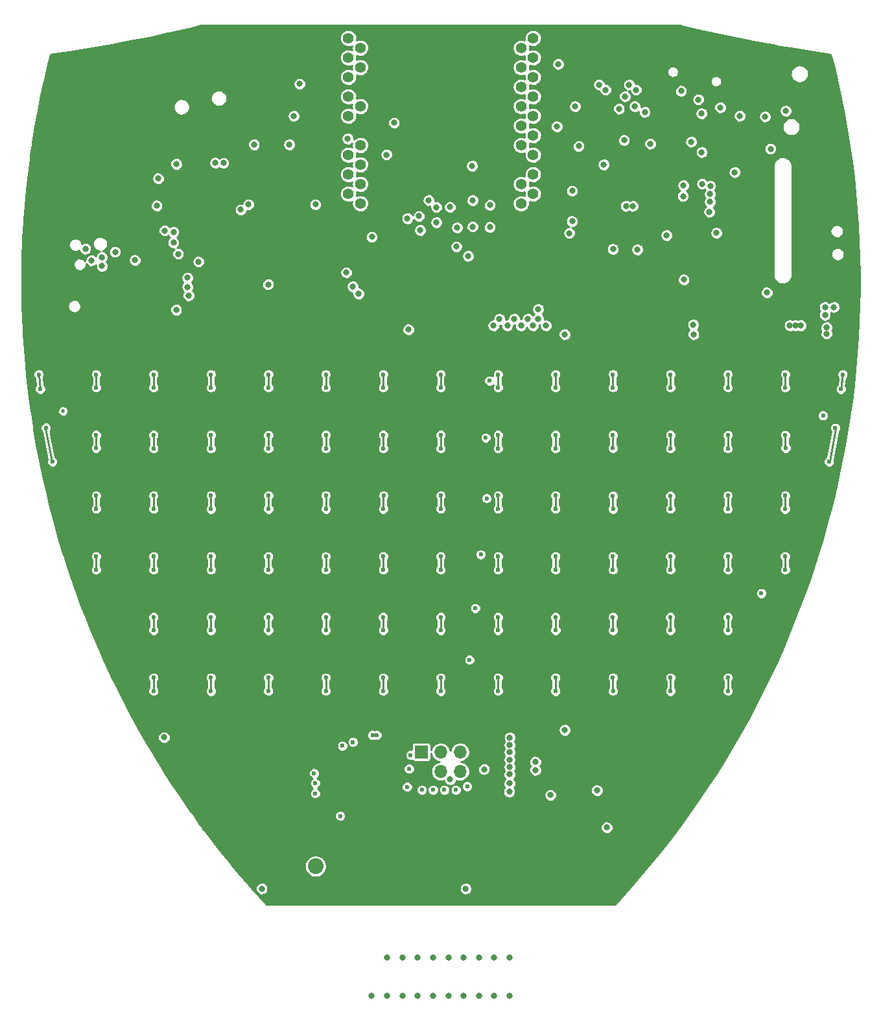
<source format=gbr>
G04 #@! TF.GenerationSoftware,KiCad,Pcbnew,5.99.0-unknown-r17145-8bd2765f*
G04 #@! TF.CreationDate,2019-12-03T04:13:12+08:00*
G04 #@! TF.ProjectId,tr20,74723230-2e6b-4696-9361-645f70636258,rev?*
G04 #@! TF.SameCoordinates,Original*
G04 #@! TF.FileFunction,Copper,L3,Inr*
G04 #@! TF.FilePolarity,Positive*
%FSLAX46Y46*%
G04 Gerber Fmt 4.6, Leading zero omitted, Abs format (unit mm)*
G04 Created by KiCad (PCBNEW 5.99.0-unknown-r17145-8bd2765f) date 2019-12-03 04:13:12*
%MOMM*%
%LPD*%
G04 APERTURE LIST*
%ADD10C,2.050000*%
%ADD11C,2.250000*%
%ADD12O,1.700000X1.700000*%
%ADD13R,1.700000X1.700000*%
%ADD14C,0.800000*%
%ADD15C,1.400000*%
%ADD16C,1.000000*%
%ADD17C,0.600000*%
%ADD18C,0.500000*%
%ADD19C,0.250000*%
G04 APERTURE END LIST*
D10*
X-16344900Y24576900D03*
D11*
X-18884900Y27116900D03*
X-18884900Y22036900D03*
X-13804900Y22036900D03*
X-13804900Y27116900D03*
D12*
X2540000Y36960000D03*
X2540000Y39500000D03*
X0Y36960000D03*
X0Y39500000D03*
X-2540000Y36960000D03*
D13*
X-2540000Y39500000D03*
D14*
X-7000000Y7677000D03*
X-7000000Y12677000D03*
X-9000000Y7677000D03*
X9000000Y12677000D03*
X9000000Y7677000D03*
X-5000000Y12677000D03*
X-5000000Y7677000D03*
X-3000000Y12677000D03*
X-1000000Y12677000D03*
X-3000000Y7677000D03*
X-1000000Y7677000D03*
X7000000Y12677000D03*
X5000000Y7677000D03*
X1000000Y12677000D03*
X5000000Y12677000D03*
X3000000Y12677000D03*
X3000000Y7677000D03*
X1000000Y7677000D03*
X7000000Y7677000D03*
D15*
X-10495000Y128905000D03*
X10495000Y131445000D03*
X-12065000Y130175000D03*
X-12065000Y117475000D03*
X-10495000Y116205000D03*
X-10495000Y118745000D03*
X-12065000Y122555000D03*
X12065000Y117475000D03*
X12065000Y114935000D03*
X10495000Y118745000D03*
X-12065000Y114935000D03*
X-10495000Y123825000D03*
X-12065000Y125095000D03*
X-12065000Y127635000D03*
X-10495000Y131445000D03*
X-12065000Y132715000D03*
X12065000Y122555000D03*
X-12065000Y112395000D03*
X-10495000Y113665000D03*
X10495000Y113665000D03*
X12065000Y112395000D03*
X10495000Y111125000D03*
X-10495000Y111125000D03*
X10495000Y128905000D03*
X12065000Y130175000D03*
X10495000Y126365000D03*
X12065000Y127635000D03*
X10495000Y123825000D03*
X12065000Y125095000D03*
X12065000Y120015000D03*
X10495000Y121285000D03*
X12065000Y132715000D03*
D16*
X38244179Y130718979D02*
X38071027Y129937943D01*
X29808982Y132589018D02*
X29635830Y131807982D01*
X37378421Y126813796D02*
X37140337Y125739870D01*
X28943223Y128683834D02*
X28705139Y127609908D01*
D14*
X45085000Y123215400D03*
D17*
X-3733800Y38125400D03*
X7086600Y33705800D03*
X3454400Y35001200D03*
D14*
X1244418Y35914241D03*
X-44221400Y102946200D03*
X25527000Y125958600D03*
X21513800Y125958600D03*
X-28374305Y116420505D03*
X35077400Y110032800D03*
X35179000Y111328200D03*
X34972913Y115417969D03*
X34150563Y113696390D03*
X35182800Y112371400D03*
X27357800Y118921400D03*
X39332800Y120946400D03*
X24057800Y125096400D03*
X23284390Y123500000D03*
X32732800Y119171400D03*
X27857800Y116146400D03*
X-25831800Y105841800D03*
X16205200Y42367200D03*
D17*
X7035800Y43637200D03*
D14*
X12369800Y37134800D03*
X12075790Y95173800D03*
X12369800Y38201600D03*
D17*
X4470400Y33731200D03*
X-9804400Y41844590D03*
X-12141200Y41844590D03*
D14*
X16179800Y94030800D03*
X6426200Y108051600D03*
X6426200Y110921800D03*
X-25095200Y110998000D03*
X12750800Y97307400D03*
X13766800Y95173800D03*
X5664200Y37236400D03*
X8966200Y34315400D03*
X8991600Y35407600D03*
D17*
X-3937000Y39090600D03*
D14*
X8712200Y95199200D03*
X9012608Y39455945D03*
X3581400Y104267000D03*
D17*
X-6994821Y40774380D03*
X1981200Y34542600D03*
X482600Y34542600D03*
X-990600Y34542600D03*
X-2463800Y34542600D03*
X37500000Y80882790D03*
X45000000Y80882790D03*
X45069532Y79192122D03*
X37500000Y47472600D03*
X37500000Y49200000D03*
X30000000Y47447200D03*
X30000000Y49200000D03*
X22504400Y47472600D03*
X22500000Y49200000D03*
X15000000Y47447200D03*
X15000000Y49200000D03*
X7500000Y47472600D03*
X7500000Y49200000D03*
X0Y47447200D03*
X0Y49200000D03*
X-7500000Y47472600D03*
X-7500000Y49200000D03*
X-15000000Y47472600D03*
X-15000000Y49200000D03*
X-22504400Y47472600D03*
X-22500000Y49200000D03*
X-30000000Y47447200D03*
X-30000000Y49200000D03*
X-37500000Y47472600D03*
X-37500000Y49200000D03*
X-37500000Y55372000D03*
X-37500000Y57124600D03*
X-30000000Y55397400D03*
X-30000000Y57124600D03*
X-22500000Y55401800D03*
X-22500000Y57100000D03*
X-15000000Y55372000D03*
X-15000000Y57124600D03*
X-7500000Y55372000D03*
X-7518400Y57124600D03*
X0Y55400000D03*
X0Y57124600D03*
X7500000Y55400000D03*
X7500000Y57124600D03*
X15011400Y55372000D03*
X14986000Y57124600D03*
X22500000Y55400000D03*
X22500000Y57124600D03*
X30000000Y55400000D03*
X29972000Y57124600D03*
X37490400Y55372000D03*
X37500000Y57124600D03*
X45000000Y63300000D03*
X44983400Y65049400D03*
X37500000Y63300000D03*
X37490400Y65049400D03*
X30000000Y63300000D03*
X29997400Y65049400D03*
X22500000Y63300000D03*
X22479000Y65049400D03*
X15000000Y63300000D03*
X15000000Y65049400D03*
X7500000Y63300000D03*
X7500000Y65049400D03*
X0Y63300000D03*
X0Y65049400D03*
X-7500000Y63300000D03*
X-7500000Y65049400D03*
X-15000000Y63300000D03*
X-15000000Y65035400D03*
X-22500000Y63300000D03*
X-22504400Y65049400D03*
X-30000000Y63319600D03*
X-30000000Y65049400D03*
X-37500000Y63300000D03*
X-37490400Y65049400D03*
X-45000000Y63305600D03*
X-45000000Y65049400D03*
X-45000000Y71247000D03*
X-45000000Y72974200D03*
X-37500000Y71247000D03*
X-37515800Y72974200D03*
X-30000000Y71221600D03*
X-29997400Y72974200D03*
X-22500000Y71221600D03*
X-22500000Y72974200D03*
X-14986000Y71221600D03*
X-15000000Y72974200D03*
X-7493000Y71221600D03*
X-7467600Y72974200D03*
X0Y71247000D03*
X0Y72974200D03*
X7500000Y71247000D03*
X7500000Y72974200D03*
X15000000Y71247000D03*
X15000000Y72974200D03*
X22504400Y71221600D03*
X22500000Y72948800D03*
X30000000Y71247000D03*
X29997400Y72948800D03*
X37490400Y71247000D03*
X37490400Y72974200D03*
X44983400Y71221600D03*
X45008800Y72974200D03*
X50723800Y77419200D03*
X51536600Y81813400D03*
X37490400Y79146400D03*
X30000000Y79146400D03*
X30000000Y80900000D03*
X22500000Y79171800D03*
X22500000Y80900000D03*
X15000000Y79146400D03*
X15000000Y80900000D03*
X7500000Y79146400D03*
X7500000Y80900000D03*
X0Y79146400D03*
X0Y80900000D03*
X-7500000Y79146400D03*
X-7500000Y80900000D03*
X-15000000Y79146400D03*
X-15000000Y80900000D03*
X-22500000Y79146400D03*
X-22500000Y80878000D03*
X-29997400Y79146400D03*
X-30000000Y80900000D03*
X-37500000Y79146400D03*
X-37500000Y80900000D03*
X-50723800Y77393800D03*
X-51562000Y81838800D03*
X-45000000Y79171800D03*
X-45000000Y80900000D03*
X-52300000Y86900000D03*
X-52500000Y88800000D03*
X-45000000Y87100000D03*
X-45000000Y88800000D03*
X-37500000Y87100000D03*
X-37500000Y88800000D03*
X-30000000Y87100000D03*
X-30000000Y88800000D03*
X-22500000Y87100000D03*
X-22500000Y88800000D03*
X-15000000Y87100000D03*
X-15000000Y88800000D03*
X-7500000Y87100000D03*
X-7500000Y88800000D03*
X0Y87100000D03*
X0Y88800000D03*
X7500000Y87100000D03*
X7500000Y88800000D03*
X15000000Y87100000D03*
X15000000Y88800000D03*
X22500000Y87100000D03*
X22500000Y88800000D03*
X30000000Y87100000D03*
X30000000Y88800000D03*
X37500000Y87100000D03*
X37500000Y88800000D03*
X45000000Y87100000D03*
X45000000Y88800000D03*
X52273200Y86868000D03*
X52500000Y88800000D03*
D14*
X35204400Y113412587D03*
X17576800Y123799598D03*
D17*
X-12000000Y21550010D03*
D14*
X39049242Y122566581D03*
X36576000Y92506800D03*
X-16560800Y92481400D03*
X-2692400Y107645200D03*
D17*
X-4267200Y35763200D03*
X-4267200Y36474400D03*
D14*
X20411800Y34483400D03*
X-29413200Y116433600D03*
X51358800Y97586800D03*
X50190400Y96570800D03*
X50190400Y97586800D03*
X47000000Y95200000D03*
X46300000Y95200000D03*
X50393600Y94132400D03*
X50393600Y94945200D03*
X42596862Y99496862D03*
X-37084002Y110845600D03*
X-34544000Y97231200D03*
X-36068000Y107594400D03*
X-33070800Y101427265D03*
X-33070800Y100228400D03*
X-31633790Y103530400D03*
X-34290000Y104546400D03*
X-34899600Y107391200D03*
X-34899600Y106019600D03*
X965200Y131419600D03*
X-1727200Y126390400D03*
X2743200Y123393200D03*
D17*
X19431000Y134128210D03*
X-6096000Y134128210D03*
X7112000Y134128210D03*
X1016000Y134128210D03*
X14478000Y134128210D03*
X30226000Y134128210D03*
X-35814000Y36677600D03*
X-30886400Y29514800D03*
X37338000Y39065200D03*
X46990000Y59893200D03*
X52882800Y83921600D03*
X53441600Y88392000D03*
X53898800Y94284800D03*
X54051200Y98247200D03*
X53949600Y106070400D03*
X52832000Y120904000D03*
X52070000Y124968000D03*
X50546000Y130302000D03*
X44704000Y131318000D03*
X35306000Y133096000D03*
X-15748000Y133858000D03*
X-22606000Y133858000D03*
X-28194000Y133858000D03*
X-33782000Y133350000D03*
X-41656000Y131826000D03*
X-50800000Y130302000D03*
X-52324000Y123698000D03*
X-53594000Y110490000D03*
X-54102000Y101092000D03*
X-53594000Y89662000D03*
X-52984400Y84683600D03*
X-51308000Y75184000D03*
X-49530000Y67310000D03*
X15250000Y26000000D03*
X19500000Y26000000D03*
X19500000Y36931600D03*
X19500000Y40750000D03*
X37000000Y42000000D03*
X35000000Y39000000D03*
X33000000Y36000000D03*
X31000000Y33000000D03*
X28000000Y29000000D03*
X22000000Y20000000D03*
X19000000Y20000000D03*
X15000000Y20000000D03*
X-15000000Y20000000D03*
X-18000000Y20000000D03*
X-22000000Y20000000D03*
X-4500000Y20000000D03*
X-1000000Y20000000D03*
X3000000Y20000000D03*
X7000000Y20000000D03*
X11000000Y20000000D03*
X11000000Y30000000D03*
X11000000Y26000000D03*
X7000000Y26000000D03*
X7000000Y30000000D03*
X-1000000Y26000000D03*
X3000000Y26000000D03*
X3000000Y30000000D03*
X-32000000Y38000000D03*
X-32000000Y41000000D03*
X-29000000Y35000000D03*
X-29000000Y38000000D03*
X-29000000Y41000000D03*
X-26000000Y32000000D03*
X-26000000Y35000000D03*
X-26000000Y38000000D03*
X-26000000Y41000000D03*
X-23000000Y29000000D03*
X-23000000Y32000000D03*
X-23000000Y35000000D03*
X-23000000Y38000000D03*
X-23000000Y41000000D03*
X-7000000Y43500000D03*
X-9000000Y43500000D03*
X-14000000Y43500000D03*
X-18000000Y43500000D03*
X-19000000Y25000000D03*
X-19000000Y24000000D03*
X-12000000Y23000000D03*
X-12000000Y20000000D03*
X-7500000Y20000000D03*
X-7500000Y21750000D03*
X-7500000Y23750000D03*
X-6000000Y23750000D03*
X-4500000Y23750000D03*
X-4000000Y25000000D03*
X-4000000Y27750000D03*
X-4000000Y29000000D03*
X-10000000Y27750000D03*
X-9000000Y27750000D03*
X-8000000Y27750000D03*
X-7000000Y27750000D03*
X-11000000Y27750000D03*
X-13000000Y29000000D03*
X-15000000Y29000000D03*
X-17000000Y29000000D03*
X-15000000Y31000000D03*
X-17000000Y31000000D03*
X-17000000Y33000000D03*
D14*
X-27178000Y128625600D03*
X-43967400Y92506800D03*
X-29362400Y92481400D03*
X-8991600Y106756200D03*
X-29616400Y102971600D03*
X2057400Y105486200D03*
X2159000Y107975400D03*
X635000Y105079800D03*
X-609600Y106299000D03*
X-863600Y92506800D03*
X15087600Y92506800D03*
X7493000Y92506800D03*
X25044400Y92506800D03*
X49199800Y94538800D03*
X49352200Y92506800D03*
X-19177000Y122555000D03*
X-24384000Y118821200D03*
X-19761200Y118821200D03*
X-18436609Y126745011D03*
X17170400Y112776000D03*
X17170400Y108813600D03*
X-7061200Y117500400D03*
X28007800Y112746400D03*
X35610800Y95402400D03*
X47447200Y106019600D03*
X22504400Y105174800D03*
X-6096000Y121666000D03*
X-2844800Y109474000D03*
X31648400Y112083600D03*
X-558800Y108661200D03*
X-50444400Y71475600D03*
X48818800Y119227600D03*
X43078400Y118262400D03*
X42367200Y122478800D03*
X33020000Y94030800D03*
X31750000Y101193600D03*
D17*
X52075408Y79002383D03*
X52270277Y80070401D03*
X49936400Y83439000D03*
D14*
X49326800Y67157600D03*
X-39928800Y103733600D03*
X-16357600Y110998000D03*
X-12141200Y119583200D03*
X-42519600Y104800400D03*
X-44246800Y104089200D03*
X-32928630Y99115914D03*
X-34534200Y116281200D03*
X25356400Y123810400D03*
X13868400Y129362200D03*
X15341600Y129336800D03*
X-36896400Y114401600D03*
X-45618400Y103682800D03*
X-46405800Y105206800D03*
X15167627Y121182373D03*
X16786452Y107250010D03*
X29507800Y106971400D03*
X33660000Y124700000D03*
X31407800Y125821400D03*
X36010157Y107289847D03*
X25700000Y105100000D03*
X21300000Y116200000D03*
X34100000Y117821400D03*
X26657800Y123066400D03*
X18030000Y118610000D03*
X33000000Y95300000D03*
X38400000Y115200000D03*
X31700000Y113487692D03*
X34082800Y122871400D03*
X24200000Y110800000D03*
X25100000Y110799979D03*
X45600000Y95200000D03*
X-49530000Y108458000D03*
X-2844800Y98409000D03*
X-2844800Y101457000D03*
X-2844800Y104555800D03*
X34082800Y109121400D03*
X38700000Y94700000D03*
X35300000Y124000000D03*
X23000000Y110799979D03*
X31851600Y98552000D03*
X44600000Y95200000D03*
X43900000Y95200000D03*
X43200000Y95200000D03*
X23957800Y119396400D03*
X11226800Y102616000D03*
X10083800Y102616000D03*
X-10176000Y37592000D03*
X-9176000Y37592000D03*
X-11176000Y35592000D03*
X-10176000Y35592000D03*
X-9176000Y35592000D03*
X-11176000Y36592000D03*
X-10176000Y36592000D03*
X-9176000Y36592000D03*
X-11176000Y37592000D03*
D17*
X-16383000Y34089200D03*
X-16383000Y35397300D03*
X-16535400Y36692700D03*
X-6743700Y30126800D03*
X-13335000Y39423200D03*
X-10439400Y23624400D03*
X-4381500Y34940100D03*
X-16979900Y34711500D03*
X-16979900Y36070400D03*
X-16979900Y37315000D03*
X-18783300Y38280200D03*
X-12839700Y40299500D03*
X-4368800Y34086800D03*
X-457200Y33200200D03*
X-457200Y32108000D03*
X-1219200Y31257100D03*
X-10337800Y29275900D03*
X-11341100Y29999800D03*
X-12357100Y29999800D03*
X-13131800Y31142800D03*
D14*
X-5892800Y101482400D03*
D17*
X3759200Y51536600D03*
X6375400Y87985600D03*
X5892800Y80518000D03*
X5994400Y72618600D03*
X5232400Y65278000D03*
X4521200Y58267600D03*
X41884600Y60223400D03*
D18*
X-49326800Y84010500D03*
D14*
X254000Y101457000D03*
X-22529800Y100558600D03*
X-4343400Y109169200D03*
X-26101400Y110312200D03*
X-4216400Y94665800D03*
X-52222400Y121818400D03*
X-53035200Y114985800D03*
X-25806400Y24257000D03*
X25577800Y24079200D03*
X53136800Y114528600D03*
X24612600Y126633610D03*
X36500000Y123657990D03*
X20701000Y126644400D03*
D17*
X-4127100Y37292087D03*
D14*
X9027083Y41359108D03*
X9017000Y38481000D03*
X9017042Y40405946D03*
X8991600Y36576000D03*
X9017505Y37525659D03*
X14351000Y33858200D03*
X21691600Y29641800D03*
D17*
X-8902700Y41692190D03*
X-8331200Y41692190D03*
D14*
X-36144200Y41402000D03*
D17*
X-11455400Y40792400D03*
D14*
X-23368000Y21640800D03*
X3276600Y21640800D03*
X6908800Y95173800D03*
X9601200Y96062800D03*
X11379200Y96062800D03*
X7670800Y96037400D03*
X10490200Y95199200D03*
X-10718800Y99339400D03*
X-11480800Y100279200D03*
X-12319000Y102108000D03*
X12750800Y96062800D03*
X-558800Y110642400D03*
X-1574800Y111556800D03*
X4165600Y108102400D03*
X4165600Y111531400D03*
X1219200Y110667800D03*
X4114800Y116027200D03*
D19*
X37500000Y79200000D02*
X37500000Y80882790D01*
X45000000Y79200000D02*
X45000000Y80882790D01*
X0Y47548800D02*
X0Y47500000D01*
X-37500000Y55413200D02*
X-37500000Y55400000D01*
X-22500000Y55401800D02*
X-22500000Y57100000D01*
X-30000000Y63319600D02*
X-30000000Y65000000D01*
X-45000000Y63305600D02*
X-45000000Y63300000D01*
X7500000Y72803400D02*
X7500000Y72900000D01*
X-22500000Y80878000D02*
X-22500000Y80900000D01*
X-45000000Y87100000D02*
X-45000000Y88800000D01*
X-37500000Y88800000D02*
X-37500000Y87100000D01*
X-37500000Y49200000D02*
X-37500000Y47500000D01*
X-37500000Y57100000D02*
X-37500000Y55413200D01*
X-37500000Y71300000D02*
X-37500000Y72900000D01*
X-37500000Y63300000D02*
X-37500000Y65000000D01*
X-45000000Y65000000D02*
X-45000000Y63305600D01*
X-45000000Y72900000D02*
X-45000000Y71300000D01*
X-45000000Y80871800D02*
X-45000000Y79171800D01*
X-37500000Y80900000D02*
X-37500000Y79200000D01*
X0Y49200000D02*
X0Y47548800D01*
X0Y57100000D02*
X0Y55400000D01*
X-7500000Y55400000D02*
X-7500000Y57100000D01*
X-7500000Y47500000D02*
X-7500000Y49200000D01*
X-15000000Y49200000D02*
X-15000000Y47500000D01*
X-15000000Y57100000D02*
X-15000000Y55400000D01*
X-22500000Y55400000D02*
X-22500000Y55401800D01*
X-22500000Y47500000D02*
X-22500000Y49200000D01*
X-30000000Y49200000D02*
X-30000000Y47500000D01*
X-30000000Y57100000D02*
X-30000000Y55400000D01*
X-30000000Y63300000D02*
X-30000000Y63319600D01*
X-22500000Y65000000D02*
X-22500000Y63300000D01*
X-15000000Y65000000D02*
X-15000000Y63300000D01*
X-7500000Y63300000D02*
X-7500000Y64853200D01*
X0Y65000000D02*
X0Y63300000D01*
X0Y72900000D02*
X0Y71300000D01*
X-7500000Y71300000D02*
X-7500000Y72900000D01*
X-15000000Y72900000D02*
X-15000000Y71300000D01*
X-22500000Y71300000D02*
X-22500000Y72900000D01*
X-30000000Y72900000D02*
X-30000000Y71300000D01*
X-30000000Y80900000D02*
X-30000000Y79200000D01*
X-30000000Y87100000D02*
X-30000000Y88800000D01*
X-22500000Y88800000D02*
X-22500000Y87100000D01*
X-22500000Y79200000D02*
X-22500000Y80878000D01*
X-15000000Y80900000D02*
X-15000000Y79200000D01*
X-15000000Y88800000D02*
X-15000000Y87100000D01*
X-7500000Y87100000D02*
X-7500000Y88800000D01*
X-7500000Y79200000D02*
X-7500000Y80900000D01*
X0Y80900000D02*
X0Y79200000D01*
X0Y88800000D02*
X0Y87100000D01*
X7500000Y49200000D02*
X7500000Y47500000D01*
X15000000Y47500000D02*
X15000000Y49200000D01*
X22500000Y49200000D02*
X22500000Y47500000D01*
X30000000Y47500000D02*
X30000000Y49200000D01*
X37500000Y49200000D02*
X37500000Y47500000D01*
X37500000Y57100000D02*
X37500000Y55400000D01*
X30000000Y55400000D02*
X30000000Y57100000D01*
X22500000Y57100000D02*
X22500000Y55400000D01*
X15000000Y55400000D02*
X15000000Y57100000D01*
X7500000Y57100000D02*
X7500000Y55400000D01*
X7500000Y71300000D02*
X7500000Y72803400D01*
X7500000Y63300000D02*
X7500000Y65000000D01*
X15000000Y65000000D02*
X15000000Y63300000D01*
X15000000Y72900000D02*
X15000000Y71300000D01*
X22500000Y71300000D02*
X22500000Y72900000D01*
X22500000Y63300000D02*
X22500000Y65000000D01*
X30000000Y65000000D02*
X30000000Y63300000D01*
X30000000Y72900000D02*
X30000000Y71300000D01*
X37500000Y71300000D02*
X37500000Y72900000D01*
X37500000Y63300000D02*
X37500000Y65000000D01*
X45000000Y65000000D02*
X45000000Y63300000D01*
X45000000Y72900000D02*
X45000000Y71300000D01*
X30000000Y79200000D02*
X30000000Y80900000D01*
X22500000Y80900000D02*
X22500000Y79200000D01*
X15000000Y79200000D02*
X15000000Y80900000D01*
X7500000Y80900000D02*
X7500000Y79200000D01*
X7500000Y88800000D02*
X7500000Y87100000D01*
X15000000Y88800000D02*
X15000000Y87100000D01*
X22500000Y88800000D02*
X22500000Y87100000D01*
X30000000Y88800000D02*
X30000000Y87100000D01*
X37500000Y88800000D02*
X37500000Y87100000D01*
X45000000Y88800000D02*
X45000000Y87100000D01*
X51600000Y81700000D02*
X50800000Y77500000D01*
X52500000Y88800000D02*
X52300000Y86900000D01*
X-51600000Y81700000D02*
X-50800000Y77500000D01*
X-52500000Y88800000D02*
X-52300000Y86900000D01*
G36*
X31436300Y134330873D02*
G01*
X31436777Y134330708D01*
X31439717Y134330002D01*
X31447936Y134327905D01*
X31448635Y134327859D01*
X33885806Y133742277D01*
X33886291Y133742116D01*
X33889283Y133741441D01*
X33897516Y133739463D01*
X33898213Y133739427D01*
X36343308Y133187934D01*
X36343799Y133187779D01*
X36346813Y133187143D01*
X36355043Y133185287D01*
X36355738Y133185261D01*
X38808316Y132667955D01*
X38808807Y132667808D01*
X38811818Y132667217D01*
X38820066Y132665477D01*
X38820762Y132665460D01*
X41280314Y132182451D01*
X41280813Y132182309D01*
X41283882Y132181751D01*
X41292145Y132180128D01*
X41292838Y132180121D01*
X43758886Y131731502D01*
X43759381Y131731368D01*
X43762410Y131730860D01*
X43770719Y131729349D01*
X43771416Y131729352D01*
X46243507Y131315204D01*
X46244006Y131315077D01*
X46247051Y131314610D01*
X46255345Y131313221D01*
X46256039Y131313233D01*
X48733679Y130933640D01*
X48734177Y130933520D01*
X48737216Y130933098D01*
X48745582Y130931816D01*
X48746279Y130931838D01*
X50942354Y130626700D01*
X51378272Y128879635D01*
X51848082Y126846288D01*
X52282336Y124805040D01*
X52680890Y122756580D01*
X53043628Y120701501D01*
X53370454Y118640330D01*
X53661242Y116573898D01*
X53915939Y114502556D01*
X54134436Y112427204D01*
X54316689Y110348254D01*
X54462624Y108266514D01*
X54572210Y106182489D01*
X54645404Y104096932D01*
X54682192Y102010305D01*
X54682559Y99923413D01*
X54646505Y97836947D01*
X54574038Y95751305D01*
X54465181Y93667188D01*
X54319979Y91585456D01*
X54138460Y89506499D01*
X53920679Y87430951D01*
X53666715Y85359577D01*
X53376652Y83293043D01*
X53050545Y81231747D01*
X52688520Y79176494D01*
X52290689Y77127917D01*
X51857157Y75086550D01*
X51388061Y73053048D01*
X50883555Y71028074D01*
X50343783Y69012208D01*
X49768929Y67006123D01*
X49159130Y65010314D01*
X48514594Y63025453D01*
X47835521Y61052158D01*
X47122113Y59091015D01*
X46374584Y57142616D01*
X45593158Y55207542D01*
X44778077Y53286396D01*
X43929622Y51379834D01*
X43048013Y49488355D01*
X42133509Y47612505D01*
X41186393Y45752880D01*
X40206978Y43910090D01*
X39195584Y42084732D01*
X38152472Y40277279D01*
X37077971Y38488298D01*
X35972365Y36718266D01*
X34836098Y34967896D01*
X33669392Y33237533D01*
X32472764Y31527932D01*
X31246414Y29839384D01*
X29990791Y28172506D01*
X28706259Y26527786D01*
X27393250Y24905776D01*
X26052061Y23306839D01*
X24683264Y21731661D01*
X23287159Y20180582D01*
X22763193Y19618500D01*
X-22762412Y19618500D01*
X-23598008Y20521873D01*
X-24603814Y21648072D01*
X-24201268Y21648072D01*
X-24166569Y21402735D01*
X-24061267Y21178448D01*
X-23894669Y20995039D01*
X-23681507Y20868724D01*
X-23440627Y20810672D01*
X-23193325Y20826013D01*
X-22961467Y20913394D01*
X-22765551Y21065088D01*
X-22622902Y21267683D01*
X-22545975Y21503740D01*
X-22544716Y21648072D01*
X2443332Y21648072D01*
X2478031Y21402735D01*
X2583333Y21178448D01*
X2749931Y20995039D01*
X2963093Y20868724D01*
X3203973Y20810672D01*
X3451275Y20826013D01*
X3683133Y20913394D01*
X3879049Y21065088D01*
X4021698Y21267683D01*
X4098625Y21503740D01*
X4100892Y21763493D01*
X4028097Y22000857D01*
X3889003Y22205910D01*
X3695767Y22360999D01*
X3465469Y22452413D01*
X3218472Y22472070D01*
X2976615Y22418229D01*
X2761281Y22295654D01*
X2591507Y22115180D01*
X2482307Y21892764D01*
X2443332Y21648072D01*
X-22544716Y21648072D01*
X-22543708Y21763493D01*
X-22616503Y22000857D01*
X-22755597Y22205910D01*
X-22948833Y22360999D01*
X-23179131Y22452413D01*
X-23426128Y22472070D01*
X-23667985Y22418229D01*
X-23883319Y22295654D01*
X-24053093Y22115180D01*
X-24162293Y21892764D01*
X-24201268Y21648072D01*
X-24603814Y21648072D01*
X-24988065Y22078317D01*
X-26350835Y23658884D01*
X-27220330Y24703671D01*
X-17793900Y24703671D01*
X-17793900Y24450129D01*
X-17749872Y24200439D01*
X-17663157Y23962187D01*
X-17536385Y23742613D01*
X-17373411Y23548389D01*
X-17179187Y23385415D01*
X-16959613Y23258643D01*
X-16721361Y23171928D01*
X-16471671Y23127900D01*
X-16218129Y23127900D01*
X-15968439Y23171928D01*
X-15730187Y23258643D01*
X-15510613Y23385415D01*
X-15316389Y23548389D01*
X-15153415Y23742613D01*
X-15026643Y23962187D01*
X-14939928Y24200439D01*
X-14895900Y24450129D01*
X-14895900Y24703671D01*
X-14939928Y24953361D01*
X-15026643Y25191613D01*
X-15153415Y25411187D01*
X-15316389Y25605411D01*
X-15510613Y25768385D01*
X-15730187Y25895157D01*
X-15968439Y25981872D01*
X-16218129Y26025900D01*
X-16471671Y26025900D01*
X-16721361Y25981872D01*
X-16959613Y25895157D01*
X-17179187Y25768385D01*
X-17373411Y25605411D01*
X-17536385Y25411187D01*
X-17663157Y25191613D01*
X-17749872Y24953361D01*
X-17793900Y24703671D01*
X-27220330Y24703671D01*
X-27685742Y25262910D01*
X-28992456Y26889995D01*
X-30270635Y28539713D01*
X-31099574Y29649072D01*
X20858332Y29649072D01*
X20893031Y29403735D01*
X20998333Y29179448D01*
X21164931Y28996039D01*
X21378093Y28869724D01*
X21618973Y28811672D01*
X21866275Y28827013D01*
X22098133Y28914394D01*
X22294049Y29066088D01*
X22436698Y29268683D01*
X22513625Y29504740D01*
X22515892Y29764493D01*
X22443097Y30001857D01*
X22304003Y30206910D01*
X22110767Y30361999D01*
X21880469Y30453413D01*
X21633472Y30473070D01*
X21391615Y30419229D01*
X21176281Y30296654D01*
X21006507Y30116180D01*
X20897307Y29893764D01*
X20858332Y29649072D01*
X-31099574Y29649072D01*
X-31519771Y30211415D01*
X-32273322Y31257471D01*
X-13855800Y31257471D01*
X-13855800Y31028129D01*
X-13784930Y30810014D01*
X-13650127Y30624473D01*
X-13464586Y30489670D01*
X-13246471Y30418800D01*
X-13017129Y30418800D01*
X-12799014Y30489670D01*
X-12613473Y30624473D01*
X-12478670Y30810014D01*
X-12407800Y31028129D01*
X-12407800Y31257471D01*
X-12478670Y31475586D01*
X-12613473Y31661127D01*
X-12799014Y31795930D01*
X-13017129Y31866800D01*
X-13246471Y31866800D01*
X-13464586Y31795930D01*
X-13650127Y31661127D01*
X-13784930Y31475586D01*
X-13855800Y31257471D01*
X-32273322Y31257471D01*
X-32739570Y31904701D01*
X-33929593Y33618959D01*
X-35089578Y35353819D01*
X-36025179Y36807371D01*
X-17259400Y36807371D01*
X-17259400Y36578029D01*
X-17188530Y36359914D01*
X-17053727Y36174373D01*
X-16868186Y36039570D01*
X-16773209Y36008710D01*
X-16901327Y35915627D01*
X-17036130Y35730086D01*
X-17107000Y35511971D01*
X-17107000Y35282629D01*
X-17036130Y35064514D01*
X-16901327Y34878973D01*
X-16715786Y34744170D01*
X-16712955Y34743250D01*
X-16715786Y34742330D01*
X-16901327Y34607527D01*
X-17036130Y34421986D01*
X-17107000Y34203871D01*
X-17107000Y33974529D01*
X-17036130Y33756414D01*
X-16901327Y33570873D01*
X-16715786Y33436070D01*
X-16497671Y33365200D01*
X-16268329Y33365200D01*
X-16050214Y33436070D01*
X-15864673Y33570873D01*
X-15729870Y33756414D01*
X-15659000Y33974529D01*
X-15659000Y34203871D01*
X-15729870Y34421986D01*
X-15864673Y34607527D01*
X-16050214Y34742330D01*
X-16053045Y34743250D01*
X-16050214Y34744170D01*
X-15864673Y34878973D01*
X-15736949Y35054771D01*
X-5105500Y35054771D01*
X-5105500Y34825429D01*
X-5034630Y34607314D01*
X-4899827Y34421773D01*
X-4714286Y34286970D01*
X-4496171Y34216100D01*
X-4266829Y34216100D01*
X-4048714Y34286970D01*
X-3863173Y34421773D01*
X-3728370Y34607314D01*
X-3712138Y34657271D01*
X-3187800Y34657271D01*
X-3187800Y34427929D01*
X-3116930Y34209814D01*
X-2982127Y34024273D01*
X-2796586Y33889470D01*
X-2578471Y33818600D01*
X-2349129Y33818600D01*
X-2131014Y33889470D01*
X-1945473Y34024273D01*
X-1810670Y34209814D01*
X-1739800Y34427929D01*
X-1739800Y34657271D01*
X-1714600Y34657271D01*
X-1714600Y34427929D01*
X-1643730Y34209814D01*
X-1508927Y34024273D01*
X-1323386Y33889470D01*
X-1105271Y33818600D01*
X-875929Y33818600D01*
X-657814Y33889470D01*
X-472273Y34024273D01*
X-337470Y34209814D01*
X-266600Y34427929D01*
X-266600Y34657271D01*
X-241400Y34657271D01*
X-241400Y34427929D01*
X-170530Y34209814D01*
X-35727Y34024273D01*
X149814Y33889470D01*
X367929Y33818600D01*
X597271Y33818600D01*
X815386Y33889470D01*
X1000927Y34024273D01*
X1135730Y34209814D01*
X1206600Y34427929D01*
X1206600Y34657271D01*
X1135730Y34875386D01*
X1000927Y35060927D01*
X815386Y35195730D01*
X597271Y35266600D01*
X367929Y35266600D01*
X149814Y35195730D01*
X-35727Y35060927D01*
X-170530Y34875386D01*
X-241400Y34657271D01*
X-266600Y34657271D01*
X-337470Y34875386D01*
X-472273Y35060927D01*
X-657814Y35195730D01*
X-875929Y35266600D01*
X-1105271Y35266600D01*
X-1323386Y35195730D01*
X-1508927Y35060927D01*
X-1643730Y34875386D01*
X-1714600Y34657271D01*
X-1739800Y34657271D01*
X-1810670Y34875386D01*
X-1945473Y35060927D01*
X-2131014Y35195730D01*
X-2349129Y35266600D01*
X-2578471Y35266600D01*
X-2796586Y35195730D01*
X-2982127Y35060927D01*
X-3116930Y34875386D01*
X-3187800Y34657271D01*
X-3712138Y34657271D01*
X-3657500Y34825429D01*
X-3657500Y35054771D01*
X-3728370Y35272886D01*
X-3863173Y35458427D01*
X-4048714Y35593230D01*
X-4266829Y35664100D01*
X-4496171Y35664100D01*
X-4714286Y35593230D01*
X-4899827Y35458427D01*
X-5034630Y35272886D01*
X-5105500Y35054771D01*
X-15736949Y35054771D01*
X-15729870Y35064514D01*
X-15659000Y35282629D01*
X-15659000Y35511971D01*
X-15729870Y35730086D01*
X-15864673Y35915627D01*
X-16050214Y36050430D01*
X-16145191Y36081290D01*
X-16017073Y36174373D01*
X-15882270Y36359914D01*
X-15811400Y36578029D01*
X-15811400Y36807371D01*
X-15882270Y37025486D01*
X-16017073Y37211027D01*
X-16202614Y37345830D01*
X-16390130Y37406758D01*
X-4851100Y37406758D01*
X-4851100Y37177416D01*
X-4780230Y36959301D01*
X-4645427Y36773760D01*
X-4459886Y36638957D01*
X-4241771Y36568087D01*
X-4012429Y36568087D01*
X-3794314Y36638957D01*
X-3608773Y36773760D01*
X-3473970Y36959301D01*
X-3403100Y37177416D01*
X-3403100Y37406758D01*
X-3473970Y37624873D01*
X-3608773Y37810414D01*
X-3794314Y37945217D01*
X-4012429Y38016087D01*
X-4241771Y38016087D01*
X-4459886Y37945217D01*
X-4645427Y37810414D01*
X-4780230Y37624873D01*
X-4851100Y37406758D01*
X-16390130Y37406758D01*
X-16420729Y37416700D01*
X-16650071Y37416700D01*
X-16868186Y37345830D01*
X-17053727Y37211027D01*
X-17188530Y37025486D01*
X-17259400Y36807371D01*
X-36025179Y36807371D01*
X-36219089Y37108630D01*
X-37317799Y38882880D01*
X-37509738Y39205271D01*
X-4661000Y39205271D01*
X-4661000Y38975929D01*
X-4590130Y38757814D01*
X-4455327Y38572273D01*
X-4269786Y38437470D01*
X-4051671Y38366600D01*
X-3822329Y38366600D01*
X-3730512Y38396433D01*
X-3695687Y38344313D01*
X-3555436Y38250602D01*
X-3402213Y38220123D01*
X-1677787Y38220123D01*
X-1524564Y38250602D01*
X-1384313Y38344313D01*
X-1290602Y38484564D01*
X-1260123Y38637787D01*
X-1260123Y39311655D01*
X-1240356Y39186142D01*
X-1162390Y38965360D01*
X-1045495Y38762484D01*
X-893586Y38584308D01*
X-711751Y38436798D01*
X-506080Y38324895D01*
X-283460Y38252347D01*
X-110079Y38229367D01*
X-215574Y38221157D01*
X-441791Y38160753D01*
X-653213Y38060137D01*
X-842760Y37922677D01*
X-1004081Y37752975D01*
X-1131776Y37556717D01*
X-1221567Y37340476D01*
X-1270448Y37111492D01*
X-1276782Y36877434D01*
X-1240356Y36646142D01*
X-1162390Y36425360D01*
X-1045495Y36222484D01*
X-893586Y36044308D01*
X-711751Y35896798D01*
X-506080Y35784895D01*
X-283460Y35712347D01*
X-51346Y35681582D01*
X182487Y35693633D01*
X410208Y35748093D01*
X434172Y35758738D01*
X445849Y35676176D01*
X551151Y35451889D01*
X717749Y35268480D01*
X930911Y35142165D01*
X1171791Y35084113D01*
X1419093Y35099454D01*
X1620241Y35175261D01*
X1462873Y35060927D01*
X1328070Y34875386D01*
X1257200Y34657271D01*
X1257200Y34427929D01*
X1328070Y34209814D01*
X1462873Y34024273D01*
X1648414Y33889470D01*
X1866529Y33818600D01*
X2095871Y33818600D01*
X2313986Y33889470D01*
X2499527Y34024273D01*
X2634330Y34209814D01*
X2705200Y34427929D01*
X2705200Y34657271D01*
X2634330Y34875386D01*
X2499527Y35060927D01*
X2423903Y35115871D01*
X2730400Y35115871D01*
X2730400Y34886529D01*
X2801270Y34668414D01*
X2936073Y34482873D01*
X3121614Y34348070D01*
X3339729Y34277200D01*
X3569071Y34277200D01*
X3709019Y34322672D01*
X8132932Y34322672D01*
X8167631Y34077335D01*
X8272933Y33853048D01*
X8439531Y33669639D01*
X8652693Y33543324D01*
X8893573Y33485272D01*
X9140875Y33500613D01*
X9372733Y33587994D01*
X9568649Y33739688D01*
X9657214Y33865472D01*
X13517732Y33865472D01*
X13552431Y33620135D01*
X13657733Y33395848D01*
X13824331Y33212439D01*
X14037493Y33086124D01*
X14278373Y33028072D01*
X14525675Y33043413D01*
X14757533Y33130794D01*
X14953449Y33282488D01*
X15096098Y33485083D01*
X15173025Y33721140D01*
X15175292Y33980893D01*
X15102497Y34218257D01*
X14963403Y34423310D01*
X14879473Y34490672D01*
X19578532Y34490672D01*
X19613231Y34245335D01*
X19718533Y34021048D01*
X19885131Y33837639D01*
X20098293Y33711324D01*
X20339173Y33653272D01*
X20586475Y33668613D01*
X20818333Y33755994D01*
X21014249Y33907688D01*
X21156898Y34110283D01*
X21233825Y34346340D01*
X21236092Y34606093D01*
X21163297Y34843457D01*
X21024203Y35048510D01*
X20830967Y35203599D01*
X20600669Y35295013D01*
X20353672Y35314670D01*
X20111815Y35260829D01*
X19896481Y35138254D01*
X19726707Y34957780D01*
X19617507Y34735364D01*
X19578532Y34490672D01*
X14879473Y34490672D01*
X14770167Y34578399D01*
X14539869Y34669813D01*
X14292872Y34689470D01*
X14051015Y34635629D01*
X13835681Y34513054D01*
X13665907Y34332580D01*
X13556707Y34110164D01*
X13517732Y33865472D01*
X9657214Y33865472D01*
X9711298Y33942283D01*
X9788225Y34178340D01*
X9790492Y34438093D01*
X9717697Y34675457D01*
X9602981Y34844573D01*
X9736698Y35034483D01*
X9813625Y35270540D01*
X9815892Y35530293D01*
X9743097Y35767657D01*
X9604003Y35972710D01*
X9581626Y35990670D01*
X9594048Y36000288D01*
X9736698Y36202883D01*
X9813625Y36438940D01*
X9815892Y36698693D01*
X9743097Y36936057D01*
X9677874Y37032208D01*
X9762603Y37152542D01*
X9839530Y37388599D01*
X9841797Y37648352D01*
X9769002Y37885716D01*
X9688857Y38003865D01*
X9762098Y38107883D01*
X9795008Y38208872D01*
X11536532Y38208872D01*
X11571231Y37963535D01*
X11676533Y37739248D01*
X11740655Y37668655D01*
X11684707Y37609180D01*
X11575507Y37386764D01*
X11536532Y37142072D01*
X11571231Y36896735D01*
X11676533Y36672448D01*
X11843131Y36489039D01*
X12056293Y36362724D01*
X12297173Y36304672D01*
X12544475Y36320013D01*
X12776333Y36407394D01*
X12972249Y36559088D01*
X13114898Y36761683D01*
X13191825Y36997740D01*
X13194092Y37257493D01*
X13121297Y37494857D01*
X13002893Y37669410D01*
X13114898Y37828483D01*
X13191825Y38064540D01*
X13194092Y38324293D01*
X13121297Y38561657D01*
X12982203Y38766710D01*
X12788967Y38921799D01*
X12558669Y39013213D01*
X12311672Y39032870D01*
X12069815Y38979029D01*
X11854481Y38856454D01*
X11684707Y38675980D01*
X11575507Y38453564D01*
X11536532Y38208872D01*
X9795008Y38208872D01*
X9839025Y38343940D01*
X9841292Y38603693D01*
X9768497Y38841057D01*
X9679673Y38972002D01*
X9757706Y39082828D01*
X9834633Y39318885D01*
X9836900Y39578638D01*
X9764105Y39816002D01*
X9688229Y39927858D01*
X9762140Y40032829D01*
X9839067Y40268886D01*
X9841334Y40528639D01*
X9768539Y40766003D01*
X9694322Y40875414D01*
X9772181Y40985991D01*
X9849108Y41222048D01*
X9851375Y41481801D01*
X9778580Y41719165D01*
X9639486Y41924218D01*
X9446250Y42079307D01*
X9215952Y42170721D01*
X8968955Y42190378D01*
X8727098Y42136537D01*
X8511764Y42013962D01*
X8341990Y41833488D01*
X8232790Y41611072D01*
X8193815Y41366380D01*
X8228514Y41121043D01*
X8333816Y40896756D01*
X8340492Y40889407D01*
X8331949Y40880326D01*
X8222749Y40657910D01*
X8183774Y40413218D01*
X8218473Y40167881D01*
X8323775Y39943594D01*
X8331744Y39934821D01*
X8327515Y39930325D01*
X8218315Y39707909D01*
X8179340Y39463217D01*
X8214039Y39217880D01*
X8319341Y38993593D01*
X8343173Y38967356D01*
X8331907Y38955380D01*
X8222707Y38732964D01*
X8183732Y38488272D01*
X8218431Y38242935D01*
X8323733Y38018648D01*
X8336596Y38004487D01*
X8332412Y38000039D01*
X8223212Y37777623D01*
X8184237Y37532931D01*
X8218936Y37287594D01*
X8322383Y37067257D01*
X8306507Y37050380D01*
X8197307Y36827964D01*
X8158332Y36583272D01*
X8193031Y36337935D01*
X8298333Y36113648D01*
X8409407Y35991366D01*
X8306507Y35881980D01*
X8197307Y35659564D01*
X8158332Y35414872D01*
X8193031Y35169535D01*
X8298333Y34945248D01*
X8361716Y34875469D01*
X8281107Y34789780D01*
X8171907Y34567364D01*
X8132932Y34322672D01*
X3709019Y34322672D01*
X3787186Y34348070D01*
X3972727Y34482873D01*
X4107530Y34668414D01*
X4178400Y34886529D01*
X4178400Y35115871D01*
X4107530Y35333986D01*
X3972727Y35519527D01*
X3787186Y35654330D01*
X3569071Y35725200D01*
X3339729Y35725200D01*
X3121614Y35654330D01*
X2936073Y35519527D01*
X2801270Y35333986D01*
X2730400Y35115871D01*
X2423903Y35115871D01*
X2313986Y35195730D01*
X2095871Y35266600D01*
X1866529Y35266600D01*
X1672580Y35203582D01*
X1846867Y35338529D01*
X1989516Y35541124D01*
X2065593Y35774573D01*
X2256540Y35712347D01*
X2488654Y35681582D01*
X2722487Y35693633D01*
X2950207Y35748093D01*
X3164191Y35843142D01*
X3357271Y35975592D01*
X3522980Y36141013D01*
X3655767Y36333860D01*
X3751189Y36547678D01*
X3806431Y36776897D01*
X3814480Y37074348D01*
X3783251Y37243672D01*
X4830932Y37243672D01*
X4865631Y36998335D01*
X4970933Y36774048D01*
X5137531Y36590639D01*
X5350693Y36464324D01*
X5591573Y36406272D01*
X5838875Y36421613D01*
X6070733Y36508994D01*
X6266649Y36660688D01*
X6409298Y36863283D01*
X6486225Y37099340D01*
X6488492Y37359093D01*
X6415697Y37596457D01*
X6276603Y37801510D01*
X6083367Y37956599D01*
X5853069Y38048013D01*
X5606072Y38067670D01*
X5364215Y38013829D01*
X5148881Y37891254D01*
X4979107Y37710780D01*
X4869907Y37488364D01*
X4830932Y37243672D01*
X3783251Y37243672D01*
X3771715Y37306219D01*
X3687996Y37524884D01*
X3565831Y37724631D01*
X3409309Y37898770D01*
X3223676Y38041469D01*
X3015145Y38147949D01*
X2790703Y38214645D01*
X2647845Y38229786D01*
X2722487Y38233633D01*
X2950207Y38288093D01*
X3164191Y38383142D01*
X3357271Y38515592D01*
X3522980Y38681013D01*
X3655767Y38873860D01*
X3751189Y39087678D01*
X3806431Y39316897D01*
X3814480Y39614348D01*
X3771715Y39846219D01*
X3687996Y40064884D01*
X3565831Y40264631D01*
X3409309Y40438770D01*
X3223676Y40581469D01*
X3015145Y40687949D01*
X2790703Y40754645D01*
X2557864Y40779323D01*
X2324426Y40761157D01*
X2098209Y40700753D01*
X1886787Y40600137D01*
X1697240Y40462677D01*
X1535919Y40292975D01*
X1408224Y40096717D01*
X1318433Y39880476D01*
X1269552Y39651492D01*
X1269306Y39642401D01*
X1231715Y39846219D01*
X1147996Y40064884D01*
X1025831Y40264631D01*
X869309Y40438770D01*
X683676Y40581469D01*
X475145Y40687949D01*
X250703Y40754645D01*
X17864Y40779323D01*
X-215574Y40761157D01*
X-441791Y40700753D01*
X-653213Y40600137D01*
X-842760Y40462677D01*
X-1004081Y40292975D01*
X-1131776Y40096717D01*
X-1221567Y39880476D01*
X-1260123Y39699860D01*
X-1260123Y40362213D01*
X-1290602Y40515436D01*
X-1384313Y40655687D01*
X-1524564Y40749398D01*
X-1677787Y40779877D01*
X-3402213Y40779877D01*
X-3555436Y40749398D01*
X-3695687Y40655687D01*
X-3789398Y40515436D01*
X-3819877Y40362213D01*
X-3819877Y39813803D01*
X-3822329Y39814600D01*
X-4051671Y39814600D01*
X-4269786Y39743730D01*
X-4455327Y39608927D01*
X-4590130Y39423386D01*
X-4661000Y39205271D01*
X-37509738Y39205271D01*
X-38229471Y40414171D01*
X-13563700Y40414171D01*
X-13563700Y40184829D01*
X-13492830Y39966714D01*
X-13358027Y39781173D01*
X-13172486Y39646370D01*
X-12954371Y39575500D01*
X-12725029Y39575500D01*
X-12506914Y39646370D01*
X-12321373Y39781173D01*
X-12186570Y39966714D01*
X-12115700Y40184829D01*
X-12115700Y40414171D01*
X-12186570Y40632286D01*
X-12321373Y40817827D01*
X-12444207Y40907071D01*
X-12179400Y40907071D01*
X-12179400Y40677729D01*
X-12108530Y40459614D01*
X-11973727Y40274073D01*
X-11788186Y40139270D01*
X-11570071Y40068400D01*
X-11340729Y40068400D01*
X-11122614Y40139270D01*
X-10937073Y40274073D01*
X-10802270Y40459614D01*
X-10731400Y40677729D01*
X-10731400Y40907071D01*
X-10802270Y41125186D01*
X-10937073Y41310727D01*
X-11122614Y41445530D01*
X-11340729Y41516400D01*
X-11570071Y41516400D01*
X-11788186Y41445530D01*
X-11973727Y41310727D01*
X-12108530Y41125186D01*
X-12179400Y40907071D01*
X-12444207Y40907071D01*
X-12506914Y40952630D01*
X-12725029Y41023500D01*
X-12954371Y41023500D01*
X-13172486Y40952630D01*
X-13358027Y40817827D01*
X-13492830Y40632286D01*
X-13563700Y40414171D01*
X-38229471Y40414171D01*
X-38385336Y40675968D01*
X-38804760Y41409272D01*
X-36977468Y41409272D01*
X-36942769Y41163935D01*
X-36837467Y40939648D01*
X-36670869Y40756239D01*
X-36457707Y40629924D01*
X-36216827Y40571872D01*
X-35969525Y40587213D01*
X-35737667Y40674594D01*
X-35541751Y40826288D01*
X-35399102Y41028883D01*
X-35322175Y41264940D01*
X-35319908Y41524693D01*
X-35392703Y41762057D01*
X-35423094Y41806861D01*
X-9626700Y41806861D01*
X-9626700Y41577519D01*
X-9555830Y41359404D01*
X-9421027Y41173863D01*
X-9235486Y41039060D01*
X-9017371Y40968190D01*
X-8788029Y40968190D01*
X-8616950Y41023777D01*
X-8445871Y40968190D01*
X-8216529Y40968190D01*
X-7998414Y41039060D01*
X-7812873Y41173863D01*
X-7678070Y41359404D01*
X-7607200Y41577519D01*
X-7607200Y41806861D01*
X-7678070Y42024976D01*
X-7812873Y42210517D01*
X-7998414Y42345320D01*
X-8088134Y42374472D01*
X15371932Y42374472D01*
X15406631Y42129135D01*
X15511933Y41904848D01*
X15678531Y41721439D01*
X15891693Y41595124D01*
X16132573Y41537072D01*
X16379875Y41552413D01*
X16611733Y41639794D01*
X16807649Y41791488D01*
X16950298Y41994083D01*
X17027225Y42230140D01*
X17029492Y42489893D01*
X16956697Y42727257D01*
X16817603Y42932310D01*
X16624367Y43087399D01*
X16394069Y43178813D01*
X16147072Y43198470D01*
X15905215Y43144629D01*
X15689881Y43022054D01*
X15520107Y42841580D01*
X15410907Y42619164D01*
X15371932Y42374472D01*
X-8088134Y42374472D01*
X-8216529Y42416190D01*
X-8445871Y42416190D01*
X-8616950Y42360603D01*
X-8788029Y42416190D01*
X-9017371Y42416190D01*
X-9235486Y42345320D01*
X-9421027Y42210517D01*
X-9555830Y42024976D01*
X-9626700Y41806861D01*
X-35423094Y41806861D01*
X-35531797Y41967110D01*
X-35725033Y42122199D01*
X-35955331Y42213613D01*
X-36202328Y42233270D01*
X-36444185Y42179429D01*
X-36659519Y42056854D01*
X-36829293Y41876380D01*
X-36938493Y41653964D01*
X-36977468Y41409272D01*
X-38804760Y41409272D01*
X-39421463Y42487490D01*
X-40425775Y44316748D01*
X-41398057Y46163342D01*
X-42337915Y48026531D01*
X-42959739Y49314671D01*
X-38224000Y49314671D01*
X-38224000Y49085329D01*
X-38153130Y48867214D01*
X-38049000Y48723890D01*
X-38048999Y47948711D01*
X-38153130Y47805386D01*
X-38224000Y47587271D01*
X-38224000Y47357929D01*
X-38153130Y47139814D01*
X-38018327Y46954273D01*
X-37832786Y46819470D01*
X-37614671Y46748600D01*
X-37385329Y46748600D01*
X-37167214Y46819470D01*
X-36981673Y46954273D01*
X-36846870Y47139814D01*
X-36776000Y47357929D01*
X-36776000Y47587271D01*
X-36846870Y47805386D01*
X-36951000Y47948710D01*
X-36951000Y48723890D01*
X-36846870Y48867214D01*
X-36776000Y49085329D01*
X-36776000Y49314671D01*
X-30724000Y49314671D01*
X-30724000Y49085329D01*
X-30653130Y48867214D01*
X-30549000Y48723890D01*
X-30548999Y47923311D01*
X-30653130Y47779986D01*
X-30724000Y47561871D01*
X-30724000Y47332529D01*
X-30653130Y47114414D01*
X-30518327Y46928873D01*
X-30332786Y46794070D01*
X-30114671Y46723200D01*
X-29885329Y46723200D01*
X-29667214Y46794070D01*
X-29481673Y46928873D01*
X-29346870Y47114414D01*
X-29276000Y47332529D01*
X-29276000Y47561871D01*
X-29284252Y47587271D01*
X-23228400Y47587271D01*
X-23228400Y47357929D01*
X-23157530Y47139814D01*
X-23022727Y46954273D01*
X-22837186Y46819470D01*
X-22619071Y46748600D01*
X-22389729Y46748600D01*
X-22171614Y46819470D01*
X-21986073Y46954273D01*
X-21851270Y47139814D01*
X-21780400Y47357929D01*
X-21780400Y47587271D01*
X-21851270Y47805386D01*
X-21951000Y47942654D01*
X-21951000Y48723890D01*
X-21846870Y48867214D01*
X-21776000Y49085329D01*
X-21776000Y49314671D01*
X-15724000Y49314671D01*
X-15724000Y49085329D01*
X-15653130Y48867214D01*
X-15549000Y48723890D01*
X-15548999Y47948711D01*
X-15653130Y47805386D01*
X-15724000Y47587271D01*
X-15724000Y47357929D01*
X-15653130Y47139814D01*
X-15518327Y46954273D01*
X-15332786Y46819470D01*
X-15114671Y46748600D01*
X-14885329Y46748600D01*
X-14667214Y46819470D01*
X-14481673Y46954273D01*
X-14346870Y47139814D01*
X-14276000Y47357929D01*
X-14276000Y47587271D01*
X-14346870Y47805386D01*
X-14451000Y47948710D01*
X-14451000Y48723890D01*
X-14346870Y48867214D01*
X-14276000Y49085329D01*
X-14276000Y49314671D01*
X-8224000Y49314671D01*
X-8224000Y49085329D01*
X-8153130Y48867214D01*
X-8048999Y48723889D01*
X-8049000Y47948710D01*
X-8153130Y47805386D01*
X-8224000Y47587271D01*
X-8224000Y47357929D01*
X-8153130Y47139814D01*
X-8018327Y46954273D01*
X-7832786Y46819470D01*
X-7614671Y46748600D01*
X-7385329Y46748600D01*
X-7167214Y46819470D01*
X-6981673Y46954273D01*
X-6846870Y47139814D01*
X-6776000Y47357929D01*
X-6776000Y47587271D01*
X-6846870Y47805386D01*
X-6951000Y47948710D01*
X-6951000Y48723890D01*
X-6846870Y48867214D01*
X-6776000Y49085329D01*
X-6776000Y49314671D01*
X-724000Y49314671D01*
X-724000Y49085329D01*
X-653130Y48867214D01*
X-549000Y48723890D01*
X-548999Y47923311D01*
X-653130Y47779986D01*
X-724000Y47561871D01*
X-724000Y47332529D01*
X-653130Y47114414D01*
X-518327Y46928873D01*
X-332786Y46794070D01*
X-114671Y46723200D01*
X114671Y46723200D01*
X332786Y46794070D01*
X518327Y46928873D01*
X653130Y47114414D01*
X724000Y47332529D01*
X724000Y47561871D01*
X653130Y47779986D01*
X549000Y47923310D01*
X549000Y48723890D01*
X653130Y48867214D01*
X724000Y49085329D01*
X724000Y49314671D01*
X6776000Y49314671D01*
X6776000Y49085329D01*
X6846870Y48867214D01*
X6951000Y48723890D01*
X6951001Y47948711D01*
X6846870Y47805386D01*
X6776000Y47587271D01*
X6776000Y47357929D01*
X6846870Y47139814D01*
X6981673Y46954273D01*
X7167214Y46819470D01*
X7385329Y46748600D01*
X7614671Y46748600D01*
X7832786Y46819470D01*
X8018327Y46954273D01*
X8153130Y47139814D01*
X8224000Y47357929D01*
X8224000Y47587271D01*
X8153130Y47805386D01*
X8049000Y47948710D01*
X8049000Y48723890D01*
X8153130Y48867214D01*
X8224000Y49085329D01*
X8224000Y49314671D01*
X14276000Y49314671D01*
X14276000Y49085329D01*
X14346870Y48867214D01*
X14451001Y48723889D01*
X14451000Y47923310D01*
X14346870Y47779986D01*
X14276000Y47561871D01*
X14276000Y47332529D01*
X14346870Y47114414D01*
X14481673Y46928873D01*
X14667214Y46794070D01*
X14885329Y46723200D01*
X15114671Y46723200D01*
X15332786Y46794070D01*
X15518327Y46928873D01*
X15653130Y47114414D01*
X15724000Y47332529D01*
X15724000Y47561871D01*
X15653130Y47779986D01*
X15549000Y47923310D01*
X15549000Y48723890D01*
X15653130Y48867214D01*
X15724000Y49085329D01*
X15724000Y49314671D01*
X21776000Y49314671D01*
X21776000Y49085329D01*
X21846870Y48867214D01*
X21951000Y48723890D01*
X21951001Y47942655D01*
X21851270Y47805386D01*
X21780400Y47587271D01*
X21780400Y47357929D01*
X21851270Y47139814D01*
X21986073Y46954273D01*
X22171614Y46819470D01*
X22389729Y46748600D01*
X22619071Y46748600D01*
X22837186Y46819470D01*
X23022727Y46954273D01*
X23157530Y47139814D01*
X23228400Y47357929D01*
X23228400Y47587271D01*
X23157530Y47805386D01*
X23049000Y47954766D01*
X23049000Y48723890D01*
X23153130Y48867214D01*
X23224000Y49085329D01*
X23224000Y49314671D01*
X29276000Y49314671D01*
X29276000Y49085329D01*
X29346870Y48867214D01*
X29451001Y48723889D01*
X29451000Y47923310D01*
X29346870Y47779986D01*
X29276000Y47561871D01*
X29276000Y47332529D01*
X29346870Y47114414D01*
X29481673Y46928873D01*
X29667214Y46794070D01*
X29885329Y46723200D01*
X30114671Y46723200D01*
X30332786Y46794070D01*
X30518327Y46928873D01*
X30653130Y47114414D01*
X30724000Y47332529D01*
X30724000Y47561871D01*
X30653130Y47779986D01*
X30549000Y47923310D01*
X30549000Y48723890D01*
X30653130Y48867214D01*
X30724000Y49085329D01*
X30724000Y49314671D01*
X36776000Y49314671D01*
X36776000Y49085329D01*
X36846870Y48867214D01*
X36951000Y48723890D01*
X36951001Y47948711D01*
X36846870Y47805386D01*
X36776000Y47587271D01*
X36776000Y47357929D01*
X36846870Y47139814D01*
X36981673Y46954273D01*
X37167214Y46819470D01*
X37385329Y46748600D01*
X37614671Y46748600D01*
X37832786Y46819470D01*
X38018327Y46954273D01*
X38153130Y47139814D01*
X38224000Y47357929D01*
X38224000Y47587271D01*
X38153130Y47805386D01*
X38049000Y47948710D01*
X38049000Y48723890D01*
X38153130Y48867214D01*
X38224000Y49085329D01*
X38224000Y49314671D01*
X38153130Y49532786D01*
X38018327Y49718327D01*
X37832786Y49853130D01*
X37614671Y49924000D01*
X37385329Y49924000D01*
X37167214Y49853130D01*
X36981673Y49718327D01*
X36846870Y49532786D01*
X36776000Y49314671D01*
X30724000Y49314671D01*
X30653130Y49532786D01*
X30518327Y49718327D01*
X30332786Y49853130D01*
X30114671Y49924000D01*
X29885329Y49924000D01*
X29667214Y49853130D01*
X29481673Y49718327D01*
X29346870Y49532786D01*
X29276000Y49314671D01*
X23224000Y49314671D01*
X23153130Y49532786D01*
X23018327Y49718327D01*
X22832786Y49853130D01*
X22614671Y49924000D01*
X22385329Y49924000D01*
X22167214Y49853130D01*
X21981673Y49718327D01*
X21846870Y49532786D01*
X21776000Y49314671D01*
X15724000Y49314671D01*
X15653130Y49532786D01*
X15518327Y49718327D01*
X15332786Y49853130D01*
X15114671Y49924000D01*
X14885329Y49924000D01*
X14667214Y49853130D01*
X14481673Y49718327D01*
X14346870Y49532786D01*
X14276000Y49314671D01*
X8224000Y49314671D01*
X8153130Y49532786D01*
X8018327Y49718327D01*
X7832786Y49853130D01*
X7614671Y49924000D01*
X7385329Y49924000D01*
X7167214Y49853130D01*
X6981673Y49718327D01*
X6846870Y49532786D01*
X6776000Y49314671D01*
X724000Y49314671D01*
X653130Y49532786D01*
X518327Y49718327D01*
X332786Y49853130D01*
X114671Y49924000D01*
X-114671Y49924000D01*
X-332786Y49853130D01*
X-518327Y49718327D01*
X-653130Y49532786D01*
X-724000Y49314671D01*
X-6776000Y49314671D01*
X-6846870Y49532786D01*
X-6981673Y49718327D01*
X-7167214Y49853130D01*
X-7385329Y49924000D01*
X-7614671Y49924000D01*
X-7832786Y49853130D01*
X-8018327Y49718327D01*
X-8153130Y49532786D01*
X-8224000Y49314671D01*
X-14276000Y49314671D01*
X-14346870Y49532786D01*
X-14481673Y49718327D01*
X-14667214Y49853130D01*
X-14885329Y49924000D01*
X-15114671Y49924000D01*
X-15332786Y49853130D01*
X-15518327Y49718327D01*
X-15653130Y49532786D01*
X-15724000Y49314671D01*
X-21776000Y49314671D01*
X-21846870Y49532786D01*
X-21981673Y49718327D01*
X-22167214Y49853130D01*
X-22385329Y49924000D01*
X-22614671Y49924000D01*
X-22832786Y49853130D01*
X-23018327Y49718327D01*
X-23153130Y49532786D01*
X-23224000Y49314671D01*
X-23224000Y49085329D01*
X-23153130Y48867214D01*
X-23048999Y48723889D01*
X-23049000Y47954766D01*
X-23157530Y47805386D01*
X-23228400Y47587271D01*
X-29284252Y47587271D01*
X-29346870Y47779986D01*
X-29451000Y47923310D01*
X-29451000Y48723890D01*
X-29346870Y48867214D01*
X-29276000Y49085329D01*
X-29276000Y49314671D01*
X-29346870Y49532786D01*
X-29481673Y49718327D01*
X-29667214Y49853130D01*
X-29885329Y49924000D01*
X-30114671Y49924000D01*
X-30332786Y49853130D01*
X-30518327Y49718327D01*
X-30653130Y49532786D01*
X-30724000Y49314671D01*
X-36776000Y49314671D01*
X-36846870Y49532786D01*
X-36981673Y49718327D01*
X-37167214Y49853130D01*
X-37385329Y49924000D01*
X-37614671Y49924000D01*
X-37832786Y49853130D01*
X-38018327Y49718327D01*
X-38153130Y49532786D01*
X-38224000Y49314671D01*
X-42959739Y49314671D01*
X-43245193Y49906002D01*
X-44050438Y51651271D01*
X3035200Y51651271D01*
X3035200Y51421929D01*
X3106070Y51203814D01*
X3240873Y51018273D01*
X3426414Y50883470D01*
X3644529Y50812600D01*
X3873871Y50812600D01*
X4091986Y50883470D01*
X4277527Y51018273D01*
X4412330Y51203814D01*
X4483200Y51421929D01*
X4483200Y51651271D01*
X4412330Y51869386D01*
X4277527Y52054927D01*
X4091986Y52189730D01*
X3873871Y52260600D01*
X3644529Y52260600D01*
X3426414Y52189730D01*
X3240873Y52054927D01*
X3106070Y51869386D01*
X3035200Y51651271D01*
X-44050438Y51651271D01*
X-44119445Y51800835D01*
X-44960529Y53710717D01*
X-45768165Y55635013D01*
X-46408782Y57239271D01*
X-38224000Y57239271D01*
X-38224000Y57009929D01*
X-38153130Y56791814D01*
X-38049000Y56648490D01*
X-38048999Y55848111D01*
X-38153130Y55704786D01*
X-38224000Y55486671D01*
X-38224000Y55257329D01*
X-38153130Y55039214D01*
X-38018327Y54853673D01*
X-37832786Y54718870D01*
X-37614671Y54648000D01*
X-37385329Y54648000D01*
X-37167214Y54718870D01*
X-36981673Y54853673D01*
X-36846870Y55039214D01*
X-36776000Y55257329D01*
X-36776000Y55486671D01*
X-36846870Y55704786D01*
X-36951000Y55848110D01*
X-36951000Y56648490D01*
X-36846870Y56791814D01*
X-36776000Y57009929D01*
X-36776000Y57239271D01*
X-30724000Y57239271D01*
X-30724000Y57009929D01*
X-30653130Y56791814D01*
X-30549000Y56648490D01*
X-30548999Y55873511D01*
X-30653130Y55730186D01*
X-30724000Y55512071D01*
X-30724000Y55282729D01*
X-30653130Y55064614D01*
X-30518327Y54879073D01*
X-30332786Y54744270D01*
X-30114671Y54673400D01*
X-29885329Y54673400D01*
X-29667214Y54744270D01*
X-29481673Y54879073D01*
X-29346870Y55064614D01*
X-29276000Y55282729D01*
X-29276000Y55512071D01*
X-29346870Y55730186D01*
X-29451000Y55873510D01*
X-29451000Y56648490D01*
X-29346870Y56791814D01*
X-29276000Y57009929D01*
X-29276000Y57214671D01*
X-23224000Y57214671D01*
X-23224000Y56985329D01*
X-23153130Y56767214D01*
X-23048999Y56623889D01*
X-23049000Y55877910D01*
X-23153130Y55734586D01*
X-23224000Y55516471D01*
X-23224000Y55287129D01*
X-23153130Y55069014D01*
X-23018327Y54883473D01*
X-22832786Y54748670D01*
X-22614671Y54677800D01*
X-22385329Y54677800D01*
X-22167214Y54748670D01*
X-21981673Y54883473D01*
X-21846870Y55069014D01*
X-21776000Y55287129D01*
X-21776000Y55516471D01*
X-21846870Y55734586D01*
X-21951000Y55877910D01*
X-21951000Y56623890D01*
X-21846870Y56767214D01*
X-21776000Y56985329D01*
X-21776000Y57214671D01*
X-21783993Y57239271D01*
X-15724000Y57239271D01*
X-15724000Y57009929D01*
X-15653130Y56791814D01*
X-15549000Y56648490D01*
X-15548999Y55848111D01*
X-15653130Y55704786D01*
X-15724000Y55486671D01*
X-15724000Y55257329D01*
X-15653130Y55039214D01*
X-15518327Y54853673D01*
X-15332786Y54718870D01*
X-15114671Y54648000D01*
X-14885329Y54648000D01*
X-14667214Y54718870D01*
X-14481673Y54853673D01*
X-14346870Y55039214D01*
X-14276000Y55257329D01*
X-14276000Y55486671D01*
X-14346870Y55704786D01*
X-14451000Y55848110D01*
X-14451000Y56648490D01*
X-14346870Y56791814D01*
X-14276000Y57009929D01*
X-14276000Y57239271D01*
X-8242400Y57239271D01*
X-8242400Y57009929D01*
X-8171530Y56791814D01*
X-8048999Y56623164D01*
X-8049000Y55848110D01*
X-8153130Y55704786D01*
X-8224000Y55486671D01*
X-8224000Y55257329D01*
X-8153130Y55039214D01*
X-8018327Y54853673D01*
X-7832786Y54718870D01*
X-7614671Y54648000D01*
X-7385329Y54648000D01*
X-7167214Y54718870D01*
X-6981673Y54853673D01*
X-6846870Y55039214D01*
X-6776000Y55257329D01*
X-6776000Y55486671D01*
X-6846870Y55704786D01*
X-6951000Y55848110D01*
X-6951000Y56673817D01*
X-6865270Y56791814D01*
X-6794400Y57009929D01*
X-6794400Y57239271D01*
X-724000Y57239271D01*
X-724000Y57009929D01*
X-653130Y56791814D01*
X-549000Y56648490D01*
X-548999Y55876111D01*
X-653130Y55732786D01*
X-724000Y55514671D01*
X-724000Y55285329D01*
X-653130Y55067214D01*
X-518327Y54881673D01*
X-332786Y54746870D01*
X-114671Y54676000D01*
X114671Y54676000D01*
X332786Y54746870D01*
X518327Y54881673D01*
X653130Y55067214D01*
X724000Y55285329D01*
X724000Y55514671D01*
X653130Y55732786D01*
X549000Y55876110D01*
X549000Y56648490D01*
X653130Y56791814D01*
X724000Y57009929D01*
X724000Y57239271D01*
X6776000Y57239271D01*
X6776000Y57009929D01*
X6846870Y56791814D01*
X6951000Y56648490D01*
X6951001Y55876111D01*
X6846870Y55732786D01*
X6776000Y55514671D01*
X6776000Y55285329D01*
X6846870Y55067214D01*
X6981673Y54881673D01*
X7167214Y54746870D01*
X7385329Y54676000D01*
X7614671Y54676000D01*
X7832786Y54746870D01*
X8018327Y54881673D01*
X8153130Y55067214D01*
X8224000Y55285329D01*
X8224000Y55514671D01*
X8153130Y55732786D01*
X8049000Y55876110D01*
X8049000Y56648490D01*
X8153130Y56791814D01*
X8224000Y57009929D01*
X8224000Y57239271D01*
X14262000Y57239271D01*
X14262000Y57009929D01*
X14332870Y56791814D01*
X14451001Y56629219D01*
X14451000Y55832418D01*
X14358270Y55704786D01*
X14287400Y55486671D01*
X14287400Y55257329D01*
X14358270Y55039214D01*
X14493073Y54853673D01*
X14678614Y54718870D01*
X14896729Y54648000D01*
X15126071Y54648000D01*
X15344186Y54718870D01*
X15529727Y54853673D01*
X15664530Y55039214D01*
X15735400Y55257329D01*
X15735400Y55486671D01*
X15664530Y55704786D01*
X15549000Y55863800D01*
X15549000Y56667761D01*
X15639130Y56791814D01*
X15710000Y57009929D01*
X15710000Y57239271D01*
X21776000Y57239271D01*
X21776000Y57009929D01*
X21846870Y56791814D01*
X21951000Y56648490D01*
X21951001Y55876111D01*
X21846870Y55732786D01*
X21776000Y55514671D01*
X21776000Y55285329D01*
X21846870Y55067214D01*
X21981673Y54881673D01*
X22167214Y54746870D01*
X22385329Y54676000D01*
X22614671Y54676000D01*
X22832786Y54746870D01*
X23018327Y54881673D01*
X23153130Y55067214D01*
X23224000Y55285329D01*
X23224000Y55514671D01*
X23153130Y55732786D01*
X23049000Y55876110D01*
X23049000Y56648490D01*
X23153130Y56791814D01*
X23224000Y57009929D01*
X23224000Y57239271D01*
X29248000Y57239271D01*
X29248000Y57009929D01*
X29318870Y56791814D01*
X29451001Y56609951D01*
X29451000Y55876110D01*
X29346870Y55732786D01*
X29276000Y55514671D01*
X29276000Y55285329D01*
X29346870Y55067214D01*
X29481673Y54881673D01*
X29667214Y54746870D01*
X29885329Y54676000D01*
X30114671Y54676000D01*
X30332786Y54746870D01*
X30518327Y54881673D01*
X30653130Y55067214D01*
X30724000Y55285329D01*
X30724000Y55486671D01*
X36766400Y55486671D01*
X36766400Y55257329D01*
X36837270Y55039214D01*
X36972073Y54853673D01*
X37157614Y54718870D01*
X37375729Y54648000D01*
X37605071Y54648000D01*
X37823186Y54718870D01*
X38008727Y54853673D01*
X38143530Y55039214D01*
X38214400Y55257329D01*
X38214400Y55486671D01*
X38143530Y55704786D01*
X38049000Y55834895D01*
X38049000Y56648490D01*
X38153130Y56791814D01*
X38224000Y57009929D01*
X38224000Y57239271D01*
X38153130Y57457386D01*
X38018327Y57642927D01*
X37832786Y57777730D01*
X37614671Y57848600D01*
X37385329Y57848600D01*
X37167214Y57777730D01*
X36981673Y57642927D01*
X36846870Y57457386D01*
X36776000Y57239271D01*
X36776000Y57009929D01*
X36846870Y56791814D01*
X36951000Y56648490D01*
X36951001Y55861323D01*
X36837270Y55704786D01*
X36766400Y55486671D01*
X30724000Y55486671D01*
X30724000Y55514671D01*
X30653130Y55732786D01*
X30549000Y55876110D01*
X30549000Y56687030D01*
X30625130Y56791814D01*
X30696000Y57009929D01*
X30696000Y57239271D01*
X30625130Y57457386D01*
X30490327Y57642927D01*
X30304786Y57777730D01*
X30086671Y57848600D01*
X29857329Y57848600D01*
X29639214Y57777730D01*
X29453673Y57642927D01*
X29318870Y57457386D01*
X29248000Y57239271D01*
X23224000Y57239271D01*
X23153130Y57457386D01*
X23018327Y57642927D01*
X22832786Y57777730D01*
X22614671Y57848600D01*
X22385329Y57848600D01*
X22167214Y57777730D01*
X21981673Y57642927D01*
X21846870Y57457386D01*
X21776000Y57239271D01*
X15710000Y57239271D01*
X15639130Y57457386D01*
X15504327Y57642927D01*
X15318786Y57777730D01*
X15100671Y57848600D01*
X14871329Y57848600D01*
X14653214Y57777730D01*
X14467673Y57642927D01*
X14332870Y57457386D01*
X14262000Y57239271D01*
X8224000Y57239271D01*
X8153130Y57457386D01*
X8018327Y57642927D01*
X7832786Y57777730D01*
X7614671Y57848600D01*
X7385329Y57848600D01*
X7167214Y57777730D01*
X6981673Y57642927D01*
X6846870Y57457386D01*
X6776000Y57239271D01*
X724000Y57239271D01*
X653130Y57457386D01*
X518327Y57642927D01*
X332786Y57777730D01*
X114671Y57848600D01*
X-114671Y57848600D01*
X-332786Y57777730D01*
X-518327Y57642927D01*
X-653130Y57457386D01*
X-724000Y57239271D01*
X-6794400Y57239271D01*
X-6865270Y57457386D01*
X-7000073Y57642927D01*
X-7185614Y57777730D01*
X-7403729Y57848600D01*
X-7633071Y57848600D01*
X-7851186Y57777730D01*
X-8036727Y57642927D01*
X-8171530Y57457386D01*
X-8242400Y57239271D01*
X-14276000Y57239271D01*
X-14346870Y57457386D01*
X-14481673Y57642927D01*
X-14667214Y57777730D01*
X-14885329Y57848600D01*
X-15114671Y57848600D01*
X-15332786Y57777730D01*
X-15518327Y57642927D01*
X-15653130Y57457386D01*
X-15724000Y57239271D01*
X-21783993Y57239271D01*
X-21846870Y57432786D01*
X-21981673Y57618327D01*
X-22167214Y57753130D01*
X-22385329Y57824000D01*
X-22614671Y57824000D01*
X-22832786Y57753130D01*
X-23018327Y57618327D01*
X-23153130Y57432786D01*
X-23224000Y57214671D01*
X-29276000Y57214671D01*
X-29276000Y57239271D01*
X-29346870Y57457386D01*
X-29481673Y57642927D01*
X-29667214Y57777730D01*
X-29885329Y57848600D01*
X-30114671Y57848600D01*
X-30332786Y57777730D01*
X-30518327Y57642927D01*
X-30653130Y57457386D01*
X-30724000Y57239271D01*
X-36776000Y57239271D01*
X-36846870Y57457386D01*
X-36981673Y57642927D01*
X-37167214Y57777730D01*
X-37385329Y57848600D01*
X-37614671Y57848600D01*
X-37832786Y57777730D01*
X-38018327Y57642927D01*
X-38153130Y57457386D01*
X-38224000Y57239271D01*
X-46408782Y57239271D01*
X-46542050Y57573003D01*
X-46848945Y58382271D01*
X3797200Y58382271D01*
X3797200Y58152929D01*
X3868070Y57934814D01*
X4002873Y57749273D01*
X4188414Y57614470D01*
X4406529Y57543600D01*
X4635871Y57543600D01*
X4853986Y57614470D01*
X5039527Y57749273D01*
X5174330Y57934814D01*
X5245200Y58152929D01*
X5245200Y58382271D01*
X5174330Y58600386D01*
X5039527Y58785927D01*
X4853986Y58920730D01*
X4635871Y58991600D01*
X4406529Y58991600D01*
X4188414Y58920730D01*
X4002873Y58785927D01*
X3868070Y58600386D01*
X3797200Y58382271D01*
X-46848945Y58382271D01*
X-47282033Y59524301D01*
X-47574494Y60338071D01*
X41160600Y60338071D01*
X41160600Y60108729D01*
X41231470Y59890614D01*
X41366273Y59705073D01*
X41551814Y59570270D01*
X41769929Y59499400D01*
X41999271Y59499400D01*
X42217386Y59570270D01*
X42402927Y59705073D01*
X42537730Y59890614D01*
X42608600Y60108729D01*
X42608600Y60338071D01*
X42537730Y60556186D01*
X42402927Y60741727D01*
X42217386Y60876530D01*
X41999271Y60947400D01*
X41769929Y60947400D01*
X41551814Y60876530D01*
X41366273Y60741727D01*
X41231470Y60556186D01*
X41160600Y60338071D01*
X-47574494Y60338071D01*
X-47987850Y61488224D01*
X-48659281Y63464151D01*
X-49204018Y65164071D01*
X-45724000Y65164071D01*
X-45724000Y64934729D01*
X-45653130Y64716614D01*
X-45549000Y64573290D01*
X-45548999Y63781711D01*
X-45653130Y63638386D01*
X-45724000Y63420271D01*
X-45724000Y63190929D01*
X-45653130Y62972814D01*
X-45518327Y62787273D01*
X-45332786Y62652470D01*
X-45114671Y62581600D01*
X-44885329Y62581600D01*
X-44667214Y62652470D01*
X-44481673Y62787273D01*
X-44346870Y62972814D01*
X-44276000Y63190929D01*
X-44276000Y63414671D01*
X-38224000Y63414671D01*
X-38224000Y63185329D01*
X-38153130Y62967214D01*
X-38018327Y62781673D01*
X-37832786Y62646870D01*
X-37614671Y62576000D01*
X-37385329Y62576000D01*
X-37167214Y62646870D01*
X-36981673Y62781673D01*
X-36846870Y62967214D01*
X-36776000Y63185329D01*
X-36776000Y63414671D01*
X-36846870Y63632786D01*
X-36951000Y63776110D01*
X-36951000Y64560076D01*
X-36837270Y64716614D01*
X-36766400Y64934729D01*
X-36766400Y65164071D01*
X-30724000Y65164071D01*
X-30724000Y64934729D01*
X-30653130Y64716614D01*
X-30548999Y64573289D01*
X-30549000Y63795710D01*
X-30653130Y63652386D01*
X-30724000Y63434271D01*
X-30724000Y63204929D01*
X-30653130Y62986814D01*
X-30518327Y62801273D01*
X-30332786Y62666470D01*
X-30114671Y62595600D01*
X-29885329Y62595600D01*
X-29667214Y62666470D01*
X-29481673Y62801273D01*
X-29346870Y62986814D01*
X-29276000Y63204929D01*
X-29276000Y63434271D01*
X-29346870Y63652386D01*
X-29451000Y63795710D01*
X-29451000Y64573290D01*
X-29346870Y64716614D01*
X-29276000Y64934729D01*
X-29276000Y65164071D01*
X-23228400Y65164071D01*
X-23228400Y64934729D01*
X-23157530Y64716614D01*
X-23049000Y64567234D01*
X-23048999Y63776111D01*
X-23153130Y63632786D01*
X-23224000Y63414671D01*
X-23224000Y63185329D01*
X-23153130Y62967214D01*
X-23018327Y62781673D01*
X-22832786Y62646870D01*
X-22614671Y62576000D01*
X-22385329Y62576000D01*
X-22167214Y62646870D01*
X-21981673Y62781673D01*
X-21846870Y62967214D01*
X-21776000Y63185329D01*
X-21776000Y63414671D01*
X-21846870Y63632786D01*
X-21951000Y63776110D01*
X-21951000Y64579346D01*
X-21851270Y64716614D01*
X-21780400Y64934729D01*
X-21780400Y65150071D01*
X-15724000Y65150071D01*
X-15724000Y64920729D01*
X-15653130Y64702614D01*
X-15549000Y64559290D01*
X-15548999Y63776111D01*
X-15653130Y63632786D01*
X-15724000Y63414671D01*
X-15724000Y63185329D01*
X-15653130Y62967214D01*
X-15518327Y62781673D01*
X-15332786Y62646870D01*
X-15114671Y62576000D01*
X-14885329Y62576000D01*
X-14667214Y62646870D01*
X-14481673Y62781673D01*
X-14346870Y62967214D01*
X-14276000Y63185329D01*
X-14276000Y63414671D01*
X-14346870Y63632786D01*
X-14451000Y63776110D01*
X-14451000Y64559290D01*
X-14346870Y64702614D01*
X-14276000Y64920729D01*
X-14276000Y65150071D01*
X-14280548Y65164071D01*
X-8224000Y65164071D01*
X-8224000Y64934729D01*
X-8153130Y64716614D01*
X-8048999Y64573289D01*
X-8049000Y63776110D01*
X-8153130Y63632786D01*
X-8224000Y63414671D01*
X-8224000Y63185329D01*
X-8153130Y62967214D01*
X-8018327Y62781673D01*
X-7832786Y62646870D01*
X-7614671Y62576000D01*
X-7385329Y62576000D01*
X-7167214Y62646870D01*
X-6981673Y62781673D01*
X-6846870Y62967214D01*
X-6776000Y63185329D01*
X-6776000Y63414671D01*
X-6846870Y63632786D01*
X-6951000Y63776110D01*
X-6951000Y64573290D01*
X-6846870Y64716614D01*
X-6776000Y64934729D01*
X-6776000Y65164071D01*
X-724000Y65164071D01*
X-724000Y64934729D01*
X-653130Y64716614D01*
X-549000Y64573290D01*
X-548999Y63776111D01*
X-653130Y63632786D01*
X-724000Y63414671D01*
X-724000Y63185329D01*
X-653130Y62967214D01*
X-518327Y62781673D01*
X-332786Y62646870D01*
X-114671Y62576000D01*
X114671Y62576000D01*
X332786Y62646870D01*
X518327Y62781673D01*
X653130Y62967214D01*
X724000Y63185329D01*
X724000Y63414671D01*
X653130Y63632786D01*
X549000Y63776110D01*
X549000Y64573290D01*
X653130Y64716614D01*
X724000Y64934729D01*
X724000Y65164071D01*
X653130Y65382186D01*
X645513Y65392671D01*
X4508400Y65392671D01*
X4508400Y65163329D01*
X4579270Y64945214D01*
X4714073Y64759673D01*
X4899614Y64624870D01*
X5117729Y64554000D01*
X5347071Y64554000D01*
X5565186Y64624870D01*
X5750727Y64759673D01*
X5885530Y64945214D01*
X5956400Y65163329D01*
X5956400Y65164071D01*
X6776000Y65164071D01*
X6776000Y64934729D01*
X6846870Y64716614D01*
X6951001Y64573289D01*
X6951000Y63776110D01*
X6846870Y63632786D01*
X6776000Y63414671D01*
X6776000Y63185329D01*
X6846870Y62967214D01*
X6981673Y62781673D01*
X7167214Y62646870D01*
X7385329Y62576000D01*
X7614671Y62576000D01*
X7832786Y62646870D01*
X8018327Y62781673D01*
X8153130Y62967214D01*
X8224000Y63185329D01*
X8224000Y63414671D01*
X8153130Y63632786D01*
X8049000Y63776110D01*
X8049000Y64573290D01*
X8153130Y64716614D01*
X8224000Y64934729D01*
X8224000Y65164071D01*
X14276000Y65164071D01*
X14276000Y64934729D01*
X14346870Y64716614D01*
X14451000Y64573290D01*
X14451001Y63776111D01*
X14346870Y63632786D01*
X14276000Y63414671D01*
X14276000Y63185329D01*
X14346870Y62967214D01*
X14481673Y62781673D01*
X14667214Y62646870D01*
X14885329Y62576000D01*
X15114671Y62576000D01*
X15332786Y62646870D01*
X15518327Y62781673D01*
X15653130Y62967214D01*
X15724000Y63185329D01*
X15724000Y63414671D01*
X15653130Y63632786D01*
X15549000Y63776110D01*
X15549000Y64573290D01*
X15653130Y64716614D01*
X15724000Y64934729D01*
X15724000Y65164071D01*
X21755000Y65164071D01*
X21755000Y64934729D01*
X21825870Y64716614D01*
X21951001Y64544385D01*
X21951000Y63776110D01*
X21846870Y63632786D01*
X21776000Y63414671D01*
X21776000Y63185329D01*
X21846870Y62967214D01*
X21981673Y62781673D01*
X22167214Y62646870D01*
X22385329Y62576000D01*
X22614671Y62576000D01*
X22832786Y62646870D01*
X23018327Y62781673D01*
X23153130Y62967214D01*
X23224000Y63185329D01*
X23224000Y63414671D01*
X23153130Y63632786D01*
X23049000Y63776110D01*
X23049000Y64602195D01*
X23132130Y64716614D01*
X23203000Y64934729D01*
X23203000Y65164071D01*
X29273400Y65164071D01*
X29273400Y64934729D01*
X29344270Y64716614D01*
X29451000Y64569712D01*
X29451001Y63776111D01*
X29346870Y63632786D01*
X29276000Y63414671D01*
X29276000Y63185329D01*
X29346870Y62967214D01*
X29481673Y62781673D01*
X29667214Y62646870D01*
X29885329Y62576000D01*
X30114671Y62576000D01*
X30332786Y62646870D01*
X30518327Y62781673D01*
X30653130Y62967214D01*
X30724000Y63185329D01*
X30724000Y63414671D01*
X30653130Y63632786D01*
X30549000Y63776110D01*
X30549000Y64576869D01*
X30650530Y64716614D01*
X30721400Y64934729D01*
X30721400Y65164071D01*
X36766400Y65164071D01*
X36766400Y64934729D01*
X36837270Y64716614D01*
X36951001Y64560077D01*
X36951000Y63776110D01*
X36846870Y63632786D01*
X36776000Y63414671D01*
X36776000Y63185329D01*
X36846870Y62967214D01*
X36981673Y62781673D01*
X37167214Y62646870D01*
X37385329Y62576000D01*
X37614671Y62576000D01*
X37832786Y62646870D01*
X38018327Y62781673D01*
X38153130Y62967214D01*
X38224000Y63185329D01*
X38224000Y63414671D01*
X38153130Y63632786D01*
X38049000Y63776110D01*
X38049000Y64586505D01*
X38143530Y64716614D01*
X38214400Y64934729D01*
X38214400Y65164071D01*
X44259400Y65164071D01*
X44259400Y64934729D01*
X44330270Y64716614D01*
X44451000Y64550442D01*
X44451001Y63776111D01*
X44346870Y63632786D01*
X44276000Y63414671D01*
X44276000Y63185329D01*
X44346870Y62967214D01*
X44481673Y62781673D01*
X44667214Y62646870D01*
X44885329Y62576000D01*
X45114671Y62576000D01*
X45332786Y62646870D01*
X45518327Y62781673D01*
X45653130Y62967214D01*
X45724000Y63185329D01*
X45724000Y63414671D01*
X45653130Y63632786D01*
X45549000Y63776110D01*
X45549000Y64596139D01*
X45636530Y64716614D01*
X45707400Y64934729D01*
X45707400Y65164071D01*
X45636530Y65382186D01*
X45501727Y65567727D01*
X45316186Y65702530D01*
X45098071Y65773400D01*
X44868729Y65773400D01*
X44650614Y65702530D01*
X44465073Y65567727D01*
X44330270Y65382186D01*
X44259400Y65164071D01*
X38214400Y65164071D01*
X38143530Y65382186D01*
X38008727Y65567727D01*
X37823186Y65702530D01*
X37605071Y65773400D01*
X37375729Y65773400D01*
X37157614Y65702530D01*
X36972073Y65567727D01*
X36837270Y65382186D01*
X36766400Y65164071D01*
X30721400Y65164071D01*
X30650530Y65382186D01*
X30515727Y65567727D01*
X30330186Y65702530D01*
X30112071Y65773400D01*
X29882729Y65773400D01*
X29664614Y65702530D01*
X29479073Y65567727D01*
X29344270Y65382186D01*
X29273400Y65164071D01*
X23203000Y65164071D01*
X23132130Y65382186D01*
X22997327Y65567727D01*
X22811786Y65702530D01*
X22593671Y65773400D01*
X22364329Y65773400D01*
X22146214Y65702530D01*
X21960673Y65567727D01*
X21825870Y65382186D01*
X21755000Y65164071D01*
X15724000Y65164071D01*
X15653130Y65382186D01*
X15518327Y65567727D01*
X15332786Y65702530D01*
X15114671Y65773400D01*
X14885329Y65773400D01*
X14667214Y65702530D01*
X14481673Y65567727D01*
X14346870Y65382186D01*
X14276000Y65164071D01*
X8224000Y65164071D01*
X8153130Y65382186D01*
X8018327Y65567727D01*
X7832786Y65702530D01*
X7614671Y65773400D01*
X7385329Y65773400D01*
X7167214Y65702530D01*
X6981673Y65567727D01*
X6846870Y65382186D01*
X6776000Y65164071D01*
X5956400Y65164071D01*
X5956400Y65392671D01*
X5885530Y65610786D01*
X5750727Y65796327D01*
X5565186Y65931130D01*
X5347071Y66002000D01*
X5117729Y66002000D01*
X4899614Y65931130D01*
X4714073Y65796327D01*
X4579270Y65610786D01*
X4508400Y65392671D01*
X645513Y65392671D01*
X518327Y65567727D01*
X332786Y65702530D01*
X114671Y65773400D01*
X-114671Y65773400D01*
X-332786Y65702530D01*
X-518327Y65567727D01*
X-653130Y65382186D01*
X-724000Y65164071D01*
X-6776000Y65164071D01*
X-6846870Y65382186D01*
X-6981673Y65567727D01*
X-7167214Y65702530D01*
X-7385329Y65773400D01*
X-7614671Y65773400D01*
X-7832786Y65702530D01*
X-8018327Y65567727D01*
X-8153130Y65382186D01*
X-8224000Y65164071D01*
X-14280548Y65164071D01*
X-14346870Y65368186D01*
X-14481673Y65553727D01*
X-14667214Y65688530D01*
X-14885329Y65759400D01*
X-15114671Y65759400D01*
X-15332786Y65688530D01*
X-15518327Y65553727D01*
X-15653130Y65368186D01*
X-15724000Y65150071D01*
X-21780400Y65150071D01*
X-21780400Y65164071D01*
X-21851270Y65382186D01*
X-21986073Y65567727D01*
X-22171614Y65702530D01*
X-22389729Y65773400D01*
X-22619071Y65773400D01*
X-22837186Y65702530D01*
X-23022727Y65567727D01*
X-23157530Y65382186D01*
X-23228400Y65164071D01*
X-29276000Y65164071D01*
X-29346870Y65382186D01*
X-29481673Y65567727D01*
X-29667214Y65702530D01*
X-29885329Y65773400D01*
X-30114671Y65773400D01*
X-30332786Y65702530D01*
X-30518327Y65567727D01*
X-30653130Y65382186D01*
X-30724000Y65164071D01*
X-36766400Y65164071D01*
X-36837270Y65382186D01*
X-36972073Y65567727D01*
X-37157614Y65702530D01*
X-37375729Y65773400D01*
X-37605071Y65773400D01*
X-37823186Y65702530D01*
X-38008727Y65567727D01*
X-38143530Y65382186D01*
X-38214400Y65164071D01*
X-38214400Y64934729D01*
X-38143530Y64716613D01*
X-38048999Y64586503D01*
X-38049000Y63776110D01*
X-38153130Y63632786D01*
X-38224000Y63414671D01*
X-44276000Y63414671D01*
X-44276000Y63420271D01*
X-44346870Y63638386D01*
X-44451000Y63781710D01*
X-44451000Y64573290D01*
X-44346870Y64716614D01*
X-44276000Y64934729D01*
X-44276000Y65164071D01*
X-44346870Y65382186D01*
X-44481673Y65567727D01*
X-44667214Y65702530D01*
X-44885329Y65773400D01*
X-45114671Y65773400D01*
X-45332786Y65702530D01*
X-45518327Y65567727D01*
X-45653130Y65382186D01*
X-45724000Y65164071D01*
X-49204018Y65164071D01*
X-49296112Y65451459D01*
X-49898180Y67449638D01*
X-50465264Y69457949D01*
X-50997228Y71475915D01*
X-51392452Y73088871D01*
X-45724000Y73088871D01*
X-45724000Y72859529D01*
X-45653130Y72641414D01*
X-45549000Y72498090D01*
X-45548999Y71723111D01*
X-45653130Y71579786D01*
X-45724000Y71361671D01*
X-45724000Y71132329D01*
X-45653130Y70914214D01*
X-45518327Y70728673D01*
X-45332786Y70593870D01*
X-45114671Y70523000D01*
X-44885329Y70523000D01*
X-44667214Y70593870D01*
X-44481673Y70728673D01*
X-44346870Y70914214D01*
X-44276000Y71132329D01*
X-44276000Y71361671D01*
X-44346870Y71579786D01*
X-44451000Y71723110D01*
X-44451000Y72498090D01*
X-44346870Y72641414D01*
X-44276000Y72859529D01*
X-44276000Y73088871D01*
X-38239800Y73088871D01*
X-38239800Y72859529D01*
X-38168930Y72641414D01*
X-38048999Y72476343D01*
X-38049000Y71723110D01*
X-38153130Y71579786D01*
X-38224000Y71361671D01*
X-38224000Y71132329D01*
X-38153130Y70914214D01*
X-38018327Y70728673D01*
X-37832786Y70593870D01*
X-37614671Y70523000D01*
X-37385329Y70523000D01*
X-37167214Y70593870D01*
X-36981673Y70728673D01*
X-36846870Y70914214D01*
X-36776000Y71132329D01*
X-36776000Y71336271D01*
X-30724000Y71336271D01*
X-30724000Y71106929D01*
X-30653130Y70888814D01*
X-30518327Y70703273D01*
X-30332786Y70568470D01*
X-30114671Y70497600D01*
X-29885329Y70497600D01*
X-29667214Y70568470D01*
X-29481673Y70703273D01*
X-29346870Y70888814D01*
X-29276000Y71106929D01*
X-29276000Y71336271D01*
X-29346870Y71554386D01*
X-29451000Y71697710D01*
X-29451000Y72494512D01*
X-29344270Y72641414D01*
X-29273400Y72859529D01*
X-29273400Y73088871D01*
X-23224000Y73088871D01*
X-23224000Y72859529D01*
X-23153130Y72641414D01*
X-23048999Y72498089D01*
X-23049000Y71697710D01*
X-23153130Y71554386D01*
X-23224000Y71336271D01*
X-23224000Y71106929D01*
X-23153130Y70888814D01*
X-23018327Y70703273D01*
X-22832786Y70568470D01*
X-22614671Y70497600D01*
X-22385329Y70497600D01*
X-22167214Y70568470D01*
X-21981673Y70703273D01*
X-21846870Y70888814D01*
X-21776000Y71106929D01*
X-21776000Y71336271D01*
X-21846870Y71554386D01*
X-21951000Y71697710D01*
X-21951000Y72498090D01*
X-21846870Y72641414D01*
X-21776000Y72859529D01*
X-21776000Y73088871D01*
X-15724000Y73088871D01*
X-15724000Y72859529D01*
X-15653130Y72641414D01*
X-15549000Y72498090D01*
X-15548999Y71678441D01*
X-15639130Y71554387D01*
X-15710000Y71336271D01*
X-15710000Y71106929D01*
X-15639130Y70888814D01*
X-15504327Y70703273D01*
X-15318786Y70568470D01*
X-15100671Y70497600D01*
X-14871329Y70497600D01*
X-14653214Y70568470D01*
X-14467673Y70703273D01*
X-14332870Y70888814D01*
X-14262000Y71106929D01*
X-14262000Y71336271D01*
X-8217000Y71336271D01*
X-8217000Y71106929D01*
X-8146130Y70888814D01*
X-8011327Y70703273D01*
X-7825786Y70568470D01*
X-7607671Y70497600D01*
X-7378329Y70497600D01*
X-7160214Y70568470D01*
X-6974673Y70703273D01*
X-6839870Y70888814D01*
X-6769000Y71106929D01*
X-6769000Y71336271D01*
X-6839870Y71554386D01*
X-6951000Y71707344D01*
X-6951000Y72454618D01*
X-6949273Y72455873D01*
X-6814470Y72641414D01*
X-6743600Y72859529D01*
X-6743600Y73088871D01*
X-724000Y73088871D01*
X-724000Y72859529D01*
X-653130Y72641414D01*
X-549000Y72498090D01*
X-548999Y71723111D01*
X-653130Y71579786D01*
X-724000Y71361671D01*
X-724000Y71132329D01*
X-653130Y70914214D01*
X-518327Y70728673D01*
X-332786Y70593870D01*
X-114671Y70523000D01*
X114671Y70523000D01*
X332786Y70593870D01*
X518327Y70728673D01*
X653130Y70914214D01*
X724000Y71132329D01*
X724000Y71361671D01*
X653130Y71579786D01*
X549000Y71723110D01*
X549000Y72498090D01*
X653130Y72641414D01*
X682976Y72733271D01*
X5270400Y72733271D01*
X5270400Y72503929D01*
X5341270Y72285814D01*
X5476073Y72100273D01*
X5661614Y71965470D01*
X5879729Y71894600D01*
X6109071Y71894600D01*
X6327186Y71965470D01*
X6512727Y72100273D01*
X6647530Y72285814D01*
X6718400Y72503929D01*
X6718400Y72733271D01*
X6647530Y72951386D01*
X6547642Y73088871D01*
X6776000Y73088871D01*
X6776000Y72859529D01*
X6846870Y72641414D01*
X6951001Y72498089D01*
X6951000Y71723110D01*
X6846870Y71579786D01*
X6776000Y71361671D01*
X6776000Y71132329D01*
X6846870Y70914214D01*
X6981673Y70728673D01*
X7167214Y70593870D01*
X7385329Y70523000D01*
X7614671Y70523000D01*
X7832786Y70593870D01*
X8018327Y70728673D01*
X8153130Y70914214D01*
X8224000Y71132329D01*
X8224000Y71361671D01*
X8153130Y71579786D01*
X8049000Y71723110D01*
X8049000Y72498090D01*
X8153130Y72641414D01*
X8224000Y72859529D01*
X8224000Y73088871D01*
X14276000Y73088871D01*
X14276000Y72859529D01*
X14346870Y72641414D01*
X14451000Y72498090D01*
X14451001Y71723111D01*
X14346870Y71579786D01*
X14276000Y71361671D01*
X14276000Y71132329D01*
X14346870Y70914214D01*
X14481673Y70728673D01*
X14667214Y70593870D01*
X14885329Y70523000D01*
X15114671Y70523000D01*
X15332786Y70593870D01*
X15518327Y70728673D01*
X15653130Y70914214D01*
X15724000Y71132329D01*
X15724000Y71361671D01*
X15653130Y71579786D01*
X15549000Y71723110D01*
X15549000Y72498090D01*
X15653130Y72641414D01*
X15724000Y72859529D01*
X15724000Y73063471D01*
X21776000Y73063471D01*
X21776000Y72834129D01*
X21846870Y72616014D01*
X21951001Y72472689D01*
X21951000Y71691654D01*
X21851270Y71554386D01*
X21780400Y71336271D01*
X21780400Y71106929D01*
X21851270Y70888814D01*
X21986073Y70703273D01*
X22171614Y70568470D01*
X22389729Y70497600D01*
X22619071Y70497600D01*
X22837186Y70568470D01*
X23022727Y70703273D01*
X23157530Y70888814D01*
X23228400Y71106929D01*
X23228400Y71336271D01*
X23157530Y71554386D01*
X23049000Y71703766D01*
X23049000Y72472690D01*
X23153130Y72616014D01*
X23224000Y72834129D01*
X23224000Y73063471D01*
X29273400Y73063471D01*
X29273400Y72834129D01*
X29344270Y72616014D01*
X29451000Y72469112D01*
X29451001Y71723111D01*
X29346870Y71579786D01*
X29276000Y71361671D01*
X29276000Y71132329D01*
X29346870Y70914214D01*
X29481673Y70728673D01*
X29667214Y70593870D01*
X29885329Y70523000D01*
X30114671Y70523000D01*
X30332786Y70593870D01*
X30518327Y70728673D01*
X30653130Y70914214D01*
X30724000Y71132329D01*
X30724000Y71361671D01*
X30653130Y71579786D01*
X30549000Y71723110D01*
X30549000Y72476269D01*
X30650530Y72616014D01*
X30721400Y72834129D01*
X30721400Y73063471D01*
X30713148Y73088871D01*
X36766400Y73088871D01*
X36766400Y72859529D01*
X36837270Y72641414D01*
X36951001Y72484877D01*
X36951000Y71736324D01*
X36837270Y71579786D01*
X36766400Y71361671D01*
X36766400Y71132329D01*
X36837270Y70914214D01*
X36972073Y70728673D01*
X37157614Y70593870D01*
X37375729Y70523000D01*
X37605071Y70523000D01*
X37823186Y70593870D01*
X38008727Y70728673D01*
X38143530Y70914214D01*
X38214400Y71132329D01*
X38214400Y71336271D01*
X44259400Y71336271D01*
X44259400Y71106929D01*
X44330270Y70888814D01*
X44465073Y70703273D01*
X44650614Y70568470D01*
X44868729Y70497600D01*
X45098071Y70497600D01*
X45316186Y70568470D01*
X45501727Y70703273D01*
X45636530Y70888814D01*
X45707400Y71106929D01*
X45707400Y71336271D01*
X45636530Y71554386D01*
X45549000Y71674861D01*
X45549000Y72485979D01*
X45661930Y72641414D01*
X45732800Y72859529D01*
X45732800Y73088871D01*
X45661930Y73306986D01*
X45527127Y73492527D01*
X45341586Y73627330D01*
X45123471Y73698200D01*
X44894129Y73698200D01*
X44676014Y73627330D01*
X44490473Y73492527D01*
X44355670Y73306986D01*
X44284800Y73088871D01*
X44284800Y72859529D01*
X44355670Y72641414D01*
X44451000Y72510203D01*
X44451001Y71720559D01*
X44330270Y71554386D01*
X44259400Y71336271D01*
X38214400Y71336271D01*
X38214400Y71361671D01*
X38143530Y71579786D01*
X38049000Y71709895D01*
X38049000Y72511305D01*
X38143530Y72641414D01*
X38214400Y72859529D01*
X38214400Y73088871D01*
X38143530Y73306986D01*
X38008727Y73492527D01*
X37823186Y73627330D01*
X37605071Y73698200D01*
X37375729Y73698200D01*
X37157614Y73627330D01*
X36972073Y73492527D01*
X36837270Y73306986D01*
X36766400Y73088871D01*
X30713148Y73088871D01*
X30650530Y73281586D01*
X30515727Y73467127D01*
X30330186Y73601930D01*
X30112071Y73672800D01*
X29882729Y73672800D01*
X29664614Y73601930D01*
X29479073Y73467127D01*
X29344270Y73281586D01*
X29273400Y73063471D01*
X23224000Y73063471D01*
X23153130Y73281586D01*
X23018327Y73467127D01*
X22832786Y73601930D01*
X22614671Y73672800D01*
X22385329Y73672800D01*
X22167214Y73601930D01*
X21981673Y73467127D01*
X21846870Y73281586D01*
X21776000Y73063471D01*
X15724000Y73063471D01*
X15724000Y73088871D01*
X15653130Y73306986D01*
X15518327Y73492527D01*
X15332786Y73627330D01*
X15114671Y73698200D01*
X14885329Y73698200D01*
X14667214Y73627330D01*
X14481673Y73492527D01*
X14346870Y73306986D01*
X14276000Y73088871D01*
X8224000Y73088871D01*
X8153130Y73306986D01*
X8018327Y73492527D01*
X7832786Y73627330D01*
X7614671Y73698200D01*
X7385329Y73698200D01*
X7167214Y73627330D01*
X6981673Y73492527D01*
X6846870Y73306986D01*
X6776000Y73088871D01*
X6547642Y73088871D01*
X6512727Y73136927D01*
X6327186Y73271730D01*
X6109071Y73342600D01*
X5879729Y73342600D01*
X5661614Y73271730D01*
X5476073Y73136927D01*
X5341270Y72951386D01*
X5270400Y72733271D01*
X682976Y72733271D01*
X724000Y72859529D01*
X724000Y73088871D01*
X653130Y73306986D01*
X518327Y73492527D01*
X332786Y73627330D01*
X114671Y73698200D01*
X-114671Y73698200D01*
X-332786Y73627330D01*
X-518327Y73492527D01*
X-653130Y73306986D01*
X-724000Y73088871D01*
X-6743600Y73088871D01*
X-6814470Y73306986D01*
X-6949273Y73492527D01*
X-7134814Y73627330D01*
X-7352929Y73698200D01*
X-7582271Y73698200D01*
X-7800386Y73627330D01*
X-7985927Y73492527D01*
X-8120730Y73306986D01*
X-8191600Y73088871D01*
X-8191600Y72859529D01*
X-8120730Y72641414D01*
X-8048999Y72542685D01*
X-8049000Y71688074D01*
X-8146130Y71554386D01*
X-8217000Y71336271D01*
X-14262000Y71336271D01*
X-14332870Y71554386D01*
X-14451000Y71716979D01*
X-14451000Y72498090D01*
X-14346870Y72641414D01*
X-14276000Y72859529D01*
X-14276000Y73088871D01*
X-14346870Y73306986D01*
X-14481673Y73492527D01*
X-14667214Y73627330D01*
X-14885329Y73698200D01*
X-15114671Y73698200D01*
X-15332786Y73627330D01*
X-15518327Y73492527D01*
X-15653130Y73306986D01*
X-15724000Y73088871D01*
X-21776000Y73088871D01*
X-21846870Y73306986D01*
X-21981673Y73492527D01*
X-22167214Y73627330D01*
X-22385329Y73698200D01*
X-22614671Y73698200D01*
X-22832786Y73627330D01*
X-23018327Y73492527D01*
X-23153130Y73306986D01*
X-23224000Y73088871D01*
X-29273400Y73088871D01*
X-29344270Y73306986D01*
X-29479073Y73492527D01*
X-29664614Y73627330D01*
X-29882729Y73698200D01*
X-30112071Y73698200D01*
X-30330186Y73627330D01*
X-30515727Y73492527D01*
X-30650530Y73306986D01*
X-30721400Y73088871D01*
X-30721400Y72859529D01*
X-30650530Y72641414D01*
X-30549000Y72501669D01*
X-30548999Y71697711D01*
X-30653130Y71554386D01*
X-30724000Y71336271D01*
X-36776000Y71336271D01*
X-36776000Y71361671D01*
X-36846870Y71579786D01*
X-36951000Y71723110D01*
X-36951000Y72519838D01*
X-36862670Y72641414D01*
X-36791800Y72859529D01*
X-36791800Y73088871D01*
X-36862670Y73306986D01*
X-36997473Y73492527D01*
X-37183014Y73627330D01*
X-37401129Y73698200D01*
X-37630471Y73698200D01*
X-37848586Y73627330D01*
X-38034127Y73492527D01*
X-38168930Y73306986D01*
X-38239800Y73088871D01*
X-44276000Y73088871D01*
X-44346870Y73306986D01*
X-44481673Y73492527D01*
X-44667214Y73627330D01*
X-44885329Y73698200D01*
X-45114671Y73698200D01*
X-45332786Y73627330D01*
X-45518327Y73492527D01*
X-45653130Y73306986D01*
X-45724000Y73088871D01*
X-51392452Y73088871D01*
X-51493889Y73502845D01*
X-51955095Y75538105D01*
X-52380710Y77581111D01*
X-52770612Y79631270D01*
X-53124663Y81687844D01*
X-53165632Y81953471D01*
X-52286000Y81953471D01*
X-52286000Y81724129D01*
X-52215130Y81506014D01*
X-52088802Y81332137D01*
X-51392754Y77677886D01*
X-51447800Y77508471D01*
X-51447800Y77279129D01*
X-51376930Y77061014D01*
X-51242127Y76875473D01*
X-51056586Y76740670D01*
X-50838471Y76669800D01*
X-50609129Y76669800D01*
X-50391014Y76740670D01*
X-50205473Y76875473D01*
X-50070670Y77061014D01*
X-49999800Y77279129D01*
X-49999800Y77508471D01*
X-50008052Y77533871D01*
X49999800Y77533871D01*
X49999800Y77304529D01*
X50070670Y77086414D01*
X50205473Y76900873D01*
X50391014Y76766070D01*
X50609129Y76695200D01*
X50838471Y76695200D01*
X51056586Y76766070D01*
X51242127Y76900873D01*
X51376930Y77086414D01*
X51447800Y77304529D01*
X51447800Y77533871D01*
X51395803Y77693901D01*
X52091269Y81345093D01*
X52189730Y81480613D01*
X52260600Y81698729D01*
X52260600Y81928071D01*
X52189730Y82146186D01*
X52054927Y82331727D01*
X51869386Y82466530D01*
X51651271Y82537400D01*
X51421929Y82537400D01*
X51203814Y82466530D01*
X51018273Y82331727D01*
X50883470Y82146186D01*
X50812600Y81928071D01*
X50812600Y81698729D01*
X50883470Y81480614D01*
X50975273Y81354256D01*
X50343581Y78037868D01*
X50205473Y77937527D01*
X50070670Y77751986D01*
X49999800Y77533871D01*
X-50008052Y77533871D01*
X-50070670Y77726586D01*
X-50205473Y77912127D01*
X-50337965Y78008388D01*
X-50910591Y81014671D01*
X-45724000Y81014671D01*
X-45724000Y80785329D01*
X-45653130Y80567214D01*
X-45549000Y80423890D01*
X-45548999Y79647911D01*
X-45653130Y79504586D01*
X-45724000Y79286471D01*
X-45724000Y79057129D01*
X-45653130Y78839014D01*
X-45518327Y78653473D01*
X-45332786Y78518670D01*
X-45114671Y78447800D01*
X-44885329Y78447800D01*
X-44667214Y78518670D01*
X-44481673Y78653473D01*
X-44346870Y78839014D01*
X-44276000Y79057129D01*
X-44276000Y79286471D01*
X-44346870Y79504586D01*
X-44451000Y79647910D01*
X-44451000Y80423890D01*
X-44346870Y80567214D01*
X-44276000Y80785329D01*
X-44276000Y81014671D01*
X-38224000Y81014671D01*
X-38224000Y80785329D01*
X-38153130Y80567214D01*
X-38049000Y80423890D01*
X-38048999Y79622511D01*
X-38153130Y79479186D01*
X-38224000Y79261071D01*
X-38224000Y79031729D01*
X-38153130Y78813614D01*
X-38018327Y78628073D01*
X-37832786Y78493270D01*
X-37614671Y78422400D01*
X-37385329Y78422400D01*
X-37167214Y78493270D01*
X-36981673Y78628073D01*
X-36846870Y78813614D01*
X-36776000Y79031729D01*
X-36776000Y79261071D01*
X-36846870Y79479186D01*
X-36951000Y79622510D01*
X-36951000Y80423890D01*
X-36846870Y80567214D01*
X-36776000Y80785329D01*
X-36776000Y81014671D01*
X-30724000Y81014671D01*
X-30724000Y80785329D01*
X-30653130Y80567214D01*
X-30549000Y80423890D01*
X-30548999Y79618933D01*
X-30650530Y79479186D01*
X-30721400Y79261071D01*
X-30721400Y79031729D01*
X-30650530Y78813614D01*
X-30515727Y78628073D01*
X-30330186Y78493270D01*
X-30112071Y78422400D01*
X-29882729Y78422400D01*
X-29664614Y78493270D01*
X-29479073Y78628073D01*
X-29344270Y78813614D01*
X-29273400Y79031729D01*
X-29273400Y79261071D01*
X-29344270Y79479186D01*
X-29451000Y79626088D01*
X-29451000Y80423890D01*
X-29346870Y80567214D01*
X-29276000Y80785329D01*
X-29276000Y80992671D01*
X-23224000Y80992671D01*
X-23224000Y80763329D01*
X-23153130Y80545214D01*
X-23048999Y80401889D01*
X-23049000Y79622510D01*
X-23153130Y79479186D01*
X-23224000Y79261071D01*
X-23224000Y79031729D01*
X-23153130Y78813614D01*
X-23018327Y78628073D01*
X-22832786Y78493270D01*
X-22614671Y78422400D01*
X-22385329Y78422400D01*
X-22167214Y78493270D01*
X-21981673Y78628073D01*
X-21846870Y78813614D01*
X-21776000Y79031729D01*
X-21776000Y79261071D01*
X-21846870Y79479186D01*
X-21951000Y79622510D01*
X-21951000Y80401890D01*
X-21846870Y80545214D01*
X-21776000Y80763329D01*
X-21776000Y80992671D01*
X-21783148Y81014671D01*
X-15724000Y81014671D01*
X-15724000Y80785329D01*
X-15653130Y80567214D01*
X-15549000Y80423890D01*
X-15548999Y79622511D01*
X-15653130Y79479186D01*
X-15724000Y79261071D01*
X-15724000Y79031729D01*
X-15653130Y78813614D01*
X-15518327Y78628073D01*
X-15332786Y78493270D01*
X-15114671Y78422400D01*
X-14885329Y78422400D01*
X-14667214Y78493270D01*
X-14481673Y78628073D01*
X-14346870Y78813614D01*
X-14276000Y79031729D01*
X-14276000Y79261071D01*
X-14346870Y79479186D01*
X-14451000Y79622510D01*
X-14451000Y80423890D01*
X-14346870Y80567214D01*
X-14276000Y80785329D01*
X-14276000Y81014671D01*
X-8224000Y81014671D01*
X-8224000Y80785329D01*
X-8153130Y80567214D01*
X-8048999Y80423889D01*
X-8049000Y79622510D01*
X-8153130Y79479186D01*
X-8224000Y79261071D01*
X-8224000Y79031729D01*
X-8153130Y78813614D01*
X-8018327Y78628073D01*
X-7832786Y78493270D01*
X-7614671Y78422400D01*
X-7385329Y78422400D01*
X-7167214Y78493270D01*
X-6981673Y78628073D01*
X-6846870Y78813614D01*
X-6776000Y79031729D01*
X-6776000Y79261071D01*
X-6846870Y79479186D01*
X-6951000Y79622510D01*
X-6951000Y80423890D01*
X-6846870Y80567214D01*
X-6776000Y80785329D01*
X-6776000Y81014671D01*
X-724000Y81014671D01*
X-724000Y80785329D01*
X-653130Y80567214D01*
X-549000Y80423890D01*
X-548999Y79622511D01*
X-653130Y79479186D01*
X-724000Y79261071D01*
X-724000Y79031729D01*
X-653130Y78813614D01*
X-518327Y78628073D01*
X-332786Y78493270D01*
X-114671Y78422400D01*
X114671Y78422400D01*
X332786Y78493270D01*
X518327Y78628073D01*
X653130Y78813614D01*
X724000Y79031729D01*
X724000Y79261071D01*
X653130Y79479186D01*
X549000Y79622510D01*
X549000Y80423890D01*
X653130Y80567214D01*
X674398Y80632671D01*
X5168800Y80632671D01*
X5168800Y80403329D01*
X5239670Y80185214D01*
X5374473Y79999673D01*
X5560014Y79864870D01*
X5778129Y79794000D01*
X6007471Y79794000D01*
X6225586Y79864870D01*
X6411127Y79999673D01*
X6545930Y80185214D01*
X6616800Y80403329D01*
X6616800Y80632671D01*
X6545930Y80850786D01*
X6426861Y81014671D01*
X6776000Y81014671D01*
X6776000Y80785329D01*
X6846870Y80567214D01*
X6951000Y80423890D01*
X6951001Y79622511D01*
X6846870Y79479186D01*
X6776000Y79261071D01*
X6776000Y79031729D01*
X6846870Y78813614D01*
X6981673Y78628073D01*
X7167214Y78493270D01*
X7385329Y78422400D01*
X7614671Y78422400D01*
X7832786Y78493270D01*
X8018327Y78628073D01*
X8153130Y78813614D01*
X8224000Y79031729D01*
X8224000Y79261071D01*
X8153130Y79479186D01*
X8049000Y79622510D01*
X8049000Y80423890D01*
X8153130Y80567214D01*
X8224000Y80785329D01*
X8224000Y81014671D01*
X14276000Y81014671D01*
X14276000Y80785329D01*
X14346870Y80567214D01*
X14451001Y80423889D01*
X14451000Y79622510D01*
X14346870Y79479186D01*
X14276000Y79261071D01*
X14276000Y79031729D01*
X14346870Y78813614D01*
X14481673Y78628073D01*
X14667214Y78493270D01*
X14885329Y78422400D01*
X15114671Y78422400D01*
X15332786Y78493270D01*
X15518327Y78628073D01*
X15653130Y78813614D01*
X15724000Y79031729D01*
X15724000Y79261071D01*
X15653130Y79479186D01*
X15549000Y79622510D01*
X15549000Y80423890D01*
X15653130Y80567214D01*
X15724000Y80785329D01*
X15724000Y81014671D01*
X21776000Y81014671D01*
X21776000Y80785329D01*
X21846870Y80567214D01*
X21951000Y80423890D01*
X21951001Y79647911D01*
X21846870Y79504586D01*
X21776000Y79286471D01*
X21776000Y79057129D01*
X21846870Y78839014D01*
X21981673Y78653473D01*
X22167214Y78518670D01*
X22385329Y78447800D01*
X22614671Y78447800D01*
X22832786Y78518670D01*
X23018327Y78653473D01*
X23153130Y78839014D01*
X23224000Y79057129D01*
X23224000Y79286471D01*
X23153130Y79504586D01*
X23049000Y79647910D01*
X23049000Y80423890D01*
X23153130Y80567214D01*
X23224000Y80785329D01*
X23224000Y81014671D01*
X29276000Y81014671D01*
X29276000Y80785329D01*
X29346870Y80567214D01*
X29451001Y80423889D01*
X29451000Y79622510D01*
X29346870Y79479186D01*
X29276000Y79261071D01*
X29276000Y79031729D01*
X29346870Y78813614D01*
X29481673Y78628073D01*
X29667214Y78493270D01*
X29885329Y78422400D01*
X30114671Y78422400D01*
X30332786Y78493270D01*
X30518327Y78628073D01*
X30653130Y78813614D01*
X30724000Y79031729D01*
X30724000Y79261071D01*
X36766400Y79261071D01*
X36766400Y79031729D01*
X36837270Y78813614D01*
X36972073Y78628073D01*
X37157614Y78493270D01*
X37375729Y78422400D01*
X37605071Y78422400D01*
X37823186Y78493270D01*
X38008727Y78628073D01*
X38143530Y78813614D01*
X38214400Y79031729D01*
X38214400Y79261071D01*
X38143530Y79479186D01*
X38049000Y79609295D01*
X38049000Y80406680D01*
X38153130Y80550004D01*
X38224000Y80768119D01*
X38224000Y80997461D01*
X44276000Y80997461D01*
X44276000Y80768119D01*
X44346870Y80550004D01*
X44451001Y80406679D01*
X44451000Y79572528D01*
X44416402Y79524908D01*
X44345532Y79306793D01*
X44345532Y79077451D01*
X44416402Y78859336D01*
X44551205Y78673795D01*
X44736746Y78538992D01*
X44954861Y78468122D01*
X45184203Y78468122D01*
X45402318Y78538992D01*
X45587859Y78673795D01*
X45722662Y78859336D01*
X45793532Y79077451D01*
X45793532Y79306793D01*
X45722662Y79524908D01*
X45587859Y79710449D01*
X45549000Y79738682D01*
X45549000Y80406680D01*
X45653130Y80550004D01*
X45724000Y80768119D01*
X45724000Y80997461D01*
X45653130Y81215576D01*
X45518327Y81401117D01*
X45332786Y81535920D01*
X45114671Y81606790D01*
X44885329Y81606790D01*
X44667214Y81535920D01*
X44481673Y81401117D01*
X44346870Y81215576D01*
X44276000Y80997461D01*
X38224000Y80997461D01*
X38153130Y81215576D01*
X38018327Y81401117D01*
X37832786Y81535920D01*
X37614671Y81606790D01*
X37385329Y81606790D01*
X37167214Y81535920D01*
X36981673Y81401117D01*
X36846870Y81215576D01*
X36776000Y80997461D01*
X36776000Y80768119D01*
X36846870Y80550004D01*
X36951001Y80406679D01*
X36951000Y79635724D01*
X36837270Y79479186D01*
X36766400Y79261071D01*
X30724000Y79261071D01*
X30653130Y79479186D01*
X30549000Y79622510D01*
X30549000Y80423890D01*
X30653130Y80567214D01*
X30724000Y80785329D01*
X30724000Y81014671D01*
X30653130Y81232786D01*
X30518327Y81418327D01*
X30332786Y81553130D01*
X30114671Y81624000D01*
X29885329Y81624000D01*
X29667214Y81553130D01*
X29481673Y81418327D01*
X29346870Y81232786D01*
X29276000Y81014671D01*
X23224000Y81014671D01*
X23153130Y81232786D01*
X23018327Y81418327D01*
X22832786Y81553130D01*
X22614671Y81624000D01*
X22385329Y81624000D01*
X22167214Y81553130D01*
X21981673Y81418327D01*
X21846870Y81232786D01*
X21776000Y81014671D01*
X15724000Y81014671D01*
X15653130Y81232786D01*
X15518327Y81418327D01*
X15332786Y81553130D01*
X15114671Y81624000D01*
X14885329Y81624000D01*
X14667214Y81553130D01*
X14481673Y81418327D01*
X14346870Y81232786D01*
X14276000Y81014671D01*
X8224000Y81014671D01*
X8153130Y81232786D01*
X8018327Y81418327D01*
X7832786Y81553130D01*
X7614671Y81624000D01*
X7385329Y81624000D01*
X7167214Y81553130D01*
X6981673Y81418327D01*
X6846870Y81232786D01*
X6776000Y81014671D01*
X6426861Y81014671D01*
X6411127Y81036327D01*
X6225586Y81171130D01*
X6007471Y81242000D01*
X5778129Y81242000D01*
X5560014Y81171130D01*
X5374473Y81036327D01*
X5239670Y80850786D01*
X5168800Y80632671D01*
X674398Y80632671D01*
X724000Y80785329D01*
X724000Y81014671D01*
X653130Y81232786D01*
X518327Y81418327D01*
X332786Y81553130D01*
X114671Y81624000D01*
X-114671Y81624000D01*
X-332786Y81553130D01*
X-518327Y81418327D01*
X-653130Y81232786D01*
X-724000Y81014671D01*
X-6776000Y81014671D01*
X-6846870Y81232786D01*
X-6981673Y81418327D01*
X-7167214Y81553130D01*
X-7385329Y81624000D01*
X-7614671Y81624000D01*
X-7832786Y81553130D01*
X-8018327Y81418327D01*
X-8153130Y81232786D01*
X-8224000Y81014671D01*
X-14276000Y81014671D01*
X-14346870Y81232786D01*
X-14481673Y81418327D01*
X-14667214Y81553130D01*
X-14885329Y81624000D01*
X-15114671Y81624000D01*
X-15332786Y81553130D01*
X-15518327Y81418327D01*
X-15653130Y81232786D01*
X-15724000Y81014671D01*
X-21783148Y81014671D01*
X-21846870Y81210786D01*
X-21981673Y81396327D01*
X-22167214Y81531130D01*
X-22385329Y81602000D01*
X-22614671Y81602000D01*
X-22832786Y81531130D01*
X-23018327Y81396327D01*
X-23153130Y81210786D01*
X-23224000Y80992671D01*
X-29276000Y80992671D01*
X-29276000Y81014671D01*
X-29346870Y81232786D01*
X-29481673Y81418327D01*
X-29667214Y81553130D01*
X-29885329Y81624000D01*
X-30114671Y81624000D01*
X-30332786Y81553130D01*
X-30518327Y81418327D01*
X-30653130Y81232786D01*
X-30724000Y81014671D01*
X-36776000Y81014671D01*
X-36846870Y81232786D01*
X-36981673Y81418327D01*
X-37167214Y81553130D01*
X-37385329Y81624000D01*
X-37614671Y81624000D01*
X-37832786Y81553130D01*
X-38018327Y81418327D01*
X-38153130Y81232786D01*
X-38224000Y81014671D01*
X-44276000Y81014671D01*
X-44346870Y81232786D01*
X-44481673Y81418327D01*
X-44667214Y81553130D01*
X-44885329Y81624000D01*
X-45114671Y81624000D01*
X-45332786Y81553130D01*
X-45518327Y81418327D01*
X-45653130Y81232786D01*
X-45724000Y81014671D01*
X-50910591Y81014671D01*
X-50984383Y81402078D01*
X-50908870Y81506014D01*
X-50838000Y81724129D01*
X-50838000Y81953471D01*
X-50908870Y82171586D01*
X-51043673Y82357127D01*
X-51229214Y82491930D01*
X-51447329Y82562800D01*
X-51676671Y82562800D01*
X-51894786Y82491930D01*
X-52080327Y82357127D01*
X-52215130Y82171586D01*
X-52286000Y81953471D01*
X-53165632Y81953471D01*
X-53442781Y83750378D01*
X-53479078Y84016463D01*
X-50010085Y84016463D01*
X-49975177Y83794814D01*
X-49870356Y83596422D01*
X-49706923Y83442679D01*
X-49502502Y83350165D01*
X-49279134Y83328853D01*
X-49060908Y83381044D01*
X-48871351Y83501108D01*
X-48829166Y83553671D01*
X49212400Y83553671D01*
X49212400Y83324329D01*
X49283270Y83106214D01*
X49418073Y82920673D01*
X49603614Y82785870D01*
X49821729Y82715000D01*
X50051071Y82715000D01*
X50269186Y82785870D01*
X50454727Y82920673D01*
X50589530Y83106214D01*
X50660400Y83324329D01*
X50660400Y83553671D01*
X50589530Y83771786D01*
X50454727Y83957327D01*
X50269186Y84092130D01*
X50051071Y84163000D01*
X49821729Y84163000D01*
X49603614Y84092130D01*
X49418073Y83957327D01*
X49283270Y83771786D01*
X49212400Y83553671D01*
X-48829166Y83553671D01*
X-48730906Y83676100D01*
X-48654545Y83887621D01*
X-48652502Y84121628D01*
X-48725160Y84334450D01*
X-48862530Y84511865D01*
X-49049962Y84635220D01*
X-49267246Y84691211D01*
X-49490950Y84673801D01*
X-49696955Y84584868D01*
X-49863046Y84434002D01*
X-49971315Y84237470D01*
X-50010085Y84016463D01*
X-53479078Y84016463D01*
X-53724843Y85818076D01*
X-53970782Y87890418D01*
X-54074244Y88914671D01*
X-53224000Y88914671D01*
X-53224000Y88685329D01*
X-53153130Y88467214D01*
X-53018327Y88281673D01*
X-52995745Y88265266D01*
X-52895424Y87312212D01*
X-52953130Y87232786D01*
X-53024000Y87014671D01*
X-53024000Y86785329D01*
X-52953130Y86567214D01*
X-52818327Y86381673D01*
X-52632786Y86246870D01*
X-52414671Y86176000D01*
X-52185329Y86176000D01*
X-51967214Y86246870D01*
X-51781673Y86381673D01*
X-51646870Y86567214D01*
X-51576000Y86785329D01*
X-51576000Y87014671D01*
X-51646870Y87232786D01*
X-51781673Y87418327D01*
X-51804255Y87434734D01*
X-51904576Y88387788D01*
X-51846870Y88467214D01*
X-51776000Y88685329D01*
X-51776000Y88914671D01*
X-45724000Y88914671D01*
X-45724000Y88685329D01*
X-45653130Y88467214D01*
X-45548999Y88323889D01*
X-45549000Y87576110D01*
X-45653130Y87432786D01*
X-45724000Y87214671D01*
X-45724000Y86985329D01*
X-45653130Y86767214D01*
X-45518327Y86581673D01*
X-45332786Y86446870D01*
X-45114671Y86376000D01*
X-44885329Y86376000D01*
X-44667214Y86446870D01*
X-44481673Y86581673D01*
X-44346870Y86767214D01*
X-44276000Y86985329D01*
X-44276000Y87214671D01*
X-44346870Y87432786D01*
X-44451000Y87576110D01*
X-44451000Y88323890D01*
X-44346870Y88467214D01*
X-44276000Y88685329D01*
X-44276000Y88914671D01*
X-38224000Y88914671D01*
X-38224000Y88685329D01*
X-38153130Y88467214D01*
X-38049000Y88323890D01*
X-38048999Y87576111D01*
X-38153130Y87432786D01*
X-38224000Y87214671D01*
X-38224000Y86985329D01*
X-38153130Y86767214D01*
X-38018327Y86581673D01*
X-37832786Y86446870D01*
X-37614671Y86376000D01*
X-37385329Y86376000D01*
X-37167214Y86446870D01*
X-36981673Y86581673D01*
X-36846870Y86767214D01*
X-36776000Y86985329D01*
X-36776000Y87214671D01*
X-36846870Y87432786D01*
X-36951000Y87576110D01*
X-36951000Y88323890D01*
X-36846870Y88467214D01*
X-36776000Y88685329D01*
X-36776000Y88914671D01*
X-30724000Y88914671D01*
X-30724000Y88685329D01*
X-30653130Y88467214D01*
X-30548999Y88323889D01*
X-30549000Y87576110D01*
X-30653130Y87432786D01*
X-30724000Y87214671D01*
X-30724000Y86985329D01*
X-30653130Y86767214D01*
X-30518327Y86581673D01*
X-30332786Y86446870D01*
X-30114671Y86376000D01*
X-29885329Y86376000D01*
X-29667214Y86446870D01*
X-29481673Y86581673D01*
X-29346870Y86767214D01*
X-29276000Y86985329D01*
X-29276000Y87214671D01*
X-29346870Y87432786D01*
X-29451000Y87576110D01*
X-29451000Y88323890D01*
X-29346870Y88467214D01*
X-29276000Y88685329D01*
X-29276000Y88914671D01*
X-23224000Y88914671D01*
X-23224000Y88685329D01*
X-23153130Y88467214D01*
X-23049000Y88323890D01*
X-23048999Y87576111D01*
X-23153130Y87432786D01*
X-23224000Y87214671D01*
X-23224000Y86985329D01*
X-23153130Y86767214D01*
X-23018327Y86581673D01*
X-22832786Y86446870D01*
X-22614671Y86376000D01*
X-22385329Y86376000D01*
X-22167214Y86446870D01*
X-21981673Y86581673D01*
X-21846870Y86767214D01*
X-21776000Y86985329D01*
X-21776000Y87214671D01*
X-21846870Y87432786D01*
X-21951000Y87576110D01*
X-21951000Y88323890D01*
X-21846870Y88467214D01*
X-21776000Y88685329D01*
X-21776000Y88914671D01*
X-15724000Y88914671D01*
X-15724000Y88685329D01*
X-15653130Y88467214D01*
X-15549000Y88323890D01*
X-15548999Y87576111D01*
X-15653130Y87432786D01*
X-15724000Y87214671D01*
X-15724000Y86985329D01*
X-15653130Y86767214D01*
X-15518327Y86581673D01*
X-15332786Y86446870D01*
X-15114671Y86376000D01*
X-14885329Y86376000D01*
X-14667214Y86446870D01*
X-14481673Y86581673D01*
X-14346870Y86767214D01*
X-14276000Y86985329D01*
X-14276000Y87214671D01*
X-14346870Y87432786D01*
X-14451000Y87576110D01*
X-14451000Y88323890D01*
X-14346870Y88467214D01*
X-14276000Y88685329D01*
X-14276000Y88914671D01*
X-8224000Y88914671D01*
X-8224000Y88685329D01*
X-8153130Y88467214D01*
X-8048999Y88323889D01*
X-8049000Y87576110D01*
X-8153130Y87432786D01*
X-8224000Y87214671D01*
X-8224000Y86985329D01*
X-8153130Y86767214D01*
X-8018327Y86581673D01*
X-7832786Y86446870D01*
X-7614671Y86376000D01*
X-7385329Y86376000D01*
X-7167214Y86446870D01*
X-6981673Y86581673D01*
X-6846870Y86767214D01*
X-6776000Y86985329D01*
X-6776000Y87214671D01*
X-6846870Y87432786D01*
X-6951000Y87576110D01*
X-6951000Y88323890D01*
X-6846870Y88467214D01*
X-6776000Y88685329D01*
X-6776000Y88914671D01*
X-724000Y88914671D01*
X-724000Y88685329D01*
X-653130Y88467214D01*
X-549000Y88323890D01*
X-548999Y87576111D01*
X-653130Y87432786D01*
X-724000Y87214671D01*
X-724000Y86985329D01*
X-653130Y86767214D01*
X-518327Y86581673D01*
X-332786Y86446870D01*
X-114671Y86376000D01*
X114671Y86376000D01*
X332786Y86446870D01*
X518327Y86581673D01*
X653130Y86767214D01*
X724000Y86985329D01*
X724000Y87214671D01*
X653130Y87432786D01*
X549000Y87576110D01*
X549000Y88100271D01*
X5651400Y88100271D01*
X5651400Y87870929D01*
X5722270Y87652814D01*
X5857073Y87467273D01*
X6042614Y87332470D01*
X6260729Y87261600D01*
X6490071Y87261600D01*
X6708186Y87332470D01*
X6847552Y87433725D01*
X6846870Y87432786D01*
X6776000Y87214671D01*
X6776000Y86985329D01*
X6846870Y86767214D01*
X6981673Y86581673D01*
X7167214Y86446870D01*
X7385329Y86376000D01*
X7614671Y86376000D01*
X7832786Y86446870D01*
X8018327Y86581673D01*
X8153130Y86767214D01*
X8224000Y86985329D01*
X8224000Y87214671D01*
X8153130Y87432786D01*
X8049000Y87576110D01*
X8049000Y88323890D01*
X8153130Y88467214D01*
X8224000Y88685329D01*
X8224000Y88914671D01*
X14276000Y88914671D01*
X14276000Y88685329D01*
X14346870Y88467214D01*
X14451000Y88323890D01*
X14451001Y87576111D01*
X14346870Y87432786D01*
X14276000Y87214671D01*
X14276000Y86985329D01*
X14346870Y86767214D01*
X14481673Y86581673D01*
X14667214Y86446870D01*
X14885329Y86376000D01*
X15114671Y86376000D01*
X15332786Y86446870D01*
X15518327Y86581673D01*
X15653130Y86767214D01*
X15724000Y86985329D01*
X15724000Y87214671D01*
X15653130Y87432786D01*
X15549000Y87576110D01*
X15549000Y88323890D01*
X15653130Y88467214D01*
X15724000Y88685329D01*
X15724000Y88914671D01*
X21776000Y88914671D01*
X21776000Y88685329D01*
X21846870Y88467214D01*
X21951000Y88323890D01*
X21951001Y87576111D01*
X21846870Y87432786D01*
X21776000Y87214671D01*
X21776000Y86985329D01*
X21846870Y86767214D01*
X21981673Y86581673D01*
X22167214Y86446870D01*
X22385329Y86376000D01*
X22614671Y86376000D01*
X22832786Y86446870D01*
X23018327Y86581673D01*
X23153130Y86767214D01*
X23224000Y86985329D01*
X23224000Y87214671D01*
X23153130Y87432786D01*
X23049000Y87576110D01*
X23049000Y88323890D01*
X23153130Y88467214D01*
X23224000Y88685329D01*
X23224000Y88914671D01*
X29276000Y88914671D01*
X29276000Y88685329D01*
X29346870Y88467214D01*
X29451000Y88323890D01*
X29451001Y87576111D01*
X29346870Y87432786D01*
X29276000Y87214671D01*
X29276000Y86985329D01*
X29346870Y86767214D01*
X29481673Y86581673D01*
X29667214Y86446870D01*
X29885329Y86376000D01*
X30114671Y86376000D01*
X30332786Y86446870D01*
X30518327Y86581673D01*
X30653130Y86767214D01*
X30724000Y86985329D01*
X30724000Y87214671D01*
X30653130Y87432786D01*
X30549000Y87576110D01*
X30549000Y88323890D01*
X30653130Y88467214D01*
X30724000Y88685329D01*
X30724000Y88914671D01*
X36776000Y88914671D01*
X36776000Y88685329D01*
X36846870Y88467214D01*
X36951000Y88323890D01*
X36951001Y87576111D01*
X36846870Y87432786D01*
X36776000Y87214671D01*
X36776000Y86985329D01*
X36846870Y86767214D01*
X36981673Y86581673D01*
X37167214Y86446870D01*
X37385329Y86376000D01*
X37614671Y86376000D01*
X37832786Y86446870D01*
X38018327Y86581673D01*
X38153130Y86767214D01*
X38224000Y86985329D01*
X38224000Y87214671D01*
X38153130Y87432786D01*
X38049000Y87576110D01*
X38049000Y88323890D01*
X38153130Y88467214D01*
X38224000Y88685329D01*
X38224000Y88914671D01*
X44276000Y88914671D01*
X44276000Y88685329D01*
X44346870Y88467214D01*
X44451000Y88323890D01*
X44451001Y87576111D01*
X44346870Y87432786D01*
X44276000Y87214671D01*
X44276000Y86985329D01*
X44346870Y86767214D01*
X44481673Y86581673D01*
X44667214Y86446870D01*
X44885329Y86376000D01*
X45114671Y86376000D01*
X45332786Y86446870D01*
X45518327Y86581673D01*
X45653130Y86767214D01*
X45723136Y86982671D01*
X51549200Y86982671D01*
X51549200Y86753329D01*
X51620070Y86535214D01*
X51754873Y86349673D01*
X51940414Y86214870D01*
X52158529Y86144000D01*
X52387871Y86144000D01*
X52605986Y86214870D01*
X52791527Y86349673D01*
X52926330Y86535214D01*
X52997200Y86753329D01*
X52997200Y86982671D01*
X52926330Y87200786D01*
X52889090Y87252043D01*
X52995746Y88265266D01*
X53018328Y88281673D01*
X53153130Y88467214D01*
X53224000Y88685329D01*
X53224000Y88914671D01*
X53153130Y89132786D01*
X53018327Y89318327D01*
X52832786Y89453130D01*
X52614671Y89524000D01*
X52385329Y89524000D01*
X52167214Y89453130D01*
X51981673Y89318327D01*
X51846870Y89132786D01*
X51776000Y88914671D01*
X51776000Y88685329D01*
X51846870Y88467214D01*
X51904576Y88387787D01*
X51802827Y87421168D01*
X51754873Y87386327D01*
X51620070Y87200786D01*
X51549200Y86982671D01*
X45723136Y86982671D01*
X45724000Y86985329D01*
X45724000Y87214671D01*
X45653130Y87432786D01*
X45549000Y87576110D01*
X45549000Y88323890D01*
X45653130Y88467214D01*
X45724000Y88685329D01*
X45724000Y88914671D01*
X45653130Y89132786D01*
X45518327Y89318327D01*
X45332786Y89453130D01*
X45114671Y89524000D01*
X44885329Y89524000D01*
X44667214Y89453130D01*
X44481673Y89318327D01*
X44346870Y89132786D01*
X44276000Y88914671D01*
X38224000Y88914671D01*
X38153130Y89132786D01*
X38018327Y89318327D01*
X37832786Y89453130D01*
X37614671Y89524000D01*
X37385329Y89524000D01*
X37167214Y89453130D01*
X36981673Y89318327D01*
X36846870Y89132786D01*
X36776000Y88914671D01*
X30724000Y88914671D01*
X30653130Y89132786D01*
X30518327Y89318327D01*
X30332786Y89453130D01*
X30114671Y89524000D01*
X29885329Y89524000D01*
X29667214Y89453130D01*
X29481673Y89318327D01*
X29346870Y89132786D01*
X29276000Y88914671D01*
X23224000Y88914671D01*
X23153130Y89132786D01*
X23018327Y89318327D01*
X22832786Y89453130D01*
X22614671Y89524000D01*
X22385329Y89524000D01*
X22167214Y89453130D01*
X21981673Y89318327D01*
X21846870Y89132786D01*
X21776000Y88914671D01*
X15724000Y88914671D01*
X15653130Y89132786D01*
X15518327Y89318327D01*
X15332786Y89453130D01*
X15114671Y89524000D01*
X14885329Y89524000D01*
X14667214Y89453130D01*
X14481673Y89318327D01*
X14346870Y89132786D01*
X14276000Y88914671D01*
X8224000Y88914671D01*
X8153130Y89132786D01*
X8018327Y89318327D01*
X7832786Y89453130D01*
X7614671Y89524000D01*
X7385329Y89524000D01*
X7167214Y89453130D01*
X6981673Y89318327D01*
X6846870Y89132786D01*
X6776000Y88914671D01*
X6776000Y88685329D01*
X6816775Y88559835D01*
X6708186Y88638730D01*
X6490071Y88709600D01*
X6260729Y88709600D01*
X6042614Y88638730D01*
X5857073Y88503927D01*
X5722270Y88318386D01*
X5651400Y88100271D01*
X549000Y88100271D01*
X549000Y88323890D01*
X653130Y88467214D01*
X724000Y88685329D01*
X724000Y88914671D01*
X653130Y89132786D01*
X518327Y89318327D01*
X332786Y89453130D01*
X114671Y89524000D01*
X-114671Y89524000D01*
X-332786Y89453130D01*
X-518327Y89318327D01*
X-653130Y89132786D01*
X-724000Y88914671D01*
X-6776000Y88914671D01*
X-6846870Y89132786D01*
X-6981673Y89318327D01*
X-7167214Y89453130D01*
X-7385329Y89524000D01*
X-7614671Y89524000D01*
X-7832786Y89453130D01*
X-8018327Y89318327D01*
X-8153130Y89132786D01*
X-8224000Y88914671D01*
X-14276000Y88914671D01*
X-14346870Y89132786D01*
X-14481673Y89318327D01*
X-14667214Y89453130D01*
X-14885329Y89524000D01*
X-15114671Y89524000D01*
X-15332786Y89453130D01*
X-15518327Y89318327D01*
X-15653130Y89132786D01*
X-15724000Y88914671D01*
X-21776000Y88914671D01*
X-21846870Y89132786D01*
X-21981673Y89318327D01*
X-22167214Y89453130D01*
X-22385329Y89524000D01*
X-22614671Y89524000D01*
X-22832786Y89453130D01*
X-23018327Y89318327D01*
X-23153130Y89132786D01*
X-23224000Y88914671D01*
X-29276000Y88914671D01*
X-29346870Y89132786D01*
X-29481673Y89318327D01*
X-29667214Y89453130D01*
X-29885329Y89524000D01*
X-30114671Y89524000D01*
X-30332786Y89453130D01*
X-30518327Y89318327D01*
X-30653130Y89132786D01*
X-30724000Y88914671D01*
X-36776000Y88914671D01*
X-36846870Y89132786D01*
X-36981673Y89318327D01*
X-37167214Y89453130D01*
X-37385329Y89524000D01*
X-37614671Y89524000D01*
X-37832786Y89453130D01*
X-38018327Y89318327D01*
X-38153130Y89132786D01*
X-38224000Y88914671D01*
X-44276000Y88914671D01*
X-44346870Y89132786D01*
X-44481673Y89318327D01*
X-44667214Y89453130D01*
X-44885329Y89524000D01*
X-45114671Y89524000D01*
X-45332786Y89453130D01*
X-45518327Y89318327D01*
X-45653130Y89132786D01*
X-45724000Y88914671D01*
X-51776000Y88914671D01*
X-51846870Y89132786D01*
X-51981673Y89318327D01*
X-52167214Y89453130D01*
X-52385329Y89524000D01*
X-52614671Y89524000D01*
X-52832786Y89453130D01*
X-53018327Y89318327D01*
X-53153130Y89132786D01*
X-53224000Y88914671D01*
X-54074244Y88914671D01*
X-54180515Y89966725D01*
X-54353981Y92046418D01*
X-54491123Y94128767D01*
X-54517439Y94673072D01*
X-5049668Y94673072D01*
X-5014969Y94427735D01*
X-4909667Y94203448D01*
X-4743069Y94020039D01*
X-4529907Y93893724D01*
X-4289027Y93835672D01*
X-4041725Y93851013D01*
X-3809867Y93938394D01*
X-3681131Y94038072D01*
X15346532Y94038072D01*
X15381231Y93792735D01*
X15486533Y93568448D01*
X15653131Y93385039D01*
X15866293Y93258724D01*
X16107173Y93200672D01*
X16354475Y93216013D01*
X16586333Y93303394D01*
X16782249Y93455088D01*
X16924898Y93657683D01*
X17001825Y93893740D01*
X17004092Y94153493D01*
X16931297Y94390857D01*
X16792203Y94595910D01*
X16598967Y94750999D01*
X16368669Y94842413D01*
X16121672Y94862070D01*
X15879815Y94808229D01*
X15664481Y94685654D01*
X15494707Y94505180D01*
X15385507Y94282764D01*
X15346532Y94038072D01*
X-3681131Y94038072D01*
X-3613951Y94090088D01*
X-3471302Y94292683D01*
X-3394375Y94528740D01*
X-3392108Y94788493D01*
X-3464903Y95025857D01*
X-3570190Y95181072D01*
X6075532Y95181072D01*
X6110231Y94935735D01*
X6215533Y94711448D01*
X6382131Y94528039D01*
X6595293Y94401724D01*
X6836173Y94343672D01*
X7083475Y94359013D01*
X7315333Y94446394D01*
X7511249Y94598088D01*
X7653898Y94800683D01*
X7730825Y95036740D01*
X7732386Y95215598D01*
X7845475Y95222613D01*
X7883804Y95237058D01*
X7878932Y95206472D01*
X7913631Y94961135D01*
X8018933Y94736848D01*
X8185531Y94553439D01*
X8398693Y94427124D01*
X8639573Y94369072D01*
X8886875Y94384413D01*
X9118733Y94471794D01*
X9314649Y94623488D01*
X9457298Y94826083D01*
X9534225Y95062140D01*
X9535717Y95233115D01*
X9662428Y95240975D01*
X9656932Y95206472D01*
X9691631Y94961135D01*
X9796933Y94736848D01*
X9963531Y94553439D01*
X10176693Y94427124D01*
X10417573Y94369072D01*
X10664875Y94384413D01*
X10896733Y94471794D01*
X11092649Y94623488D01*
X11235298Y94826083D01*
X11275348Y94948979D01*
X11277221Y94935735D01*
X11382523Y94711448D01*
X11549121Y94528039D01*
X11762283Y94401724D01*
X12003163Y94343672D01*
X12250465Y94359013D01*
X12482323Y94446394D01*
X12678239Y94598088D01*
X12820888Y94800683D01*
X12897815Y95036740D01*
X12899645Y95246411D01*
X12925475Y95248013D01*
X12945390Y95255518D01*
X12933532Y95181072D01*
X12968231Y94935735D01*
X13073533Y94711448D01*
X13240131Y94528039D01*
X13453293Y94401724D01*
X13694173Y94343672D01*
X13941475Y94359013D01*
X14173333Y94446394D01*
X14369249Y94598088D01*
X14511898Y94800683D01*
X14588825Y95036740D01*
X14591092Y95296493D01*
X14587787Y95307272D01*
X32166732Y95307272D01*
X32201431Y95061935D01*
X32306733Y94837648D01*
X32473331Y94654239D01*
X32474485Y94653555D01*
X32334907Y94505180D01*
X32225707Y94282764D01*
X32186732Y94038072D01*
X32221431Y93792735D01*
X32326733Y93568448D01*
X32493331Y93385039D01*
X32706493Y93258724D01*
X32947373Y93200672D01*
X33194675Y93216013D01*
X33426533Y93303394D01*
X33622449Y93455088D01*
X33765098Y93657683D01*
X33842025Y93893740D01*
X33844292Y94153493D01*
X33771497Y94390857D01*
X33632403Y94595910D01*
X33536282Y94673056D01*
X33602449Y94724288D01*
X33745098Y94926883D01*
X33822025Y95162940D01*
X33822411Y95207272D01*
X44766732Y95207272D01*
X44801431Y94961935D01*
X44906733Y94737648D01*
X45073331Y94554239D01*
X45286493Y94427924D01*
X45527373Y94369872D01*
X45774675Y94385213D01*
X45948206Y94450612D01*
X45986493Y94427924D01*
X46227373Y94369872D01*
X46474675Y94385213D01*
X46648206Y94450612D01*
X46686493Y94427924D01*
X46927373Y94369872D01*
X47174675Y94385213D01*
X47406533Y94472594D01*
X47602449Y94624288D01*
X47745098Y94826883D01*
X47822025Y95062940D01*
X47824292Y95322693D01*
X47751497Y95560057D01*
X47612403Y95765110D01*
X47419167Y95920199D01*
X47188869Y96011613D01*
X46941872Y96031270D01*
X46700015Y95977429D01*
X46648649Y95948190D01*
X46488869Y96011613D01*
X46241872Y96031270D01*
X46000015Y95977429D01*
X45948649Y95948190D01*
X45788869Y96011613D01*
X45541872Y96031270D01*
X45300015Y95977429D01*
X45084681Y95854854D01*
X44914907Y95674380D01*
X44805707Y95451964D01*
X44766732Y95207272D01*
X33822411Y95207272D01*
X33824292Y95422693D01*
X33751497Y95660057D01*
X33612403Y95865110D01*
X33419167Y96020199D01*
X33188869Y96111613D01*
X32941872Y96131270D01*
X32700015Y96077429D01*
X32484681Y95954854D01*
X32314907Y95774380D01*
X32205707Y95551964D01*
X32166732Y95307272D01*
X14587787Y95307272D01*
X14518297Y95533857D01*
X14379203Y95738910D01*
X14185967Y95893999D01*
X13955669Y95985413D01*
X13708672Y96005070D01*
X13573254Y95974924D01*
X13575092Y96185493D01*
X13502297Y96422857D01*
X13363203Y96627910D01*
X13292503Y96684653D01*
X13353249Y96731688D01*
X13495898Y96934283D01*
X13572825Y97170340D01*
X13575092Y97430093D01*
X13524803Y97594072D01*
X49357132Y97594072D01*
X49391831Y97348735D01*
X49497133Y97124448D01*
X49537780Y97079700D01*
X49505307Y97045180D01*
X49396107Y96822764D01*
X49357132Y96578072D01*
X49391831Y96332735D01*
X49497133Y96108448D01*
X49663731Y95925039D01*
X49876893Y95798724D01*
X50117773Y95740672D01*
X50196643Y95745565D01*
X50093615Y95722629D01*
X49878281Y95600054D01*
X49708507Y95419580D01*
X49599307Y95197164D01*
X49560332Y94952472D01*
X49595031Y94707135D01*
X49674586Y94537690D01*
X49599307Y94384364D01*
X49560332Y94139672D01*
X49595031Y93894335D01*
X49700333Y93670048D01*
X49866931Y93486639D01*
X50080093Y93360324D01*
X50320973Y93302272D01*
X50568275Y93317613D01*
X50800133Y93404994D01*
X50996049Y93556688D01*
X51138698Y93759283D01*
X51215625Y93995340D01*
X51217892Y94255093D01*
X51145097Y94492457D01*
X51114447Y94537641D01*
X51138698Y94572083D01*
X51215625Y94808140D01*
X51217892Y95067893D01*
X51145097Y95305257D01*
X51006003Y95510310D01*
X50812767Y95665399D01*
X50582469Y95756813D01*
X50404731Y95770958D01*
X50596933Y95843394D01*
X50792849Y95995088D01*
X50935498Y96197683D01*
X51012425Y96433740D01*
X51014692Y96693493D01*
X50962459Y96863809D01*
X51045293Y96814724D01*
X51286173Y96756672D01*
X51533475Y96772013D01*
X51765333Y96859394D01*
X51961249Y97011088D01*
X52103898Y97213683D01*
X52180825Y97449740D01*
X52183092Y97709493D01*
X52110297Y97946857D01*
X51971203Y98151910D01*
X51777967Y98306999D01*
X51547669Y98398413D01*
X51300672Y98418070D01*
X51058815Y98364229D01*
X50843481Y98241654D01*
X50777877Y98171916D01*
X50609567Y98306999D01*
X50379269Y98398413D01*
X50132272Y98418070D01*
X49890415Y98364229D01*
X49675081Y98241654D01*
X49505307Y98061180D01*
X49396107Y97838764D01*
X49357132Y97594072D01*
X13524803Y97594072D01*
X13502297Y97667457D01*
X13363203Y97872510D01*
X13169967Y98027599D01*
X12939669Y98119013D01*
X12692672Y98138670D01*
X12450815Y98084829D01*
X12235481Y97962254D01*
X12065707Y97781780D01*
X11956507Y97559364D01*
X11917532Y97314672D01*
X11952231Y97069335D01*
X12057533Y96845048D01*
X12203821Y96683999D01*
X12065707Y96537180D01*
X12060434Y96526439D01*
X11991603Y96627910D01*
X11798367Y96782999D01*
X11568069Y96874413D01*
X11321072Y96894070D01*
X11079215Y96840229D01*
X10863881Y96717654D01*
X10694107Y96537180D01*
X10584907Y96314764D01*
X10545932Y96070072D01*
X10552893Y96020855D01*
X10432072Y96030470D01*
X10424124Y96028701D01*
X10425492Y96185493D01*
X10352697Y96422857D01*
X10213603Y96627910D01*
X10020367Y96782999D01*
X9790069Y96874413D01*
X9543072Y96894070D01*
X9301215Y96840229D01*
X9085881Y96717654D01*
X8916107Y96537180D01*
X8806907Y96314764D01*
X8767932Y96070072D01*
X8774893Y96020855D01*
X8654072Y96030470D01*
X8493649Y95994757D01*
X8495092Y96160093D01*
X8422297Y96397457D01*
X8283203Y96602510D01*
X8089967Y96757599D01*
X7859669Y96849013D01*
X7612672Y96868670D01*
X7370815Y96814829D01*
X7155481Y96692254D01*
X6985707Y96511780D01*
X6876507Y96289364D01*
X6837532Y96044672D01*
X6843363Y96003443D01*
X6608815Y95951229D01*
X6393481Y95828654D01*
X6223707Y95648180D01*
X6114507Y95425764D01*
X6075532Y95181072D01*
X-3570190Y95181072D01*
X-3603997Y95230910D01*
X-3797233Y95385999D01*
X-4027531Y95477413D01*
X-4274528Y95497070D01*
X-4516385Y95443229D01*
X-4731719Y95320654D01*
X-4901493Y95140180D01*
X-5010693Y94917764D01*
X-5049668Y94673072D01*
X-54517439Y94673072D01*
X-54591901Y96213173D01*
X-54638574Y97725232D01*
X-48718300Y97725232D01*
X-48696467Y97522604D01*
X-48628604Y97330432D01*
X-48518352Y97159026D01*
X-48371626Y97017581D01*
X-48196295Y96913684D01*
X-48001766Y96852909D01*
X-47798472Y96838515D01*
X-47597320Y96871274D01*
X-47409100Y96949430D01*
X-47243906Y97068790D01*
X-47110603Y97222952D01*
X-47102507Y97238472D01*
X-35377268Y97238472D01*
X-35342569Y96993135D01*
X-35237267Y96768848D01*
X-35070669Y96585439D01*
X-34857507Y96459124D01*
X-34616627Y96401072D01*
X-34369325Y96416413D01*
X-34137467Y96503794D01*
X-33941551Y96655488D01*
X-33798902Y96858083D01*
X-33721975Y97094140D01*
X-33719708Y97353893D01*
X-33792503Y97591257D01*
X-33931597Y97796310D01*
X-34124833Y97951399D01*
X-34355131Y98042813D01*
X-34602128Y98062470D01*
X-34843985Y98008629D01*
X-35059319Y97886054D01*
X-35229093Y97705580D01*
X-35338293Y97483164D01*
X-35377268Y97238472D01*
X-47102507Y97238472D01*
X-47016341Y97403644D01*
X-46966052Y97601655D01*
X-46964162Y97818212D01*
X-47010988Y98017069D01*
X-47102082Y98199380D01*
X-47232675Y98355844D01*
X-47395759Y98478068D01*
X-47582587Y98559498D01*
X-47783137Y98595763D01*
X-47986650Y98584919D01*
X-48182211Y98527548D01*
X-48359328Y98426726D01*
X-48508500Y98287864D01*
X-48621727Y98118408D01*
X-48692933Y97927450D01*
X-48718300Y97725232D01*
X-54638574Y97725232D01*
X-54656287Y98299074D01*
X-54684260Y100385838D01*
X-54680014Y101434537D01*
X-33904068Y101434537D01*
X-33869369Y101189200D01*
X-33764067Y100964913D01*
X-33638914Y100827131D01*
X-33755893Y100702780D01*
X-33865093Y100480364D01*
X-33904068Y100235672D01*
X-33869369Y99990335D01*
X-33764067Y99766048D01*
X-33608991Y99595324D01*
X-33613723Y99590294D01*
X-33722923Y99367878D01*
X-33761898Y99123186D01*
X-33727199Y98877849D01*
X-33621897Y98653562D01*
X-33455299Y98470153D01*
X-33242137Y98343838D01*
X-33001257Y98285786D01*
X-32753955Y98301127D01*
X-32522097Y98388508D01*
X-32326181Y98540202D01*
X-32183532Y98742797D01*
X-32106605Y98978854D01*
X-32104338Y99238607D01*
X-32177133Y99475971D01*
X-32316227Y99681024D01*
X-32400676Y99748802D01*
X-32325702Y99855283D01*
X-32248775Y100091340D01*
X-32246508Y100351093D01*
X-32312376Y100565872D01*
X-23363068Y100565872D01*
X-23328369Y100320535D01*
X-23223067Y100096248D01*
X-23056469Y99912839D01*
X-22843307Y99786524D01*
X-22602427Y99728472D01*
X-22355125Y99743813D01*
X-22123267Y99831194D01*
X-21927351Y99982888D01*
X-21784702Y100185483D01*
X-21751792Y100286472D01*
X-12314068Y100286472D01*
X-12279369Y100041135D01*
X-12174067Y99816848D01*
X-12007469Y99633439D01*
X-11794307Y99507124D01*
X-11553427Y99449072D01*
X-11535581Y99450179D01*
X-11552068Y99346672D01*
X-11517369Y99101335D01*
X-11412067Y98877048D01*
X-11245469Y98693639D01*
X-11032307Y98567324D01*
X-10791427Y98509272D01*
X-10544125Y98524613D01*
X-10312267Y98611994D01*
X-10116351Y98763688D01*
X-9973702Y98966283D01*
X-9896775Y99202340D01*
X-9894508Y99462093D01*
X-9907401Y99504134D01*
X41763594Y99504134D01*
X41798293Y99258797D01*
X41903595Y99034510D01*
X42070193Y98851101D01*
X42283355Y98724786D01*
X42524235Y98666734D01*
X42771537Y98682075D01*
X43003395Y98769456D01*
X43199311Y98921150D01*
X43341960Y99123745D01*
X43418887Y99359802D01*
X43421154Y99619555D01*
X43348359Y99856919D01*
X43209265Y100061972D01*
X43016029Y100217061D01*
X42785731Y100308475D01*
X42538734Y100328132D01*
X42296877Y100274291D01*
X42081543Y100151716D01*
X41911769Y99971242D01*
X41802569Y99748826D01*
X41763594Y99504134D01*
X-9907401Y99504134D01*
X-9967303Y99699457D01*
X-10106397Y99904510D01*
X-10299633Y100059599D01*
X-10529931Y100151013D01*
X-10658608Y100161254D01*
X-10656508Y100401893D01*
X-10729303Y100639257D01*
X-10868397Y100844310D01*
X-11061633Y100999399D01*
X-11291931Y101090813D01*
X-11538928Y101110470D01*
X-11780785Y101056629D01*
X-11996119Y100934054D01*
X-12165893Y100753580D01*
X-12275093Y100531164D01*
X-12314068Y100286472D01*
X-21751792Y100286472D01*
X-21707775Y100421540D01*
X-21705508Y100681293D01*
X-21778303Y100918657D01*
X-21917397Y101123710D01*
X-22013538Y101200872D01*
X30916732Y101200872D01*
X30951431Y100955535D01*
X31056733Y100731248D01*
X31223331Y100547839D01*
X31436493Y100421524D01*
X31677373Y100363472D01*
X31924675Y100378813D01*
X32156533Y100466194D01*
X32352449Y100617888D01*
X32495098Y100820483D01*
X32572025Y101056540D01*
X32574292Y101316293D01*
X32501497Y101553657D01*
X32362403Y101758710D01*
X32282199Y101823081D01*
X43420757Y101823081D01*
X43420958Y101794203D01*
X43422831Y101784518D01*
X43423493Y101760855D01*
X43446948Y101575194D01*
X43446730Y101568072D01*
X43467426Y101487467D01*
X43531435Y101311601D01*
X43532800Y101304614D01*
X43570838Y101230601D01*
X43672211Y101073301D01*
X43675093Y101066783D01*
X43728587Y101003032D01*
X43862289Y100872102D01*
X43866544Y100866383D01*
X43932833Y100816067D01*
X44092227Y100718007D01*
X44097643Y100713374D01*
X44173427Y100678999D01*
X44350575Y100618693D01*
X44356888Y100615371D01*
X44438409Y100598639D01*
X44624517Y100579078D01*
X44631402Y100577240D01*
X44714606Y100578983D01*
X44900434Y100601141D01*
X44907554Y100600874D01*
X44988300Y100621007D01*
X45164589Y100683781D01*
X45171597Y100685099D01*
X45245879Y100722623D01*
X45403885Y100822897D01*
X45410423Y100825733D01*
X45474544Y100878779D01*
X45606411Y101011570D01*
X45612154Y101015782D01*
X45662930Y101081715D01*
X45762101Y101240420D01*
X45766769Y101245800D01*
X45801675Y101321346D01*
X45863218Y101498071D01*
X45866579Y101504352D01*
X45883882Y101585759D01*
X45906066Y101783535D01*
X45902267Y101835903D01*
X45902267Y104503278D01*
X50962637Y104503278D01*
X50984470Y104300650D01*
X51052333Y104108478D01*
X51162585Y103937072D01*
X51309311Y103795627D01*
X51484642Y103691730D01*
X51679171Y103630955D01*
X51882465Y103616561D01*
X52083617Y103649320D01*
X52271837Y103727476D01*
X52437031Y103846836D01*
X52570334Y104000998D01*
X52664596Y104181690D01*
X52714885Y104379701D01*
X52716775Y104596258D01*
X52669949Y104795115D01*
X52578855Y104977426D01*
X52448262Y105133890D01*
X52285178Y105256114D01*
X52098350Y105337544D01*
X51897800Y105373809D01*
X51694287Y105362965D01*
X51498726Y105305594D01*
X51321609Y105204772D01*
X51172437Y105065910D01*
X51059210Y104896454D01*
X50988004Y104705496D01*
X50962637Y104503278D01*
X45902267Y104503278D01*
X45902267Y107501450D01*
X50857939Y107501450D01*
X50879772Y107298822D01*
X50947635Y107106650D01*
X51057887Y106935244D01*
X51204613Y106793799D01*
X51379944Y106689902D01*
X51574473Y106629127D01*
X51777767Y106614733D01*
X51978919Y106647492D01*
X52167139Y106725648D01*
X52332333Y106845008D01*
X52465636Y106999170D01*
X52559898Y107179862D01*
X52610187Y107377873D01*
X52612077Y107594430D01*
X52565251Y107793287D01*
X52474157Y107975598D01*
X52343564Y108132062D01*
X52180480Y108254286D01*
X51993652Y108335716D01*
X51793102Y108371981D01*
X51589589Y108361137D01*
X51394028Y108303766D01*
X51216911Y108202944D01*
X51067739Y108064082D01*
X50954512Y107894626D01*
X50883306Y107703668D01*
X50857939Y107501450D01*
X45902267Y107501450D01*
X45902267Y115915880D01*
X45904779Y115943478D01*
X45907084Y115952361D01*
X45906733Y115964942D01*
X45907496Y115973319D01*
X45907295Y116002197D01*
X45905422Y116011882D01*
X45904760Y116035546D01*
X45881305Y116221206D01*
X45881523Y116228328D01*
X45860827Y116308933D01*
X45796818Y116484798D01*
X45795453Y116491785D01*
X45757415Y116565798D01*
X45656042Y116723098D01*
X45653160Y116729616D01*
X45599667Y116793366D01*
X45465961Y116924301D01*
X45461707Y116930018D01*
X45395421Y116980332D01*
X45236027Y117078392D01*
X45230611Y117083025D01*
X45154826Y117117401D01*
X44977679Y117177707D01*
X44971366Y117181028D01*
X44889845Y117197760D01*
X44703745Y117217320D01*
X44696856Y117219160D01*
X44613647Y117217416D01*
X44427820Y117195258D01*
X44420698Y117195525D01*
X44339954Y117175392D01*
X44163662Y117112616D01*
X44156658Y117111299D01*
X44082378Y117073777D01*
X43924370Y116973502D01*
X43917832Y116970666D01*
X43853711Y116917620D01*
X43721846Y116784830D01*
X43716098Y116780615D01*
X43665325Y116714683D01*
X43566154Y116555979D01*
X43561486Y116550599D01*
X43526580Y116475053D01*
X43465037Y116298328D01*
X43461676Y116292047D01*
X43444373Y116210640D01*
X43422189Y116012865D01*
X43425987Y115960511D01*
X43425986Y101880520D01*
X43423474Y101852923D01*
X43421169Y101844040D01*
X43421520Y101831463D01*
X43420757Y101823081D01*
X32282199Y101823081D01*
X32169167Y101913799D01*
X31938869Y102005213D01*
X31691872Y102024870D01*
X31450015Y101971029D01*
X31234681Y101848454D01*
X31064907Y101667980D01*
X30955707Y101445564D01*
X30916732Y101200872D01*
X-22013538Y101200872D01*
X-22110633Y101278799D01*
X-22340931Y101370213D01*
X-22587928Y101389870D01*
X-22829785Y101336029D01*
X-23045119Y101213454D01*
X-23214893Y101032980D01*
X-23324093Y100810564D01*
X-23363068Y100565872D01*
X-32312376Y100565872D01*
X-32319303Y100588457D01*
X-32458397Y100793510D01*
X-32500093Y100826975D01*
X-32468351Y100851553D01*
X-32325702Y101054148D01*
X-32248775Y101290205D01*
X-32246508Y101549958D01*
X-32319303Y101787322D01*
X-32458397Y101992375D01*
X-32611522Y102115272D01*
X-13152268Y102115272D01*
X-13117569Y101869935D01*
X-13012267Y101645648D01*
X-12845669Y101462239D01*
X-12632507Y101335924D01*
X-12391627Y101277872D01*
X-12144325Y101293213D01*
X-11912467Y101380594D01*
X-11716551Y101532288D01*
X-11573902Y101734883D01*
X-11496975Y101970940D01*
X-11494708Y102230693D01*
X-11567503Y102468057D01*
X-11706597Y102673110D01*
X-11899833Y102828199D01*
X-12130131Y102919613D01*
X-12377128Y102939270D01*
X-12618985Y102885429D01*
X-12834319Y102762854D01*
X-13004093Y102582380D01*
X-13113293Y102359964D01*
X-13152268Y102115272D01*
X-32611522Y102115272D01*
X-32651633Y102147464D01*
X-32881931Y102238878D01*
X-33128928Y102258535D01*
X-33370785Y102204694D01*
X-33586119Y102082119D01*
X-33755893Y101901645D01*
X-33865093Y101679229D01*
X-33904068Y101434537D01*
X-54680014Y101434537D01*
X-54675810Y102472656D01*
X-54663106Y103063436D01*
X-47966505Y103063436D01*
X-47920963Y102869266D01*
X-47830420Y102691566D01*
X-47700103Y102540593D01*
X-47537535Y102425062D01*
X-47352103Y102351644D01*
X-47154510Y102324577D01*
X-46956164Y102345424D01*
X-46768517Y102412981D01*
X-46602401Y102523349D01*
X-46467406Y102670154D01*
X-46371326Y102844923D01*
X-46319537Y103038202D01*
X-46317498Y103232868D01*
X-46311667Y103220448D01*
X-46145069Y103037039D01*
X-45931907Y102910724D01*
X-45691027Y102852672D01*
X-45443725Y102868013D01*
X-45211867Y102955394D01*
X-45032204Y103094503D01*
X-45054668Y102953472D01*
X-45019969Y102708135D01*
X-44914667Y102483848D01*
X-44748069Y102300439D01*
X-44534907Y102174124D01*
X-44294027Y102116072D01*
X-44046725Y102131413D01*
X-43814867Y102218794D01*
X-43618951Y102370488D01*
X-43476302Y102573083D01*
X-43399375Y102809140D01*
X-43397108Y103068893D01*
X-43469903Y103306257D01*
X-43608997Y103511310D01*
X-43632566Y103530226D01*
X-43501702Y103716083D01*
X-43493624Y103740872D01*
X-40762068Y103740872D01*
X-40727369Y103495535D01*
X-40622067Y103271248D01*
X-40455469Y103087839D01*
X-40242307Y102961524D01*
X-40001427Y102903472D01*
X-39754125Y102918813D01*
X-39522267Y103006194D01*
X-39326351Y103157888D01*
X-39183702Y103360483D01*
X-39125960Y103537672D01*
X-32467058Y103537672D01*
X-32432359Y103292335D01*
X-32327057Y103068048D01*
X-32160459Y102884639D01*
X-31947297Y102758324D01*
X-31706417Y102700272D01*
X-31459115Y102715613D01*
X-31227257Y102802994D01*
X-31031341Y102954688D01*
X-30888692Y103157283D01*
X-30811765Y103393340D01*
X-30809498Y103653093D01*
X-30882293Y103890457D01*
X-31021387Y104095510D01*
X-31214623Y104250599D01*
X-31274262Y104274272D01*
X2748132Y104274272D01*
X2782831Y104028935D01*
X2888133Y103804648D01*
X3054731Y103621239D01*
X3267893Y103494924D01*
X3508773Y103436872D01*
X3756075Y103452213D01*
X3987933Y103539594D01*
X4183849Y103691288D01*
X4326498Y103893883D01*
X4403425Y104129940D01*
X4405692Y104389693D01*
X4332897Y104627057D01*
X4193803Y104832110D01*
X4000567Y104987199D01*
X3770269Y105078613D01*
X3523272Y105098270D01*
X3281415Y105044429D01*
X3066081Y104921854D01*
X2896307Y104741380D01*
X2787107Y104518964D01*
X2748132Y104274272D01*
X-31274262Y104274272D01*
X-31444921Y104342013D01*
X-31691918Y104361670D01*
X-31933775Y104307829D01*
X-32149109Y104185254D01*
X-32318883Y104004780D01*
X-32428083Y103782364D01*
X-32467058Y103537672D01*
X-39125960Y103537672D01*
X-39106775Y103596540D01*
X-39104508Y103856293D01*
X-39177303Y104093657D01*
X-39316397Y104298710D01*
X-39509633Y104453799D01*
X-39739931Y104545213D01*
X-39986928Y104564870D01*
X-40228785Y104511029D01*
X-40444119Y104388454D01*
X-40613893Y104207980D01*
X-40723093Y103985564D01*
X-40762068Y103740872D01*
X-43493624Y103740872D01*
X-43424775Y103952140D01*
X-43422508Y104211893D01*
X-43495303Y104449257D01*
X-43634397Y104654310D01*
X-43825481Y104807672D01*
X-43352868Y104807672D01*
X-43318169Y104562335D01*
X-43212867Y104338048D01*
X-43046269Y104154639D01*
X-42833107Y104028324D01*
X-42592227Y103970272D01*
X-42344925Y103985613D01*
X-42113067Y104072994D01*
X-41917151Y104224688D01*
X-41774502Y104427283D01*
X-41697575Y104663340D01*
X-41695308Y104923093D01*
X-41768103Y105160457D01*
X-41907197Y105365510D01*
X-42100433Y105520599D01*
X-42330731Y105612013D01*
X-42577728Y105631670D01*
X-42819585Y105577829D01*
X-43034919Y105455254D01*
X-43204693Y105274780D01*
X-43313893Y105052364D01*
X-43352868Y104807672D01*
X-43825481Y104807672D01*
X-43827633Y104809399D01*
X-44057931Y104900813D01*
X-44169321Y104909678D01*
X-44096981Y104929332D01*
X-43909441Y105027376D01*
X-43747327Y105163404D01*
X-43618207Y105331072D01*
X-43528102Y105522553D01*
X-43481169Y105729131D01*
X-43480408Y105947124D01*
X-43525898Y106154024D01*
X-43614664Y106346130D01*
X-43742611Y106514694D01*
X-43903769Y106651851D01*
X-44090621Y106751203D01*
X-44294449Y106808112D01*
X-44505742Y106819925D01*
X-44714643Y106786090D01*
X-44911404Y106708186D01*
X-45086847Y106589849D01*
X-45232787Y106436598D01*
X-45342413Y106255583D01*
X-45410613Y106055250D01*
X-45434202Y105844946D01*
X-45412081Y105634483D01*
X-45345283Y105433679D01*
X-45236922Y105251903D01*
X-45092057Y105097636D01*
X-44917444Y104978076D01*
X-44721230Y104898801D01*
X-44539977Y104868144D01*
X-44546785Y104866629D01*
X-44762119Y104744054D01*
X-44931893Y104563580D01*
X-45041093Y104341164D01*
X-45050285Y104283455D01*
X-45199233Y104402999D01*
X-45429531Y104494413D01*
X-45676528Y104514070D01*
X-45918385Y104460229D01*
X-46133719Y104337654D01*
X-46303493Y104157180D01*
X-46412693Y103934764D01*
X-46451668Y103690072D01*
X-46436856Y103585348D01*
X-46457410Y103624663D01*
X-46589301Y103774264D01*
X-46753069Y103888085D01*
X-46939260Y103959559D01*
X-47137126Y103984554D01*
X-47335242Y103961632D01*
X-47522173Y103892112D01*
X-47687123Y103780012D01*
X-47820574Y103631801D01*
X-47914819Y103456035D01*
X-47964416Y103262862D01*
X-47966505Y103063436D01*
X-54663106Y103063436D01*
X-54630942Y104559011D01*
X-54585536Y105724013D01*
X-48578681Y105724013D01*
X-48556848Y105521385D01*
X-48488985Y105329213D01*
X-48378733Y105157807D01*
X-48232007Y105016362D01*
X-48056676Y104912465D01*
X-47862147Y104851690D01*
X-47658853Y104837296D01*
X-47457701Y104870055D01*
X-47269481Y104948211D01*
X-47207772Y104992798D01*
X-47204369Y104968735D01*
X-47099067Y104744448D01*
X-46932469Y104561039D01*
X-46719307Y104434724D01*
X-46478427Y104376672D01*
X-46231125Y104392013D01*
X-45999267Y104479394D01*
X-45803351Y104631088D01*
X-45660702Y104833683D01*
X-45583775Y105069740D01*
X-45581508Y105329493D01*
X-45654303Y105566857D01*
X-45793397Y105771910D01*
X-45986633Y105926999D01*
X-46216931Y106018413D01*
X-46463928Y106038070D01*
X-46705785Y105984229D01*
X-46845232Y105904852D01*
X-46871369Y106015850D01*
X-46962463Y106198161D01*
X-47093056Y106354625D01*
X-47256140Y106476849D01*
X-47442968Y106558279D01*
X-47643518Y106594544D01*
X-47847031Y106583700D01*
X-48042592Y106526329D01*
X-48219709Y106425507D01*
X-48368881Y106286645D01*
X-48482108Y106117189D01*
X-48553314Y105926231D01*
X-48578681Y105724013D01*
X-54585536Y105724013D01*
X-54549669Y106644266D01*
X-54495605Y107601672D01*
X-36901268Y107601672D01*
X-36866569Y107356335D01*
X-36761267Y107132048D01*
X-36594669Y106948639D01*
X-36381507Y106822324D01*
X-36140627Y106764272D01*
X-35893325Y106779613D01*
X-35661467Y106866994D01*
X-35588207Y106923718D01*
X-35426269Y106745439D01*
X-35359609Y106705938D01*
X-35414919Y106674454D01*
X-35584693Y106493980D01*
X-35693893Y106271564D01*
X-35732868Y106026872D01*
X-35698169Y105781535D01*
X-35592867Y105557248D01*
X-35426269Y105373839D01*
X-35213107Y105247524D01*
X-34972227Y105189472D01*
X-34806746Y105199737D01*
X-34975093Y105020780D01*
X-35084293Y104798364D01*
X-35123268Y104553672D01*
X-35088569Y104308335D01*
X-34983267Y104084048D01*
X-34816669Y103900639D01*
X-34603507Y103774324D01*
X-34362627Y103716272D01*
X-34115325Y103731613D01*
X-33883467Y103818994D01*
X-33687551Y103970688D01*
X-33544902Y104173283D01*
X-33467975Y104409340D01*
X-33465708Y104669093D01*
X-33538503Y104906457D01*
X-33677597Y105111510D01*
X-33870833Y105266599D01*
X-34101131Y105358013D01*
X-34348128Y105377670D01*
X-34396613Y105366877D01*
X-34297151Y105443888D01*
X-34262239Y105493472D01*
X1224132Y105493472D01*
X1258831Y105248135D01*
X1364133Y105023848D01*
X1530731Y104840439D01*
X1743893Y104714124D01*
X1984773Y104656072D01*
X2232075Y104671413D01*
X2463933Y104758794D01*
X2659849Y104910488D01*
X2802498Y105113083D01*
X2824980Y105182072D01*
X21671132Y105182072D01*
X21705831Y104936735D01*
X21811133Y104712448D01*
X21977731Y104529039D01*
X22190893Y104402724D01*
X22431773Y104344672D01*
X22679075Y104360013D01*
X22910933Y104447394D01*
X23106849Y104599088D01*
X23249498Y104801683D01*
X23326425Y105037740D01*
X23327031Y105107272D01*
X24866732Y105107272D01*
X24901431Y104861935D01*
X25006733Y104637648D01*
X25173331Y104454239D01*
X25386493Y104327924D01*
X25627373Y104269872D01*
X25874675Y104285213D01*
X26106533Y104372594D01*
X26302449Y104524288D01*
X26445098Y104726883D01*
X26522025Y104962940D01*
X26524292Y105222693D01*
X26451497Y105460057D01*
X26312403Y105665110D01*
X26119167Y105820199D01*
X25888869Y105911613D01*
X25641872Y105931270D01*
X25400015Y105877429D01*
X25184681Y105754854D01*
X25014907Y105574380D01*
X24905707Y105351964D01*
X24866732Y105107272D01*
X23327031Y105107272D01*
X23328692Y105297493D01*
X23255897Y105534857D01*
X23116803Y105739910D01*
X22923567Y105894999D01*
X22693269Y105986413D01*
X22446272Y106006070D01*
X22204415Y105952229D01*
X21989081Y105829654D01*
X21819307Y105649180D01*
X21710107Y105426764D01*
X21671132Y105182072D01*
X2824980Y105182072D01*
X2879425Y105349140D01*
X2881692Y105608893D01*
X2808897Y105846257D01*
X2669803Y106051310D01*
X2476567Y106206399D01*
X2246269Y106297813D01*
X1999272Y106317470D01*
X1757415Y106263629D01*
X1542081Y106141054D01*
X1372307Y105960580D01*
X1263107Y105738164D01*
X1224132Y105493472D01*
X-34262239Y105493472D01*
X-34154502Y105646483D01*
X-34077575Y105882540D01*
X-34075308Y106142293D01*
X-34148103Y106379657D01*
X-34287197Y106584710D01*
X-34438437Y106706093D01*
X-34364331Y106763472D01*
X-9824868Y106763472D01*
X-9790169Y106518135D01*
X-9684867Y106293848D01*
X-9518269Y106110439D01*
X-9305107Y105984124D01*
X-9064227Y105926072D01*
X-8816925Y105941413D01*
X-8585067Y106028794D01*
X-8389151Y106180488D01*
X-8246502Y106383083D01*
X-8169575Y106619140D01*
X-8167308Y106878893D01*
X-8240103Y107116257D01*
X-8379197Y107321310D01*
X-8572433Y107476399D01*
X-8802731Y107567813D01*
X-9049728Y107587470D01*
X-9291585Y107533629D01*
X-9506919Y107411054D01*
X-9676693Y107230580D01*
X-9785893Y107008164D01*
X-9824868Y106763472D01*
X-34364331Y106763472D01*
X-34297151Y106815488D01*
X-34154502Y107018083D01*
X-34077575Y107254140D01*
X-34075308Y107513893D01*
X-34117807Y107652472D01*
X-3525668Y107652472D01*
X-3490969Y107407135D01*
X-3385667Y107182848D01*
X-3219069Y106999439D01*
X-3005907Y106873124D01*
X-2765027Y106815072D01*
X-2517725Y106830413D01*
X-2285867Y106917794D01*
X-2089951Y107069488D01*
X-1947302Y107272083D01*
X-1870375Y107508140D01*
X-1868108Y107767893D01*
X-1940903Y108005257D01*
X-2079997Y108210310D01*
X-2273233Y108365399D01*
X-2503531Y108456813D01*
X-2750528Y108476470D01*
X-2992385Y108422629D01*
X-3207719Y108300054D01*
X-3377493Y108119580D01*
X-3486693Y107897164D01*
X-3525668Y107652472D01*
X-34117807Y107652472D01*
X-34148103Y107751257D01*
X-34287197Y107956310D01*
X-34480433Y108111399D01*
X-34710731Y108202813D01*
X-34957728Y108222470D01*
X-35199585Y108168629D01*
X-35388743Y108060954D01*
X-35455597Y108159510D01*
X-35648833Y108314599D01*
X-35879131Y108406013D01*
X-36126128Y108425670D01*
X-36367985Y108371829D01*
X-36583319Y108249254D01*
X-36753093Y108068780D01*
X-36862293Y107846364D01*
X-36901268Y107601672D01*
X-54495605Y107601672D01*
X-54432007Y108727910D01*
X-54398815Y109176472D01*
X-5176668Y109176472D01*
X-5141969Y108931135D01*
X-5036667Y108706848D01*
X-4870069Y108523439D01*
X-4656907Y108397124D01*
X-4416027Y108339072D01*
X-4168725Y108354413D01*
X-3936867Y108441794D01*
X-3740951Y108593488D01*
X-3598302Y108796083D01*
X-3530697Y109003534D01*
X-3371469Y108828239D01*
X-3158307Y108701924D01*
X-2917427Y108643872D01*
X-2670125Y108659213D01*
X-2645558Y108668472D01*
X-1392068Y108668472D01*
X-1357369Y108423135D01*
X-1252067Y108198848D01*
X-1085469Y108015439D01*
X-872307Y107889124D01*
X-631427Y107831072D01*
X-384125Y107846413D01*
X-152267Y107933794D01*
X-89141Y107982672D01*
X1325732Y107982672D01*
X1360431Y107737335D01*
X1465733Y107513048D01*
X1632331Y107329639D01*
X1845493Y107203324D01*
X2086373Y107145272D01*
X2333675Y107160613D01*
X2565533Y107247994D01*
X2761449Y107399688D01*
X2904098Y107602283D01*
X2981025Y107838340D01*
X2983292Y108098093D01*
X2979741Y108109672D01*
X3332332Y108109672D01*
X3367031Y107864335D01*
X3472333Y107640048D01*
X3638931Y107456639D01*
X3852093Y107330324D01*
X4092973Y107272272D01*
X4340275Y107287613D01*
X4572133Y107374994D01*
X4768049Y107526688D01*
X4910698Y107729283D01*
X4987625Y107965340D01*
X4988441Y108058872D01*
X5592932Y108058872D01*
X5627631Y107813535D01*
X5732933Y107589248D01*
X5899531Y107405839D01*
X6112693Y107279524D01*
X6353573Y107221472D01*
X6600875Y107236813D01*
X6655187Y107257282D01*
X15953184Y107257282D01*
X15987883Y107011945D01*
X16093185Y106787658D01*
X16259783Y106604249D01*
X16472945Y106477934D01*
X16713825Y106419882D01*
X16961127Y106435223D01*
X17192985Y106522604D01*
X17388901Y106674298D01*
X17531550Y106876893D01*
X17564718Y106978672D01*
X28674532Y106978672D01*
X28709231Y106733335D01*
X28814533Y106509048D01*
X28981131Y106325639D01*
X29194293Y106199324D01*
X29435173Y106141272D01*
X29682475Y106156613D01*
X29914333Y106243994D01*
X30110249Y106395688D01*
X30252898Y106598283D01*
X30329825Y106834340D01*
X30332092Y107094093D01*
X30269828Y107297119D01*
X35176889Y107297119D01*
X35211588Y107051782D01*
X35316890Y106827495D01*
X35483488Y106644086D01*
X35696650Y106517771D01*
X35937530Y106459719D01*
X36184832Y106475060D01*
X36416690Y106562441D01*
X36612606Y106714135D01*
X36755255Y106916730D01*
X36832182Y107152787D01*
X36834449Y107412540D01*
X36761654Y107649904D01*
X36622560Y107854957D01*
X36429324Y108010046D01*
X36199026Y108101460D01*
X35952029Y108121117D01*
X35710172Y108067276D01*
X35494838Y107944701D01*
X35325064Y107764227D01*
X35215864Y107541811D01*
X35176889Y107297119D01*
X30269828Y107297119D01*
X30259297Y107331457D01*
X30120203Y107536510D01*
X29926967Y107691599D01*
X29696669Y107783013D01*
X29449672Y107802670D01*
X29207815Y107748829D01*
X28992481Y107626254D01*
X28822707Y107445780D01*
X28713507Y107223364D01*
X28674532Y106978672D01*
X17564718Y106978672D01*
X17608477Y107112950D01*
X17610744Y107372703D01*
X17537949Y107610067D01*
X17398855Y107815120D01*
X17205619Y107970209D01*
X17162146Y107987465D01*
X17345075Y107998813D01*
X17576933Y108086194D01*
X17772849Y108237888D01*
X17915498Y108440483D01*
X17992425Y108676540D01*
X17994692Y108936293D01*
X17921897Y109173657D01*
X17782803Y109378710D01*
X17589567Y109533799D01*
X17359269Y109625213D01*
X17112272Y109644870D01*
X16870415Y109591029D01*
X16655081Y109468454D01*
X16485307Y109287980D01*
X16376107Y109065564D01*
X16337132Y108820872D01*
X16371831Y108575535D01*
X16477133Y108351248D01*
X16643731Y108167839D01*
X16799341Y108075628D01*
X16728324Y108081280D01*
X16486467Y108027439D01*
X16271133Y107904864D01*
X16101359Y107724390D01*
X15992159Y107501974D01*
X15953184Y107257282D01*
X6655187Y107257282D01*
X6832733Y107324194D01*
X7028649Y107475888D01*
X7171298Y107678483D01*
X7248225Y107914540D01*
X7250492Y108174293D01*
X7177697Y108411657D01*
X7038603Y108616710D01*
X6845367Y108771799D01*
X6615069Y108863213D01*
X6368072Y108882870D01*
X6126215Y108829029D01*
X5910881Y108706454D01*
X5741107Y108525980D01*
X5631907Y108303564D01*
X5592932Y108058872D01*
X4988441Y108058872D01*
X4989892Y108225093D01*
X4917097Y108462457D01*
X4778003Y108667510D01*
X4584767Y108822599D01*
X4354469Y108914013D01*
X4107472Y108933670D01*
X3865615Y108879829D01*
X3650281Y108757254D01*
X3480507Y108576780D01*
X3371307Y108354364D01*
X3332332Y108109672D01*
X2979741Y108109672D01*
X2910497Y108335457D01*
X2771403Y108540510D01*
X2578167Y108695599D01*
X2347869Y108787013D01*
X2100872Y108806670D01*
X1859015Y108752829D01*
X1643681Y108630254D01*
X1473907Y108449780D01*
X1364707Y108227364D01*
X1325732Y107982672D01*
X-89141Y107982672D01*
X43649Y108085488D01*
X186298Y108288083D01*
X263225Y108524140D01*
X265492Y108783893D01*
X192697Y109021257D01*
X53603Y109226310D01*
X-139633Y109381399D01*
X-369931Y109472813D01*
X-616928Y109492470D01*
X-858785Y109438629D01*
X-1074119Y109316054D01*
X-1243893Y109135580D01*
X-1353093Y108913164D01*
X-1392068Y108668472D01*
X-2645558Y108668472D01*
X-2438267Y108746594D01*
X-2242351Y108898288D01*
X-2099702Y109100883D01*
X-2022775Y109336940D01*
X-2020508Y109596693D01*
X-2093303Y109834057D01*
X-2232397Y110039110D01*
X-2425633Y110194199D01*
X-2655931Y110285613D01*
X-2902928Y110305270D01*
X-3144785Y110251429D01*
X-3360119Y110128854D01*
X-3529893Y109948380D01*
X-3639093Y109725964D01*
X-3655493Y109623002D01*
X-3730997Y109734310D01*
X-3924233Y109889399D01*
X-4154531Y109980813D01*
X-4401528Y110000470D01*
X-4643385Y109946629D01*
X-4858719Y109824054D01*
X-5028493Y109643580D01*
X-5137693Y109421164D01*
X-5176668Y109176472D01*
X-54398815Y109176472D01*
X-54278003Y110809134D01*
X-54273998Y110852872D01*
X-37917270Y110852872D01*
X-37882571Y110607535D01*
X-37777269Y110383248D01*
X-37610671Y110199839D01*
X-37397509Y110073524D01*
X-37156629Y110015472D01*
X-36909327Y110030813D01*
X-36677469Y110118194D01*
X-36481553Y110269888D01*
X-36446641Y110319472D01*
X-26934668Y110319472D01*
X-26899969Y110074135D01*
X-26794667Y109849848D01*
X-26628069Y109666439D01*
X-26414907Y109540124D01*
X-26174027Y109482072D01*
X-25926725Y109497413D01*
X-25694867Y109584794D01*
X-25498951Y109736488D01*
X-25356302Y109939083D01*
X-25279375Y110175140D01*
X-25279204Y110194714D01*
X-25167827Y110167872D01*
X-24920525Y110183213D01*
X-24688667Y110270594D01*
X-24492751Y110422288D01*
X-24350102Y110624883D01*
X-24273175Y110860940D01*
X-24271916Y111005272D01*
X-17190868Y111005272D01*
X-17156169Y110759935D01*
X-17050867Y110535648D01*
X-16884269Y110352239D01*
X-16671107Y110225924D01*
X-16430227Y110167872D01*
X-16182925Y110183213D01*
X-15951067Y110270594D01*
X-15755151Y110422288D01*
X-15612502Y110624883D01*
X-15535575Y110860940D01*
X-15533308Y111120693D01*
X-15606103Y111358057D01*
X-15745197Y111563110D01*
X-15938433Y111718199D01*
X-16168731Y111809613D01*
X-16415728Y111829270D01*
X-16657585Y111775429D01*
X-16872919Y111652854D01*
X-17042693Y111472380D01*
X-17151893Y111249964D01*
X-17190868Y111005272D01*
X-24271916Y111005272D01*
X-24270908Y111120693D01*
X-24343703Y111358057D01*
X-24482797Y111563110D01*
X-24676033Y111718199D01*
X-24906331Y111809613D01*
X-25153328Y111829270D01*
X-25395185Y111775429D01*
X-25610519Y111652854D01*
X-25780293Y111472380D01*
X-25889493Y111249964D01*
X-25909762Y111122714D01*
X-25912531Y111123813D01*
X-26159528Y111143470D01*
X-26401385Y111089629D01*
X-26616719Y110967054D01*
X-26786493Y110786580D01*
X-26895693Y110564164D01*
X-26934668Y110319472D01*
X-36446641Y110319472D01*
X-36338904Y110472483D01*
X-36261977Y110708540D01*
X-36259710Y110968293D01*
X-36332505Y111205657D01*
X-36471599Y111410710D01*
X-36664835Y111565799D01*
X-36895133Y111657213D01*
X-37142130Y111676870D01*
X-37383987Y111623029D01*
X-37599321Y111500454D01*
X-37769095Y111319980D01*
X-37878295Y111097564D01*
X-37917270Y110852872D01*
X-54273998Y110852872D01*
X-54087710Y112887245D01*
X-53921549Y114408872D01*
X-37729668Y114408872D01*
X-37694969Y114163535D01*
X-37589667Y113939248D01*
X-37423069Y113755839D01*
X-37209907Y113629524D01*
X-36969027Y113571472D01*
X-36721725Y113586813D01*
X-36489867Y113674194D01*
X-36293951Y113825888D01*
X-36151302Y114028483D01*
X-36074375Y114264540D01*
X-36072108Y114524293D01*
X-36144903Y114761657D01*
X-36283997Y114966710D01*
X-36477233Y115121799D01*
X-36707531Y115213213D01*
X-36954528Y115232870D01*
X-37196385Y115179029D01*
X-37411719Y115056454D01*
X-37581493Y114875980D01*
X-37690693Y114653564D01*
X-37729668Y114408872D01*
X-53921549Y114408872D01*
X-53861176Y114961740D01*
X-53692819Y116288472D01*
X-35367468Y116288472D01*
X-35332769Y116043135D01*
X-35227467Y115818848D01*
X-35060869Y115635439D01*
X-34847707Y115509124D01*
X-34606827Y115451072D01*
X-34359525Y115466413D01*
X-34127667Y115553794D01*
X-33931751Y115705488D01*
X-33789102Y115908083D01*
X-33712175Y116144140D01*
X-33709908Y116403893D01*
X-33721248Y116440872D01*
X-30246468Y116440872D01*
X-30211769Y116195535D01*
X-30106467Y115971248D01*
X-29939869Y115787839D01*
X-29726707Y115661524D01*
X-29485827Y115603472D01*
X-29238525Y115618813D01*
X-29006667Y115706194D01*
X-28908059Y115782544D01*
X-28900974Y115774744D01*
X-28687812Y115648429D01*
X-28446932Y115590377D01*
X-28199630Y115605718D01*
X-27967772Y115693099D01*
X-27771856Y115844793D01*
X-27629207Y116047388D01*
X-27552280Y116283445D01*
X-27550013Y116543198D01*
X-27622808Y116780562D01*
X-27761902Y116985615D01*
X-27955138Y117140704D01*
X-28185436Y117232118D01*
X-28432433Y117251775D01*
X-28674290Y117197934D01*
X-28889625Y117075359D01*
X-28892496Y117072307D01*
X-28994033Y117153799D01*
X-29224331Y117245213D01*
X-29471328Y117264870D01*
X-29713185Y117211029D01*
X-29928519Y117088454D01*
X-30098293Y116907980D01*
X-30207493Y116685564D01*
X-30246468Y116440872D01*
X-33721248Y116440872D01*
X-33782703Y116641257D01*
X-33921797Y116846310D01*
X-34115033Y117001399D01*
X-34345331Y117092813D01*
X-34592328Y117112470D01*
X-34834185Y117058629D01*
X-35049519Y116936054D01*
X-35219293Y116755580D01*
X-35328493Y116533164D01*
X-35367468Y116288472D01*
X-53692819Y116288472D01*
X-53598450Y117032133D01*
X-53533809Y117478944D01*
X-13194788Y117478944D01*
X-13172505Y117251687D01*
X-13104982Y117033554D01*
X-12994975Y116833453D01*
X-12846980Y116659559D01*
X-12667041Y116518975D01*
X-12462509Y116417444D01*
X-12241739Y116359114D01*
X-12013749Y116346368D01*
X-11787854Y116379725D01*
X-11596714Y116449294D01*
X-11600919Y116436039D01*
X-11624788Y116208944D01*
X-11602505Y115981687D01*
X-11595697Y115959693D01*
X-11780214Y116028313D01*
X-12005871Y116063246D01*
X-12233944Y116052092D01*
X-12455116Y115995305D01*
X-12660352Y115895205D01*
X-12841268Y115755881D01*
X-12990474Y115583023D01*
X-13101874Y115383696D01*
X-13170919Y115166039D01*
X-13194788Y114938944D01*
X-13172505Y114711687D01*
X-13104982Y114493554D01*
X-12994975Y114293453D01*
X-12846980Y114119559D01*
X-12667041Y113978975D01*
X-12462509Y113877444D01*
X-12241739Y113819114D01*
X-12013749Y113806368D01*
X-11787854Y113839725D01*
X-11596714Y113909294D01*
X-11600919Y113896039D01*
X-11624788Y113668944D01*
X-11602505Y113441687D01*
X-11595697Y113419693D01*
X-11780214Y113488313D01*
X-12005871Y113523246D01*
X-12233944Y113512092D01*
X-12455116Y113455305D01*
X-12660352Y113355205D01*
X-12841268Y113215881D01*
X-12990474Y113043023D01*
X-13101874Y112843696D01*
X-13170919Y112626039D01*
X-13194788Y112398944D01*
X-13172505Y112171687D01*
X-13104982Y111953554D01*
X-12994975Y111753453D01*
X-12846980Y111579559D01*
X-12667041Y111438975D01*
X-12462509Y111337444D01*
X-12241739Y111279114D01*
X-12013749Y111266368D01*
X-11787854Y111299725D01*
X-11596714Y111369294D01*
X-11600919Y111356039D01*
X-11624788Y111128944D01*
X-11602505Y110901687D01*
X-11534982Y110683554D01*
X-11424975Y110483453D01*
X-11276980Y110309559D01*
X-11097041Y110168975D01*
X-10892509Y110067444D01*
X-10671739Y110009114D01*
X-10443749Y109996368D01*
X-10217854Y110029725D01*
X-10003277Y110107824D01*
X-9808790Y110227475D01*
X-9642333Y110383788D01*
X-9510707Y110570380D01*
X-9419288Y110779627D01*
X-9371767Y111003197D01*
X-9370945Y111238958D01*
X-9416904Y111462855D01*
X-9460285Y111564072D01*
X-2408068Y111564072D01*
X-2373369Y111318735D01*
X-2268067Y111094448D01*
X-2101469Y110911039D01*
X-1888307Y110784724D01*
X-1647427Y110726672D01*
X-1400125Y110742013D01*
X-1375906Y110751141D01*
X-1392068Y110649672D01*
X-1357369Y110404335D01*
X-1252067Y110180048D01*
X-1085469Y109996639D01*
X-872307Y109870324D01*
X-631427Y109812272D01*
X-384125Y109827613D01*
X-152267Y109914994D01*
X43649Y110066688D01*
X186298Y110269283D01*
X263225Y110505340D01*
X264706Y110675072D01*
X385932Y110675072D01*
X420631Y110429735D01*
X525933Y110205448D01*
X692531Y110022039D01*
X905693Y109895724D01*
X1146573Y109837672D01*
X1393875Y109853013D01*
X1625733Y109940394D01*
X1821649Y110092088D01*
X1964298Y110294683D01*
X2041225Y110530740D01*
X2043492Y110790493D01*
X1970697Y111027857D01*
X1831603Y111232910D01*
X1638367Y111387999D01*
X1408069Y111479413D01*
X1161072Y111499070D01*
X919215Y111445229D01*
X703881Y111322654D01*
X534107Y111142180D01*
X424907Y110919764D01*
X385932Y110675072D01*
X264706Y110675072D01*
X265492Y110765093D01*
X192697Y111002457D01*
X53603Y111207510D01*
X-139633Y111362599D01*
X-369931Y111454013D01*
X-616928Y111473670D01*
X-752568Y111443475D01*
X-751738Y111538672D01*
X3332332Y111538672D01*
X3367031Y111293335D01*
X3472333Y111069048D01*
X3638931Y110885639D01*
X3852093Y110759324D01*
X4092973Y110701272D01*
X4340275Y110716613D01*
X4572133Y110803994D01*
X4733673Y110929072D01*
X5592932Y110929072D01*
X5627631Y110683735D01*
X5732933Y110459448D01*
X5899531Y110276039D01*
X6112693Y110149724D01*
X6353573Y110091672D01*
X6600875Y110107013D01*
X6832733Y110194394D01*
X7028649Y110346088D01*
X7171298Y110548683D01*
X7248225Y110784740D01*
X7250492Y111044493D01*
X7177697Y111281857D01*
X7038603Y111486910D01*
X6845367Y111641999D01*
X6615069Y111733413D01*
X6368072Y111753070D01*
X6126215Y111699229D01*
X5910881Y111576654D01*
X5741107Y111396180D01*
X5631907Y111173764D01*
X5592932Y110929072D01*
X4733673Y110929072D01*
X4768049Y110955688D01*
X4910698Y111158283D01*
X4987625Y111394340D01*
X4989892Y111654093D01*
X4917097Y111891457D01*
X4778003Y112096510D01*
X4584767Y112251599D01*
X4354469Y112343013D01*
X4107472Y112362670D01*
X3865615Y112308829D01*
X3650281Y112186254D01*
X3480507Y112005780D01*
X3371307Y111783364D01*
X3332332Y111538672D01*
X-751738Y111538672D01*
X-750508Y111679493D01*
X-823303Y111916857D01*
X-962397Y112121910D01*
X-1155633Y112276999D01*
X-1385931Y112368413D01*
X-1632928Y112388070D01*
X-1874785Y112334229D01*
X-2090119Y112211654D01*
X-2259893Y112031180D01*
X-2369093Y111808764D01*
X-2408068Y111564072D01*
X-9460285Y111564072D01*
X-9506859Y111672736D01*
X-9637179Y111860241D01*
X-9802540Y112017713D01*
X-9996189Y112138719D01*
X-10210214Y112218313D01*
X-10435871Y112253246D01*
X-10663944Y112242092D01*
X-10885116Y112185305D01*
X-10969162Y112144313D01*
X-10941767Y112273197D01*
X-10940945Y112508958D01*
X-10968950Y112645390D01*
X-10892509Y112607444D01*
X-10671739Y112549114D01*
X-10443749Y112536368D01*
X-10217854Y112569725D01*
X-10003277Y112647824D01*
X-9808790Y112767475D01*
X-9642333Y112923788D01*
X-9510707Y113110380D01*
X-9419288Y113319627D01*
X-9371767Y113543197D01*
X-9371329Y113668944D01*
X9365212Y113668944D01*
X9387495Y113441687D01*
X9455018Y113223554D01*
X9565025Y113023453D01*
X9713020Y112849559D01*
X9892959Y112708975D01*
X10097491Y112607444D01*
X10318261Y112549114D01*
X10546251Y112536368D01*
X10772146Y112569725D01*
X10963286Y112639294D01*
X10959081Y112626039D01*
X10935212Y112398944D01*
X10957495Y112171687D01*
X10964303Y112149693D01*
X10779786Y112218313D01*
X10554129Y112253246D01*
X10326056Y112242092D01*
X10104884Y112185305D01*
X9899648Y112085205D01*
X9718732Y111945881D01*
X9569526Y111773023D01*
X9458126Y111573696D01*
X9389081Y111356039D01*
X9365212Y111128944D01*
X9387495Y110901687D01*
X9455018Y110683554D01*
X9565025Y110483453D01*
X9713020Y110309559D01*
X9892959Y110168975D01*
X10097491Y110067444D01*
X10318261Y110009114D01*
X10546251Y109996368D01*
X10772146Y110029725D01*
X10986723Y110107824D01*
X11181210Y110227475D01*
X11347667Y110383788D01*
X11479293Y110570380D01*
X11570712Y110779627D01*
X11576588Y110807272D01*
X23366732Y110807272D01*
X23401431Y110561935D01*
X23506733Y110337648D01*
X23673331Y110154239D01*
X23886493Y110027924D01*
X24127373Y109969872D01*
X24374675Y109985213D01*
X24606534Y110072594D01*
X24651855Y110107686D01*
X24786493Y110027903D01*
X25027373Y109969851D01*
X25274675Y109985192D01*
X25506533Y110072573D01*
X25702449Y110224267D01*
X25845098Y110426862D01*
X25922025Y110662919D01*
X25924292Y110922672D01*
X25851497Y111160036D01*
X25712403Y111365089D01*
X25519167Y111520178D01*
X25288869Y111611592D01*
X25041872Y111631249D01*
X24800015Y111577408D01*
X24652506Y111493441D01*
X24619166Y111520199D01*
X24388869Y111611613D01*
X24141872Y111631270D01*
X23900015Y111577429D01*
X23684681Y111454854D01*
X23514907Y111274380D01*
X23405707Y111051964D01*
X23366732Y110807272D01*
X11576588Y110807272D01*
X11618233Y111003197D01*
X11619055Y111238958D01*
X11591050Y111375390D01*
X11667491Y111337444D01*
X11888261Y111279114D01*
X12116251Y111266368D01*
X12342146Y111299725D01*
X12556723Y111377824D01*
X12751210Y111497475D01*
X12917667Y111653788D01*
X13049293Y111840380D01*
X13140712Y112049627D01*
X13188233Y112273197D01*
X13189055Y112508958D01*
X13143096Y112732855D01*
X13121488Y112783272D01*
X16337132Y112783272D01*
X16371831Y112537935D01*
X16477133Y112313648D01*
X16643731Y112130239D01*
X16856893Y112003924D01*
X17097773Y111945872D01*
X17345075Y111961213D01*
X17576933Y112048594D01*
X17631535Y112090872D01*
X30815132Y112090872D01*
X30849831Y111845535D01*
X30955133Y111621248D01*
X31121731Y111437839D01*
X31334893Y111311524D01*
X31575773Y111253472D01*
X31823075Y111268813D01*
X32054933Y111356194D01*
X32250849Y111507888D01*
X32393498Y111710483D01*
X32470425Y111946540D01*
X32472692Y112206293D01*
X32399897Y112443657D01*
X32260803Y112648710D01*
X32114295Y112766296D01*
X32302449Y112911980D01*
X32445098Y113114575D01*
X32522025Y113350632D01*
X32524292Y113610385D01*
X32495686Y113703662D01*
X33317295Y113703662D01*
X33351994Y113458325D01*
X33457296Y113234038D01*
X33623894Y113050629D01*
X33837056Y112924314D01*
X34077936Y112866262D01*
X34325238Y112881603D01*
X34510564Y112951447D01*
X34511133Y112950235D01*
X34552808Y112904354D01*
X34497707Y112845780D01*
X34388507Y112623364D01*
X34349532Y112378672D01*
X34384231Y112133335D01*
X34489533Y111909048D01*
X34540883Y111852517D01*
X34493907Y111802580D01*
X34384707Y111580164D01*
X34345732Y111335472D01*
X34380431Y111090135D01*
X34485733Y110865848D01*
X34618449Y110719740D01*
X34562081Y110687654D01*
X34392307Y110507180D01*
X34283107Y110284764D01*
X34244132Y110040072D01*
X34278831Y109794735D01*
X34384133Y109570448D01*
X34550731Y109387039D01*
X34763893Y109260724D01*
X35004773Y109202672D01*
X35252075Y109218013D01*
X35483933Y109305394D01*
X35679849Y109457088D01*
X35822498Y109659683D01*
X35899425Y109895740D01*
X35901692Y110155493D01*
X35828897Y110392857D01*
X35689803Y110597910D01*
X35636775Y110640470D01*
X35781449Y110752488D01*
X35924098Y110955083D01*
X36001025Y111191140D01*
X36003292Y111450893D01*
X35930497Y111688257D01*
X35822111Y111848040D01*
X35927898Y111998283D01*
X36004825Y112234340D01*
X36007092Y112494093D01*
X35934297Y112731457D01*
X35835340Y112877339D01*
X35949498Y113039470D01*
X36026425Y113275527D01*
X36028692Y113535280D01*
X35955897Y113772644D01*
X35816803Y113977697D01*
X35623567Y114132786D01*
X35393269Y114224200D01*
X35146272Y114243857D01*
X34904415Y114190016D01*
X34837351Y114151841D01*
X34762966Y114261500D01*
X34569730Y114416589D01*
X34339432Y114508003D01*
X34092435Y114527660D01*
X33850578Y114473819D01*
X33635244Y114351244D01*
X33465470Y114170770D01*
X33356270Y113948354D01*
X33317295Y113703662D01*
X32495686Y113703662D01*
X32451497Y113847749D01*
X32312403Y114052802D01*
X32119167Y114207891D01*
X31888869Y114299305D01*
X31641872Y114318962D01*
X31400015Y114265121D01*
X31184681Y114142546D01*
X31014907Y113962072D01*
X30905707Y113739656D01*
X30866732Y113494964D01*
X30901431Y113249627D01*
X31006733Y113025340D01*
X31173331Y112841931D01*
X31242676Y112800839D01*
X31133081Y112738454D01*
X30963307Y112557980D01*
X30854107Y112335564D01*
X30815132Y112090872D01*
X17631535Y112090872D01*
X17772849Y112200288D01*
X17915498Y112402883D01*
X17992425Y112638940D01*
X17994692Y112898693D01*
X17921897Y113136057D01*
X17782803Y113341110D01*
X17589567Y113496199D01*
X17359269Y113587613D01*
X17112272Y113607270D01*
X16870415Y113553429D01*
X16655081Y113430854D01*
X16485307Y113250380D01*
X16376107Y113027964D01*
X16337132Y112783272D01*
X13121488Y112783272D01*
X13053141Y112942736D01*
X12922821Y113130241D01*
X12757460Y113287713D01*
X12563811Y113408719D01*
X12349786Y113488313D01*
X12124129Y113523246D01*
X11896056Y113512092D01*
X11674884Y113455305D01*
X11590838Y113414313D01*
X11618233Y113543197D01*
X11619055Y113778958D01*
X11591050Y113915390D01*
X11667491Y113877444D01*
X11888261Y113819114D01*
X12116251Y113806368D01*
X12342146Y113839725D01*
X12556723Y113917824D01*
X12751210Y114037475D01*
X12917667Y114193788D01*
X13049293Y114380380D01*
X13140712Y114589627D01*
X13188233Y114813197D01*
X13189055Y115048958D01*
X13156559Y115207272D01*
X37566732Y115207272D01*
X37601431Y114961935D01*
X37706733Y114737648D01*
X37873331Y114554239D01*
X38086493Y114427924D01*
X38327373Y114369872D01*
X38574675Y114385213D01*
X38806533Y114472594D01*
X39002449Y114624288D01*
X39145098Y114826883D01*
X39222025Y115062940D01*
X39224292Y115322693D01*
X39151497Y115560057D01*
X39012403Y115765110D01*
X38819167Y115920199D01*
X38588869Y116011613D01*
X38341872Y116031270D01*
X38100015Y115977429D01*
X37884681Y115854854D01*
X37714907Y115674380D01*
X37605707Y115451964D01*
X37566732Y115207272D01*
X13156559Y115207272D01*
X13143096Y115272855D01*
X13053141Y115482736D01*
X12922821Y115670241D01*
X12757460Y115827713D01*
X12563811Y115948719D01*
X12349786Y116028313D01*
X12124129Y116063246D01*
X11896056Y116052092D01*
X11674884Y115995305D01*
X11469648Y115895205D01*
X11288732Y115755881D01*
X11139526Y115583023D01*
X11028126Y115383696D01*
X10959081Y115166039D01*
X10935212Y114938944D01*
X10957495Y114711687D01*
X10964303Y114689693D01*
X10779786Y114758313D01*
X10554129Y114793246D01*
X10326056Y114782092D01*
X10104884Y114725305D01*
X9899648Y114625205D01*
X9718732Y114485881D01*
X9569526Y114313023D01*
X9458126Y114113696D01*
X9389081Y113896039D01*
X9365212Y113668944D01*
X-9371329Y113668944D01*
X-9370945Y113778958D01*
X-9416904Y114002855D01*
X-9506859Y114212736D01*
X-9637179Y114400241D01*
X-9802540Y114557713D01*
X-9996189Y114678719D01*
X-10210214Y114758313D01*
X-10435871Y114793246D01*
X-10663944Y114782092D01*
X-10885116Y114725305D01*
X-10969162Y114684313D01*
X-10941767Y114813197D01*
X-10940945Y115048958D01*
X-10968950Y115185390D01*
X-10892509Y115147444D01*
X-10671739Y115089114D01*
X-10443749Y115076368D01*
X-10217854Y115109725D01*
X-10003277Y115187824D01*
X-9808790Y115307475D01*
X-9642333Y115463788D01*
X-9510707Y115650380D01*
X-9419288Y115859627D01*
X-9382124Y116034472D01*
X3281532Y116034472D01*
X3316231Y115789135D01*
X3421533Y115564848D01*
X3588131Y115381439D01*
X3801293Y115255124D01*
X4042173Y115197072D01*
X4289475Y115212413D01*
X4521333Y115299794D01*
X4717249Y115451488D01*
X4859898Y115654083D01*
X4936825Y115890140D01*
X4939092Y116149893D01*
X4921495Y116207272D01*
X20466732Y116207272D01*
X20501431Y115961935D01*
X20606733Y115737648D01*
X20773331Y115554239D01*
X20986493Y115427924D01*
X21227373Y115369872D01*
X21474675Y115385213D01*
X21706533Y115472594D01*
X21902449Y115624288D01*
X22045098Y115826883D01*
X22122025Y116062940D01*
X22124292Y116322693D01*
X22051497Y116560057D01*
X21912403Y116765110D01*
X21719167Y116920199D01*
X21488869Y117011613D01*
X21241872Y117031270D01*
X21000015Y116977429D01*
X20784681Y116854854D01*
X20614907Y116674380D01*
X20505707Y116451964D01*
X20466732Y116207272D01*
X4921495Y116207272D01*
X4866297Y116387257D01*
X4727203Y116592310D01*
X4533967Y116747399D01*
X4303669Y116838813D01*
X4056672Y116858470D01*
X3814815Y116804629D01*
X3599481Y116682054D01*
X3429707Y116501580D01*
X3320507Y116279164D01*
X3281532Y116034472D01*
X-9382124Y116034472D01*
X-9371767Y116083197D01*
X-9370945Y116318958D01*
X-9416904Y116542855D01*
X-9506859Y116752736D01*
X-9637179Y116940241D01*
X-9802540Y117097713D01*
X-9996189Y117218719D01*
X-10210214Y117298313D01*
X-10435871Y117333246D01*
X-10663944Y117322092D01*
X-10885116Y117265305D01*
X-10969162Y117224313D01*
X-10941767Y117353197D01*
X-10941229Y117507672D01*
X-7894468Y117507672D01*
X-7859769Y117262335D01*
X-7754467Y117038048D01*
X-7587869Y116854639D01*
X-7374707Y116728324D01*
X-7133827Y116670272D01*
X-6886525Y116685613D01*
X-6654667Y116772994D01*
X-6458751Y116924688D01*
X-6316102Y117127283D01*
X-6239175Y117363340D01*
X-6236908Y117623093D01*
X-6309703Y117860457D01*
X-6448797Y118065510D01*
X-6642033Y118220599D01*
X-6872331Y118312013D01*
X-7119328Y118331670D01*
X-7361185Y118277829D01*
X-7576519Y118155254D01*
X-7746293Y117974780D01*
X-7855493Y117752364D01*
X-7894468Y117507672D01*
X-10941229Y117507672D01*
X-10940945Y117588958D01*
X-10968950Y117725390D01*
X-10892509Y117687444D01*
X-10671739Y117629114D01*
X-10443749Y117616368D01*
X-10217854Y117649725D01*
X-10003277Y117727824D01*
X-9808790Y117847475D01*
X-9642333Y118003788D01*
X-9510707Y118190380D01*
X-9419288Y118399627D01*
X-9371767Y118623197D01*
X-9370945Y118858958D01*
X-9416904Y119082855D01*
X-9506859Y119292736D01*
X-9637179Y119480241D01*
X-9802540Y119637713D01*
X-9996189Y119758719D01*
X-10210214Y119838313D01*
X-10435871Y119873246D01*
X-10663944Y119862092D01*
X-10885116Y119805305D01*
X-11090352Y119705205D01*
X-11271268Y119565881D01*
X-11318609Y119511036D01*
X-11316908Y119705893D01*
X-11389703Y119943257D01*
X-11528797Y120148310D01*
X-11722033Y120303399D01*
X-11952331Y120394813D01*
X-12199328Y120414470D01*
X-12441185Y120360629D01*
X-12656519Y120238054D01*
X-12826293Y120057580D01*
X-12935493Y119835164D01*
X-12974468Y119590472D01*
X-12939769Y119345135D01*
X-12834467Y119120848D01*
X-12667869Y118937439D01*
X-12454707Y118811124D01*
X-12213827Y118753072D01*
X-11966525Y118768413D01*
X-11734667Y118855794D01*
X-11602828Y118957874D01*
X-11624788Y118748944D01*
X-11602505Y118521687D01*
X-11595697Y118499693D01*
X-11780214Y118568313D01*
X-12005871Y118603246D01*
X-12233944Y118592092D01*
X-12455116Y118535305D01*
X-12660352Y118435205D01*
X-12841268Y118295881D01*
X-12990474Y118123023D01*
X-13101874Y117923696D01*
X-13170919Y117706039D01*
X-13194788Y117478944D01*
X-53533809Y117478944D01*
X-53338570Y118828472D01*
X-25217268Y118828472D01*
X-25182569Y118583135D01*
X-25077267Y118358848D01*
X-24910669Y118175439D01*
X-24697507Y118049124D01*
X-24456627Y117991072D01*
X-24209325Y118006413D01*
X-23977467Y118093794D01*
X-23781551Y118245488D01*
X-23638902Y118448083D01*
X-23561975Y118684140D01*
X-23560716Y118828472D01*
X-20594468Y118828472D01*
X-20559769Y118583135D01*
X-20454467Y118358848D01*
X-20287869Y118175439D01*
X-20074707Y118049124D01*
X-19833827Y117991072D01*
X-19586525Y118006413D01*
X-19354667Y118093794D01*
X-19158751Y118245488D01*
X-19016102Y118448083D01*
X-18939175Y118684140D01*
X-18936908Y118943893D01*
X-19009703Y119181257D01*
X-19148797Y119386310D01*
X-19342033Y119541399D01*
X-19572331Y119632813D01*
X-19819328Y119652470D01*
X-20061185Y119598629D01*
X-20276519Y119476054D01*
X-20446293Y119295580D01*
X-20555493Y119073164D01*
X-20594468Y118828472D01*
X-23560716Y118828472D01*
X-23559708Y118943893D01*
X-23632503Y119181257D01*
X-23771597Y119386310D01*
X-23964833Y119541399D01*
X-24195131Y119632813D01*
X-24442128Y119652470D01*
X-24683985Y119598629D01*
X-24899319Y119476054D01*
X-25069093Y119295580D01*
X-25178293Y119073164D01*
X-25217268Y118828472D01*
X-53338570Y118828472D01*
X-53299665Y119097384D01*
X-52964844Y121157341D01*
X-52711248Y122562272D01*
X-20010268Y122562272D01*
X-19975569Y122316935D01*
X-19870267Y122092648D01*
X-19703669Y121909239D01*
X-19490507Y121782924D01*
X-19249627Y121724872D01*
X-19002325Y121740213D01*
X-18770467Y121827594D01*
X-18574551Y121979288D01*
X-18431902Y122181883D01*
X-18354975Y122417940D01*
X-18352708Y122677693D01*
X-18425503Y122915057D01*
X-18564597Y123120110D01*
X-18757833Y123275199D01*
X-18988131Y123366613D01*
X-19235128Y123386270D01*
X-19476985Y123332429D01*
X-19692319Y123209854D01*
X-19862093Y123029380D01*
X-19971293Y122806964D01*
X-20010268Y122562272D01*
X-52711248Y122562272D01*
X-52594151Y123210989D01*
X-52488821Y123741390D01*
X-34915455Y123741390D01*
X-34894164Y123524243D01*
X-34829644Y123315813D01*
X-34724531Y123124614D01*
X-34583119Y122958455D01*
X-34411185Y122824125D01*
X-34215751Y122727111D01*
X-34004802Y122671375D01*
X-33786954Y122659196D01*
X-33571106Y122691070D01*
X-33366077Y122765695D01*
X-33180240Y122880022D01*
X-33021188Y123029382D01*
X-32895418Y123207673D01*
X-32808066Y123407613D01*
X-32762656Y123621247D01*
X-32761870Y123846502D01*
X-32805787Y124060448D01*
X-32891741Y124260992D01*
X-33016264Y124440157D01*
X-33174270Y124590623D01*
X-33359303Y124706245D01*
X-33563807Y124782300D01*
X-33779426Y124815679D01*
X-33997354Y124805021D01*
X-34208687Y124750760D01*
X-34404794Y124655113D01*
X-34577661Y124521986D01*
X-34720229Y124356820D01*
X-34826675Y124166358D01*
X-34892648Y123958383D01*
X-34915455Y123741390D01*
X-52488821Y123741390D01*
X-52265460Y124866146D01*
X-30043605Y124866146D01*
X-30022314Y124648999D01*
X-29957794Y124440569D01*
X-29852681Y124249370D01*
X-29711269Y124083211D01*
X-29539335Y123948881D01*
X-29343901Y123851867D01*
X-29132952Y123796131D01*
X-28915104Y123783952D01*
X-28699256Y123815826D01*
X-28494227Y123890451D01*
X-28308390Y124004778D01*
X-28149338Y124154138D01*
X-28023568Y124332429D01*
X-27936216Y124532369D01*
X-27890806Y124746003D01*
X-27890020Y124971258D01*
X-27916230Y125098944D01*
X-13194788Y125098944D01*
X-13172505Y124871687D01*
X-13104982Y124653554D01*
X-12994975Y124453453D01*
X-12846980Y124279559D01*
X-12667041Y124138975D01*
X-12462509Y124037444D01*
X-12241739Y123979114D01*
X-12013749Y123966368D01*
X-11787854Y123999725D01*
X-11596714Y124069294D01*
X-11600919Y124056039D01*
X-11624788Y123828944D01*
X-11602505Y123601687D01*
X-11595697Y123579693D01*
X-11780214Y123648313D01*
X-12005871Y123683246D01*
X-12233944Y123672092D01*
X-12455116Y123615305D01*
X-12660352Y123515205D01*
X-12841268Y123375881D01*
X-12990474Y123203023D01*
X-13101874Y123003696D01*
X-13170919Y122786039D01*
X-13194788Y122558944D01*
X-13172505Y122331687D01*
X-13104982Y122113554D01*
X-12994975Y121913453D01*
X-12846980Y121739559D01*
X-12667041Y121598975D01*
X-12462509Y121497444D01*
X-12241739Y121439114D01*
X-12013749Y121426368D01*
X-11787854Y121459725D01*
X-11573277Y121537824D01*
X-11378790Y121657475D01*
X-11361968Y121673272D01*
X-6929268Y121673272D01*
X-6894569Y121427935D01*
X-6789267Y121203648D01*
X-6622669Y121020239D01*
X-6409507Y120893924D01*
X-6168627Y120835872D01*
X-5921325Y120851213D01*
X-5689467Y120938594D01*
X-5493551Y121090288D01*
X-5350902Y121292883D01*
X-5273975Y121528940D01*
X-5271708Y121788693D01*
X-5344503Y122026057D01*
X-5483597Y122231110D01*
X-5676833Y122386199D01*
X-5907131Y122477613D01*
X-6154128Y122497270D01*
X-6395985Y122443429D01*
X-6611319Y122320854D01*
X-6781093Y122140380D01*
X-6890293Y121917964D01*
X-6929268Y121673272D01*
X-11361968Y121673272D01*
X-11212333Y121813788D01*
X-11080707Y122000380D01*
X-10989288Y122209627D01*
X-10941767Y122433197D01*
X-10940945Y122668958D01*
X-10968950Y122805390D01*
X-10892509Y122767444D01*
X-10671739Y122709114D01*
X-10443749Y122696368D01*
X-10217854Y122729725D01*
X-10003277Y122807824D01*
X-9808790Y122927475D01*
X-9642333Y123083788D01*
X-9510707Y123270380D01*
X-9419288Y123479627D01*
X-9371767Y123703197D01*
X-9370945Y123938958D01*
X-9416904Y124162855D01*
X-9506859Y124372736D01*
X-9637179Y124560241D01*
X-9802540Y124717713D01*
X-9996189Y124838719D01*
X-10210214Y124918313D01*
X-10435871Y124953246D01*
X-10663944Y124942092D01*
X-10885116Y124885305D01*
X-10969162Y124844313D01*
X-10941767Y124973197D01*
X-10940945Y125208958D01*
X-10986904Y125432855D01*
X-11076859Y125642736D01*
X-11207179Y125830241D01*
X-11372540Y125987713D01*
X-11566189Y126108719D01*
X-11780214Y126188313D01*
X-12005871Y126223246D01*
X-12233944Y126212092D01*
X-12455116Y126155305D01*
X-12660352Y126055205D01*
X-12841268Y125915881D01*
X-12990474Y125743023D01*
X-13101874Y125543696D01*
X-13170919Y125326039D01*
X-13194788Y125098944D01*
X-27916230Y125098944D01*
X-27933937Y125185204D01*
X-28019891Y125385748D01*
X-28144414Y125564913D01*
X-28302420Y125715379D01*
X-28487453Y125831001D01*
X-28691957Y125907056D01*
X-28907576Y125940435D01*
X-29125504Y125929777D01*
X-29336837Y125875516D01*
X-29532944Y125779869D01*
X-29705811Y125646742D01*
X-29848379Y125481576D01*
X-29954825Y125291114D01*
X-30020798Y125083139D01*
X-30043605Y124866146D01*
X-52265460Y124866146D01*
X-52187665Y125257889D01*
X-51863693Y126752283D01*
X-19269877Y126752283D01*
X-19235178Y126506946D01*
X-19129876Y126282659D01*
X-18963278Y126099250D01*
X-18750116Y125972935D01*
X-18509236Y125914883D01*
X-18261934Y125930224D01*
X-18030076Y126017605D01*
X-17834160Y126169299D01*
X-17691511Y126371894D01*
X-17614584Y126607951D01*
X-17612317Y126867704D01*
X-17685112Y127105068D01*
X-17824206Y127310121D01*
X-18017442Y127465210D01*
X-18247740Y127556624D01*
X-18494737Y127576281D01*
X-18736594Y127522440D01*
X-18951928Y127399865D01*
X-19121702Y127219391D01*
X-19230902Y126996975D01*
X-19269877Y126752283D01*
X-51863693Y126752283D01*
X-51745517Y127297394D01*
X-51267745Y129329276D01*
X-50941729Y130625163D01*
X-50457456Y130690086D01*
X-50457032Y130690105D01*
X-50452972Y130690687D01*
X-50443597Y130691944D01*
X-50443124Y130692099D01*
X-47963809Y131047609D01*
X-47963301Y131047639D01*
X-47960286Y131048114D01*
X-47951885Y131049319D01*
X-47951223Y131049543D01*
X-45475293Y131439923D01*
X-45474780Y131439960D01*
X-45471743Y131440482D01*
X-45463418Y131441795D01*
X-45462763Y131442027D01*
X-42992501Y131866942D01*
X-42991995Y131866986D01*
X-42988999Y131867545D01*
X-42980648Y131868981D01*
X-42979993Y131869223D01*
X-40515918Y132328585D01*
X-40515402Y132328637D01*
X-40512352Y132329250D01*
X-40504090Y132330790D01*
X-40503443Y132331040D01*
X-38572710Y132718944D01*
X-13194788Y132718944D01*
X-13172505Y132491687D01*
X-13104982Y132273554D01*
X-12994975Y132073453D01*
X-12846980Y131899559D01*
X-12667041Y131758975D01*
X-12462509Y131657444D01*
X-12241739Y131599114D01*
X-12013749Y131586368D01*
X-11787854Y131619725D01*
X-11596714Y131689294D01*
X-11600919Y131676039D01*
X-11624788Y131448944D01*
X-11602505Y131221687D01*
X-11595697Y131199693D01*
X-11780214Y131268313D01*
X-12005871Y131303246D01*
X-12233944Y131292092D01*
X-12455116Y131235305D01*
X-12660352Y131135205D01*
X-12841268Y130995881D01*
X-12990474Y130823023D01*
X-13101874Y130623696D01*
X-13170919Y130406039D01*
X-13194788Y130178944D01*
X-13172505Y129951687D01*
X-13104982Y129733554D01*
X-12994975Y129533453D01*
X-12846980Y129359559D01*
X-12667041Y129218975D01*
X-12462509Y129117444D01*
X-12241739Y129059114D01*
X-12013749Y129046368D01*
X-11787854Y129079725D01*
X-11596714Y129149294D01*
X-11600919Y129136039D01*
X-11624788Y128908944D01*
X-11602505Y128681687D01*
X-11595697Y128659693D01*
X-11780214Y128728313D01*
X-12005871Y128763246D01*
X-12233944Y128752092D01*
X-12455116Y128695305D01*
X-12660352Y128595205D01*
X-12841268Y128455881D01*
X-12990474Y128283023D01*
X-13101874Y128083696D01*
X-13170919Y127866039D01*
X-13194788Y127638944D01*
X-13172505Y127411687D01*
X-13104982Y127193554D01*
X-12994975Y126993453D01*
X-12846980Y126819559D01*
X-12667041Y126678975D01*
X-12462509Y126577444D01*
X-12241739Y126519114D01*
X-12013749Y126506368D01*
X-11787854Y126539725D01*
X-11573277Y126617824D01*
X-11378790Y126737475D01*
X-11212333Y126893788D01*
X-11080707Y127080380D01*
X-10989288Y127289627D01*
X-10941767Y127513197D01*
X-10940945Y127748958D01*
X-10968950Y127885390D01*
X-10892509Y127847444D01*
X-10671739Y127789114D01*
X-10443749Y127776368D01*
X-10217854Y127809725D01*
X-10003277Y127887824D01*
X-9808790Y128007475D01*
X-9642333Y128163788D01*
X-9510707Y128350380D01*
X-9419288Y128559627D01*
X-9371767Y128783197D01*
X-9370945Y129018958D01*
X-9416904Y129242855D01*
X-9506859Y129452736D01*
X-9637179Y129640241D01*
X-9802540Y129797713D01*
X-9996189Y129918719D01*
X-10210214Y129998313D01*
X-10435871Y130033246D01*
X-10663944Y130022092D01*
X-10885116Y129965305D01*
X-10969162Y129924313D01*
X-10941767Y130053197D01*
X-10940945Y130288958D01*
X-10968950Y130425390D01*
X-10892509Y130387444D01*
X-10671739Y130329114D01*
X-10443749Y130316368D01*
X-10217854Y130349725D01*
X-10003277Y130427824D01*
X-9808790Y130547475D01*
X-9642333Y130703788D01*
X-9510707Y130890380D01*
X-9419288Y131099627D01*
X-9371767Y131323197D01*
X-9371329Y131448944D01*
X9365212Y131448944D01*
X9387495Y131221687D01*
X9455018Y131003554D01*
X9565025Y130803453D01*
X9713020Y130629559D01*
X9892959Y130488975D01*
X10097491Y130387444D01*
X10318261Y130329114D01*
X10546251Y130316368D01*
X10772146Y130349725D01*
X10963286Y130419294D01*
X10959081Y130406039D01*
X10935212Y130178944D01*
X10957495Y129951687D01*
X10964303Y129929693D01*
X10779786Y129998313D01*
X10554129Y130033246D01*
X10326056Y130022092D01*
X10104884Y129965305D01*
X9899648Y129865205D01*
X9718732Y129725881D01*
X9569526Y129553023D01*
X9458126Y129353696D01*
X9389081Y129136039D01*
X9365212Y128908944D01*
X9387495Y128681687D01*
X9455018Y128463554D01*
X9565025Y128263453D01*
X9713020Y128089559D01*
X9892959Y127948975D01*
X10097491Y127847444D01*
X10318261Y127789114D01*
X10546251Y127776368D01*
X10772146Y127809725D01*
X10963286Y127879294D01*
X10959081Y127866039D01*
X10935212Y127638944D01*
X10957495Y127411687D01*
X10964303Y127389693D01*
X10779786Y127458313D01*
X10554129Y127493246D01*
X10326056Y127482092D01*
X10104884Y127425305D01*
X9899648Y127325205D01*
X9718732Y127185881D01*
X9569526Y127013023D01*
X9458126Y126813696D01*
X9389081Y126596039D01*
X9365212Y126368944D01*
X9387495Y126141687D01*
X9455018Y125923554D01*
X9565025Y125723453D01*
X9713020Y125549559D01*
X9892959Y125408975D01*
X10097491Y125307444D01*
X10318261Y125249114D01*
X10546251Y125236368D01*
X10772146Y125269725D01*
X10963286Y125339294D01*
X10959081Y125326039D01*
X10935212Y125098944D01*
X10957495Y124871687D01*
X10964303Y124849693D01*
X10779786Y124918313D01*
X10554129Y124953246D01*
X10326056Y124942092D01*
X10104884Y124885305D01*
X9899648Y124785205D01*
X9718732Y124645881D01*
X9569526Y124473023D01*
X9458126Y124273696D01*
X9389081Y124056039D01*
X9365212Y123828944D01*
X9387495Y123601687D01*
X9455018Y123383554D01*
X9565025Y123183453D01*
X9713020Y123009559D01*
X9892959Y122868975D01*
X10097491Y122767444D01*
X10318261Y122709114D01*
X10546251Y122696368D01*
X10772146Y122729725D01*
X10963286Y122799294D01*
X10959081Y122786039D01*
X10935212Y122558944D01*
X10957495Y122331687D01*
X10964303Y122309693D01*
X10779786Y122378313D01*
X10554129Y122413246D01*
X10326056Y122402092D01*
X10104884Y122345305D01*
X9899648Y122245205D01*
X9718732Y122105881D01*
X9569526Y121933023D01*
X9458126Y121733696D01*
X9389081Y121516039D01*
X9365212Y121288944D01*
X9387495Y121061687D01*
X9455018Y120843554D01*
X9565025Y120643453D01*
X9713020Y120469559D01*
X9892959Y120328975D01*
X10097491Y120227444D01*
X10318261Y120169114D01*
X10546251Y120156368D01*
X10772146Y120189725D01*
X10963286Y120259294D01*
X10959081Y120246039D01*
X10935212Y120018944D01*
X10957495Y119791687D01*
X10964303Y119769693D01*
X10779786Y119838313D01*
X10554129Y119873246D01*
X10326056Y119862092D01*
X10104884Y119805305D01*
X9899648Y119705205D01*
X9718732Y119565881D01*
X9569526Y119393023D01*
X9458126Y119193696D01*
X9389081Y118976039D01*
X9365212Y118748944D01*
X9387495Y118521687D01*
X9455018Y118303554D01*
X9565025Y118103453D01*
X9713020Y117929559D01*
X9892959Y117788975D01*
X10097491Y117687444D01*
X10318261Y117629114D01*
X10546251Y117616368D01*
X10772146Y117649725D01*
X10963286Y117719294D01*
X10959081Y117706039D01*
X10935212Y117478944D01*
X10957495Y117251687D01*
X11025018Y117033554D01*
X11135025Y116833453D01*
X11283020Y116659559D01*
X11462959Y116518975D01*
X11667491Y116417444D01*
X11888261Y116359114D01*
X12116251Y116346368D01*
X12342146Y116379725D01*
X12556723Y116457824D01*
X12751210Y116577475D01*
X12917667Y116733788D01*
X13049293Y116920380D01*
X13140712Y117129627D01*
X13188233Y117353197D01*
X13189055Y117588958D01*
X13143096Y117812855D01*
X13053141Y118022736D01*
X12922821Y118210241D01*
X12757460Y118367713D01*
X12563811Y118488719D01*
X12349786Y118568313D01*
X12124129Y118603246D01*
X11896056Y118592092D01*
X11674884Y118535305D01*
X11590838Y118494313D01*
X11616973Y118617272D01*
X17196732Y118617272D01*
X17231431Y118371935D01*
X17336733Y118147648D01*
X17503331Y117964239D01*
X17716493Y117837924D01*
X17957373Y117779872D01*
X18204675Y117795213D01*
X18293455Y117828672D01*
X33266732Y117828672D01*
X33301431Y117583335D01*
X33406733Y117359048D01*
X33573331Y117175639D01*
X33786493Y117049324D01*
X34027373Y116991272D01*
X34274675Y117006613D01*
X34506533Y117093994D01*
X34702449Y117245688D01*
X34845098Y117448283D01*
X34922025Y117684340D01*
X34924292Y117944093D01*
X34851497Y118181457D01*
X34791658Y118269672D01*
X42245132Y118269672D01*
X42279831Y118024335D01*
X42385133Y117800048D01*
X42551731Y117616639D01*
X42764893Y117490324D01*
X43005773Y117432272D01*
X43253075Y117447613D01*
X43484933Y117534994D01*
X43680849Y117686688D01*
X43823498Y117889283D01*
X43900425Y118125340D01*
X43902692Y118385093D01*
X43829897Y118622457D01*
X43690803Y118827510D01*
X43497567Y118982599D01*
X43267269Y119074013D01*
X43020272Y119093670D01*
X42778415Y119039829D01*
X42563081Y118917254D01*
X42393307Y118736780D01*
X42284107Y118514364D01*
X42245132Y118269672D01*
X34791658Y118269672D01*
X34712403Y118386510D01*
X34519167Y118541599D01*
X34288869Y118633013D01*
X34041872Y118652670D01*
X33800015Y118598829D01*
X33584681Y118476254D01*
X33414907Y118295780D01*
X33305707Y118073364D01*
X33266732Y117828672D01*
X18293455Y117828672D01*
X18436533Y117882594D01*
X18632449Y118034288D01*
X18775098Y118236883D01*
X18852025Y118472940D01*
X18854292Y118732693D01*
X18781497Y118970057D01*
X18642403Y119175110D01*
X18449167Y119330199D01*
X18264068Y119403672D01*
X23124532Y119403672D01*
X23159231Y119158335D01*
X23264533Y118934048D01*
X23431131Y118750639D01*
X23644293Y118624324D01*
X23885173Y118566272D01*
X24132475Y118581613D01*
X24364333Y118668994D01*
X24560249Y118820688D01*
X24636281Y118928672D01*
X26524532Y118928672D01*
X26559231Y118683335D01*
X26664533Y118459048D01*
X26831131Y118275639D01*
X27044293Y118149324D01*
X27285173Y118091272D01*
X27532475Y118106613D01*
X27764333Y118193994D01*
X27960249Y118345688D01*
X28102898Y118548283D01*
X28179825Y118784340D01*
X28182092Y119044093D01*
X28140820Y119178672D01*
X31899532Y119178672D01*
X31934231Y118933335D01*
X32039533Y118709048D01*
X32206131Y118525639D01*
X32419293Y118399324D01*
X32660173Y118341272D01*
X32907475Y118356613D01*
X33139333Y118443994D01*
X33335249Y118595688D01*
X33477898Y118798283D01*
X33554825Y119034340D01*
X33557092Y119294093D01*
X33484297Y119531457D01*
X33345203Y119736510D01*
X33151967Y119891599D01*
X32921669Y119983013D01*
X32674672Y120002670D01*
X32432815Y119948829D01*
X32217481Y119826254D01*
X32047707Y119645780D01*
X31938507Y119423364D01*
X31899532Y119178672D01*
X28140820Y119178672D01*
X28109297Y119281457D01*
X27970203Y119486510D01*
X27776967Y119641599D01*
X27546669Y119733013D01*
X27299672Y119752670D01*
X27057815Y119698829D01*
X26842481Y119576254D01*
X26672707Y119395780D01*
X26563507Y119173364D01*
X26524532Y118928672D01*
X24636281Y118928672D01*
X24702898Y119023283D01*
X24779825Y119259340D01*
X24782092Y119519093D01*
X24709297Y119756457D01*
X24570203Y119961510D01*
X24376967Y120116599D01*
X24146669Y120208013D01*
X23899672Y120227670D01*
X23657815Y120173829D01*
X23442481Y120051254D01*
X23272707Y119870780D01*
X23163507Y119648364D01*
X23124532Y119403672D01*
X18264068Y119403672D01*
X18218869Y119421613D01*
X17971872Y119441270D01*
X17730015Y119387429D01*
X17514681Y119264854D01*
X17344907Y119084380D01*
X17235707Y118861964D01*
X17196732Y118617272D01*
X11616973Y118617272D01*
X11618233Y118623197D01*
X11619055Y118858958D01*
X11591050Y118995390D01*
X11667491Y118957444D01*
X11888261Y118899114D01*
X12116251Y118886368D01*
X12342146Y118919725D01*
X12556723Y118997824D01*
X12751210Y119117475D01*
X12917667Y119273788D01*
X13049293Y119460380D01*
X13140712Y119669627D01*
X13188233Y119893197D01*
X13189055Y120128958D01*
X13143096Y120352855D01*
X13053141Y120562736D01*
X12922821Y120750241D01*
X12757460Y120907713D01*
X12563811Y121028719D01*
X12349786Y121108313D01*
X12124129Y121143246D01*
X11896056Y121132092D01*
X11674884Y121075305D01*
X11590838Y121034313D01*
X11618233Y121163197D01*
X11618325Y121189645D01*
X14334359Y121189645D01*
X14369058Y120944308D01*
X14474360Y120720021D01*
X14640958Y120536612D01*
X14854120Y120410297D01*
X15095000Y120352245D01*
X15342302Y120367586D01*
X15574160Y120454967D01*
X15770076Y120606661D01*
X15912725Y120809256D01*
X15989652Y121045313D01*
X15989658Y121046080D01*
X44602795Y121046080D01*
X44644357Y120819631D01*
X44729111Y120605566D01*
X44853830Y120412040D01*
X45013763Y120246425D01*
X45202817Y120115029D01*
X45413793Y120022855D01*
X45638655Y119973417D01*
X45868837Y119968596D01*
X46095571Y120008574D01*
X46310222Y120091833D01*
X46504613Y120215197D01*
X46671340Y120373969D01*
X46804054Y120562102D01*
X46897698Y120772430D01*
X46948899Y120997793D01*
X46952548Y121259051D01*
X46907659Y121485757D01*
X46819923Y121698617D01*
X46692515Y121890381D01*
X46530286Y122053748D01*
X46339415Y122182492D01*
X46127172Y122271711D01*
X45901643Y122318005D01*
X45671416Y122319613D01*
X45445262Y122276471D01*
X45231795Y122190225D01*
X45039144Y122064158D01*
X44874650Y121903073D01*
X44744576Y121713106D01*
X44653879Y121501491D01*
X44606010Y121276291D01*
X44602795Y121046080D01*
X15989658Y121046080D01*
X15991919Y121305066D01*
X15919124Y121542430D01*
X15780030Y121747483D01*
X15586794Y121902572D01*
X15356496Y121993986D01*
X15109499Y122013643D01*
X14867642Y121959802D01*
X14652308Y121837227D01*
X14482534Y121656753D01*
X14373334Y121434337D01*
X14334359Y121189645D01*
X11618325Y121189645D01*
X11619055Y121398958D01*
X11591050Y121535390D01*
X11667491Y121497444D01*
X11888261Y121439114D01*
X12116251Y121426368D01*
X12342146Y121459725D01*
X12556723Y121537824D01*
X12751210Y121657475D01*
X12917667Y121813788D01*
X13049293Y122000380D01*
X13140712Y122209627D01*
X13188233Y122433197D01*
X13189055Y122668958D01*
X13143096Y122892855D01*
X13053141Y123102736D01*
X12922821Y123290241D01*
X12757460Y123447713D01*
X12563811Y123568719D01*
X12349786Y123648313D01*
X12124129Y123683246D01*
X11896056Y123672092D01*
X11674884Y123615305D01*
X11590838Y123574313D01*
X11618233Y123703197D01*
X11618594Y123806870D01*
X16743532Y123806870D01*
X16778231Y123561533D01*
X16883533Y123337246D01*
X17050131Y123153837D01*
X17263293Y123027522D01*
X17504173Y122969470D01*
X17751475Y122984811D01*
X17983333Y123072192D01*
X18179249Y123223886D01*
X18321898Y123426481D01*
X18348226Y123507272D01*
X22451122Y123507272D01*
X22485821Y123261935D01*
X22591123Y123037648D01*
X22757721Y122854239D01*
X22970883Y122727924D01*
X23211763Y122669872D01*
X23459065Y122685213D01*
X23690923Y122772594D01*
X23886839Y122924288D01*
X24029488Y123126883D01*
X24106415Y123362940D01*
X24108682Y123622693D01*
X24048886Y123817672D01*
X24523132Y123817672D01*
X24557831Y123572335D01*
X24663133Y123348048D01*
X24829731Y123164639D01*
X25042893Y123038324D01*
X25283773Y122980272D01*
X25531075Y122995613D01*
X25762933Y123082994D01*
X25834891Y123138710D01*
X25824532Y123073672D01*
X25859231Y122828335D01*
X25964533Y122604048D01*
X26131131Y122420639D01*
X26344293Y122294324D01*
X26585173Y122236272D01*
X26832475Y122251613D01*
X27064333Y122338994D01*
X27260249Y122490688D01*
X27402898Y122693283D01*
X27463313Y122878672D01*
X33249532Y122878672D01*
X33284231Y122633335D01*
X33389533Y122409048D01*
X33556131Y122225639D01*
X33769293Y122099324D01*
X34010173Y122041272D01*
X34257475Y122056613D01*
X34489333Y122143994D01*
X34685249Y122295688D01*
X34827898Y122498283D01*
X34852524Y122573853D01*
X38215974Y122573853D01*
X38250673Y122328516D01*
X38355975Y122104229D01*
X38522573Y121920820D01*
X38735735Y121794505D01*
X38976615Y121736453D01*
X39223917Y121751794D01*
X39455775Y121839175D01*
X39651691Y121990869D01*
X39794340Y122193464D01*
X39871267Y122429521D01*
X39871760Y122486072D01*
X41533932Y122486072D01*
X41568631Y122240735D01*
X41673933Y122016448D01*
X41840531Y121833039D01*
X42053693Y121706724D01*
X42294573Y121648672D01*
X42541875Y121664013D01*
X42773733Y121751394D01*
X42969649Y121903088D01*
X43112298Y122105683D01*
X43189225Y122341740D01*
X43191492Y122601493D01*
X43118697Y122838857D01*
X42979603Y123043910D01*
X42786367Y123198999D01*
X42726728Y123222672D01*
X44251732Y123222672D01*
X44286431Y122977335D01*
X44391733Y122753048D01*
X44558331Y122569639D01*
X44771493Y122443324D01*
X45012373Y122385272D01*
X45259675Y122400613D01*
X45491533Y122487994D01*
X45687449Y122639688D01*
X45830098Y122842283D01*
X45907025Y123078340D01*
X45909292Y123338093D01*
X45836497Y123575457D01*
X45697403Y123780510D01*
X45504167Y123935599D01*
X45273869Y124027013D01*
X45026872Y124046670D01*
X44785015Y123992829D01*
X44569681Y123870254D01*
X44399907Y123689780D01*
X44290707Y123467364D01*
X44251732Y123222672D01*
X42726728Y123222672D01*
X42556069Y123290413D01*
X42309072Y123310070D01*
X42067215Y123256229D01*
X41851881Y123133654D01*
X41682107Y122953180D01*
X41572907Y122730764D01*
X41533932Y122486072D01*
X39871760Y122486072D01*
X39873534Y122689274D01*
X39800739Y122926638D01*
X39661645Y123131691D01*
X39468409Y123286780D01*
X39238111Y123378194D01*
X38991114Y123397851D01*
X38749257Y123344010D01*
X38533923Y123221435D01*
X38364149Y123040961D01*
X38254949Y122818545D01*
X38215974Y122573853D01*
X34852524Y122573853D01*
X34904825Y122734340D01*
X34907092Y122994093D01*
X34834297Y123231457D01*
X34695203Y123436510D01*
X34501967Y123591599D01*
X34316389Y123665262D01*
X35666732Y123665262D01*
X35701431Y123419925D01*
X35806733Y123195638D01*
X35973331Y123012229D01*
X36186493Y122885914D01*
X36427373Y122827862D01*
X36674675Y122843203D01*
X36906533Y122930584D01*
X37102449Y123082278D01*
X37245098Y123284873D01*
X37322025Y123520930D01*
X37324292Y123780683D01*
X37251497Y124018047D01*
X37112403Y124223100D01*
X36919167Y124378189D01*
X36688869Y124469603D01*
X36441872Y124489260D01*
X36200015Y124435419D01*
X35984681Y124312844D01*
X35814907Y124132370D01*
X35705707Y123909954D01*
X35666732Y123665262D01*
X34316389Y123665262D01*
X34271669Y123683013D01*
X34024672Y123702670D01*
X33782815Y123648829D01*
X33567481Y123526254D01*
X33397707Y123345780D01*
X33288507Y123123364D01*
X33249532Y122878672D01*
X27463313Y122878672D01*
X27479825Y122929340D01*
X27482092Y123189093D01*
X27409297Y123426457D01*
X27270203Y123631510D01*
X27076967Y123786599D01*
X26846669Y123878013D01*
X26599672Y123897670D01*
X26357815Y123843829D01*
X26179025Y123742056D01*
X26180692Y123933093D01*
X26107897Y124170457D01*
X25968803Y124375510D01*
X25775567Y124530599D01*
X25545269Y124622013D01*
X25298272Y124641670D01*
X25056415Y124587829D01*
X24841081Y124465254D01*
X24671307Y124284780D01*
X24562107Y124062364D01*
X24523132Y123817672D01*
X24048886Y123817672D01*
X24035887Y123860057D01*
X23896793Y124065110D01*
X23703557Y124220199D01*
X23473259Y124311613D01*
X23226262Y124331270D01*
X22984405Y124277429D01*
X22769071Y124154854D01*
X22599297Y123974380D01*
X22490097Y123751964D01*
X22451122Y123507272D01*
X18348226Y123507272D01*
X18398825Y123662538D01*
X18401092Y123922291D01*
X18328297Y124159655D01*
X18189203Y124364708D01*
X17995967Y124519797D01*
X17765669Y124611211D01*
X17518672Y124630868D01*
X17276815Y124577027D01*
X17061481Y124454452D01*
X16891707Y124273978D01*
X16782507Y124051562D01*
X16743532Y123806870D01*
X11618594Y123806870D01*
X11619055Y123938958D01*
X11591050Y124075390D01*
X11667491Y124037444D01*
X11888261Y123979114D01*
X12116251Y123966368D01*
X12342146Y123999725D01*
X12556723Y124077824D01*
X12751210Y124197475D01*
X12917667Y124353788D01*
X13049293Y124540380D01*
X13140712Y124749627D01*
X13188233Y124973197D01*
X13188687Y125103672D01*
X23224532Y125103672D01*
X23259231Y124858335D01*
X23364533Y124634048D01*
X23531131Y124450639D01*
X23744293Y124324324D01*
X23985173Y124266272D01*
X24232475Y124281613D01*
X24464333Y124368994D01*
X24660249Y124520688D01*
X24791624Y124707272D01*
X32826732Y124707272D01*
X32861431Y124461935D01*
X32966733Y124237648D01*
X33133331Y124054239D01*
X33346493Y123927924D01*
X33587373Y123869872D01*
X33834675Y123885213D01*
X34066533Y123972594D01*
X34262449Y124124288D01*
X34405098Y124326883D01*
X34482025Y124562940D01*
X34484292Y124822693D01*
X34411497Y125060057D01*
X34272403Y125265110D01*
X34079167Y125420199D01*
X33848869Y125511613D01*
X33601872Y125531270D01*
X33360015Y125477429D01*
X33144681Y125354854D01*
X32974907Y125174380D01*
X32865707Y124951964D01*
X32826732Y124707272D01*
X24791624Y124707272D01*
X24802898Y124723283D01*
X24879825Y124959340D01*
X24882092Y125219093D01*
X24809297Y125456457D01*
X24670203Y125661510D01*
X24476967Y125816599D01*
X24463709Y125821862D01*
X24539973Y125803482D01*
X24715162Y125814350D01*
X24728431Y125720535D01*
X24833733Y125496248D01*
X25000331Y125312839D01*
X25213493Y125186524D01*
X25454373Y125128472D01*
X25701675Y125143813D01*
X25933533Y125231194D01*
X26129449Y125382888D01*
X26272098Y125585483D01*
X26349025Y125821540D01*
X26349087Y125828672D01*
X30574532Y125828672D01*
X30609231Y125583335D01*
X30714533Y125359048D01*
X30881131Y125175639D01*
X31094293Y125049324D01*
X31335173Y124991272D01*
X31582475Y125006613D01*
X31814333Y125093994D01*
X32010249Y125245688D01*
X32152898Y125448283D01*
X32229825Y125684340D01*
X32232092Y125944093D01*
X32159297Y126181457D01*
X32020203Y126386510D01*
X31826967Y126541599D01*
X31596669Y126633013D01*
X31349672Y126652670D01*
X31107815Y126598829D01*
X30892481Y126476254D01*
X30722707Y126295780D01*
X30613507Y126073364D01*
X30574532Y125828672D01*
X26349087Y125828672D01*
X26351292Y126081293D01*
X26278497Y126318657D01*
X26139403Y126523710D01*
X25946167Y126678799D01*
X25715869Y126770213D01*
X25468872Y126789870D01*
X25429299Y126781061D01*
X25364097Y126993667D01*
X25309273Y127074490D01*
X35216541Y127074490D01*
X35240260Y126886741D01*
X35309924Y126710789D01*
X35421157Y126557690D01*
X35566970Y126437062D01*
X35738200Y126356488D01*
X35924090Y126321027D01*
X36112958Y126332909D01*
X36292937Y126391389D01*
X36452719Y126492789D01*
X36582263Y126630740D01*
X36673432Y126796574D01*
X36720494Y126979869D01*
X36720494Y127169111D01*
X36673432Y127352406D01*
X36582263Y127518240D01*
X36452719Y127656191D01*
X36292937Y127757591D01*
X36112958Y127816071D01*
X35924090Y127827953D01*
X35738200Y127792492D01*
X35566970Y127711918D01*
X35421157Y127591290D01*
X35309924Y127438191D01*
X35240260Y127262239D01*
X35216541Y127074490D01*
X25309273Y127074490D01*
X25225003Y127198720D01*
X25031767Y127353809D01*
X24801469Y127445223D01*
X24554472Y127464880D01*
X24312615Y127411039D01*
X24097281Y127288464D01*
X23927507Y127107990D01*
X23818307Y126885574D01*
X23779332Y126640882D01*
X23814031Y126395545D01*
X23919333Y126171258D01*
X24085931Y125987849D01*
X24216622Y125910404D01*
X23999672Y125927670D01*
X23757815Y125873829D01*
X23542481Y125751254D01*
X23372707Y125570780D01*
X23263507Y125348364D01*
X23224532Y125103672D01*
X13188687Y125103672D01*
X13189055Y125208958D01*
X13143096Y125432855D01*
X13053141Y125642736D01*
X12922821Y125830241D01*
X12757460Y125987713D01*
X12563811Y126108719D01*
X12349786Y126188313D01*
X12124129Y126223246D01*
X11896056Y126212092D01*
X11674884Y126155305D01*
X11590838Y126114313D01*
X11618233Y126243197D01*
X11619055Y126478958D01*
X11591050Y126615390D01*
X11667491Y126577444D01*
X11888261Y126519114D01*
X12116251Y126506368D01*
X12342146Y126539725D01*
X12556723Y126617824D01*
X12611741Y126651672D01*
X19867732Y126651672D01*
X19902431Y126406335D01*
X20007733Y126182048D01*
X20174331Y125998639D01*
X20387493Y125872324D01*
X20628373Y125814272D01*
X20701333Y125818798D01*
X20715230Y125720536D01*
X20820533Y125496248D01*
X20987131Y125312839D01*
X21200293Y125186524D01*
X21441173Y125128472D01*
X21688475Y125143813D01*
X21920333Y125231194D01*
X22116249Y125382888D01*
X22258898Y125585483D01*
X22335825Y125821540D01*
X22338092Y126081293D01*
X22265297Y126318657D01*
X22126203Y126523710D01*
X21932967Y126678799D01*
X21702669Y126770213D01*
X21519874Y126784761D01*
X21452497Y127004457D01*
X21313403Y127209510D01*
X21120167Y127364599D01*
X20889869Y127456013D01*
X20642872Y127475670D01*
X20401015Y127421829D01*
X20185681Y127299254D01*
X20015907Y127118780D01*
X19906707Y126896364D01*
X19867732Y126651672D01*
X12611741Y126651672D01*
X12751210Y126737475D01*
X12917667Y126893788D01*
X13049293Y127080380D01*
X13140712Y127289627D01*
X13188233Y127513197D01*
X13189055Y127748958D01*
X13143096Y127972855D01*
X13053141Y128182736D01*
X12953911Y128325510D01*
X29573553Y128325510D01*
X29597272Y128137761D01*
X29666936Y127961809D01*
X29778169Y127808710D01*
X29923982Y127688082D01*
X30095212Y127607508D01*
X30281102Y127572047D01*
X30469970Y127583929D01*
X30649949Y127642409D01*
X30809731Y127743809D01*
X30939275Y127881760D01*
X30982232Y127959899D01*
X45697837Y127959899D01*
X45739399Y127733450D01*
X45824153Y127519385D01*
X45948872Y127325859D01*
X46108805Y127160244D01*
X46297859Y127028848D01*
X46508835Y126936674D01*
X46733697Y126887236D01*
X46963879Y126882415D01*
X47190613Y126922393D01*
X47405264Y127005652D01*
X47599655Y127129016D01*
X47766382Y127287788D01*
X47899096Y127475921D01*
X47992740Y127686249D01*
X48043941Y127911612D01*
X48047590Y128172870D01*
X48002701Y128399576D01*
X47914965Y128612436D01*
X47787557Y128804200D01*
X47625328Y128967567D01*
X47434457Y129096311D01*
X47222214Y129185530D01*
X46996685Y129231824D01*
X46766458Y129233432D01*
X46540304Y129190290D01*
X46326837Y129104044D01*
X46134186Y128977977D01*
X45969692Y128816892D01*
X45839618Y128626925D01*
X45748921Y128415310D01*
X45701052Y128190110D01*
X45697837Y127959899D01*
X30982232Y127959899D01*
X31030444Y128047594D01*
X31077506Y128230889D01*
X31077506Y128420131D01*
X31030444Y128603426D01*
X30939275Y128769260D01*
X30809731Y128907211D01*
X30649949Y129008611D01*
X30469970Y129067091D01*
X30281102Y129078973D01*
X30095212Y129043512D01*
X29923982Y128962938D01*
X29778169Y128842310D01*
X29666936Y128689211D01*
X29597272Y128513259D01*
X29573553Y128325510D01*
X12953911Y128325510D01*
X12922821Y128370241D01*
X12757460Y128527713D01*
X12563811Y128648719D01*
X12349786Y128728313D01*
X12124129Y128763246D01*
X11896056Y128752092D01*
X11674884Y128695305D01*
X11590838Y128654313D01*
X11618233Y128783197D01*
X11619055Y129018958D01*
X11591050Y129155390D01*
X11667491Y129117444D01*
X11888261Y129059114D01*
X12116251Y129046368D01*
X12342146Y129079725D01*
X12556723Y129157824D01*
X12751210Y129277475D01*
X12822128Y129344072D01*
X14508332Y129344072D01*
X14543031Y129098735D01*
X14648333Y128874448D01*
X14814931Y128691039D01*
X15028093Y128564724D01*
X15268973Y128506672D01*
X15516275Y128522013D01*
X15748133Y128609394D01*
X15944049Y128761088D01*
X16086698Y128963683D01*
X16163625Y129199740D01*
X16165892Y129459493D01*
X16093097Y129696857D01*
X15954003Y129901910D01*
X15760767Y130056999D01*
X15530469Y130148413D01*
X15283472Y130168070D01*
X15041615Y130114229D01*
X14826281Y129991654D01*
X14656507Y129811180D01*
X14547307Y129588764D01*
X14508332Y129344072D01*
X12822128Y129344072D01*
X12917667Y129433788D01*
X13049293Y129620380D01*
X13140712Y129829627D01*
X13188233Y130053197D01*
X13189055Y130288958D01*
X13143096Y130512855D01*
X13053141Y130722736D01*
X12922821Y130910241D01*
X12757460Y131067713D01*
X12563811Y131188719D01*
X12349786Y131268313D01*
X12124129Y131303246D01*
X11896056Y131292092D01*
X11674884Y131235305D01*
X11590838Y131194313D01*
X11618233Y131323197D01*
X11619055Y131558958D01*
X11591050Y131695390D01*
X11667491Y131657444D01*
X11888261Y131599114D01*
X12116251Y131586368D01*
X12342146Y131619725D01*
X12556723Y131697824D01*
X12751210Y131817475D01*
X12917667Y131973788D01*
X13049293Y132160380D01*
X13140712Y132369627D01*
X13188233Y132593197D01*
X13189055Y132828958D01*
X13143096Y133052855D01*
X13053141Y133262736D01*
X12922821Y133450241D01*
X12757460Y133607713D01*
X12563811Y133728719D01*
X12349786Y133808313D01*
X12124129Y133843246D01*
X11896056Y133832092D01*
X11674884Y133775305D01*
X11469648Y133675205D01*
X11288732Y133535881D01*
X11139526Y133363023D01*
X11028126Y133163696D01*
X10959081Y132946039D01*
X10935212Y132718944D01*
X10957495Y132491687D01*
X10964303Y132469693D01*
X10779786Y132538313D01*
X10554129Y132573246D01*
X10326056Y132562092D01*
X10104884Y132505305D01*
X9899648Y132405205D01*
X9718732Y132265881D01*
X9569526Y132093023D01*
X9458126Y131893696D01*
X9389081Y131676039D01*
X9365212Y131448944D01*
X-9371329Y131448944D01*
X-9370945Y131558958D01*
X-9416904Y131782855D01*
X-9506859Y131992736D01*
X-9637179Y132180241D01*
X-9802540Y132337713D01*
X-9996189Y132458719D01*
X-10210214Y132538313D01*
X-10435871Y132573246D01*
X-10663944Y132562092D01*
X-10885116Y132505305D01*
X-10969162Y132464313D01*
X-10941767Y132593197D01*
X-10940945Y132828958D01*
X-10986904Y133052855D01*
X-11076859Y133262736D01*
X-11207179Y133450241D01*
X-11372540Y133607713D01*
X-11566189Y133728719D01*
X-11780214Y133808313D01*
X-12005871Y133843246D01*
X-12233944Y133832092D01*
X-12455116Y133775305D01*
X-12660352Y133675205D01*
X-12841268Y133535881D01*
X-12990474Y133363023D01*
X-13101874Y133163696D01*
X-13170919Y132946039D01*
X-13194788Y132718944D01*
X-38572710Y132718944D01*
X-38046011Y132824763D01*
X-38045504Y132824821D01*
X-38042516Y132825465D01*
X-38034218Y132827132D01*
X-38033571Y132827392D01*
X-35583287Y133355374D01*
X-35582765Y133355442D01*
X-35579692Y133356149D01*
X-35571539Y133357906D01*
X-35570904Y133358172D01*
X-33128180Y133920325D01*
X-33127680Y133920397D01*
X-33124747Y133921115D01*
X-33116492Y133923015D01*
X-33115850Y133923294D01*
X-31267197Y134376000D01*
X31259397Y134376000D01*
X31436300Y134330873D01*
G37*
X31436300Y134330873D02*
X31436777Y134330708D01*
X31439717Y134330002D01*
X31447936Y134327905D01*
X31448635Y134327859D01*
X33885806Y133742277D01*
X33886291Y133742116D01*
X33889283Y133741441D01*
X33897516Y133739463D01*
X33898213Y133739427D01*
X36343308Y133187934D01*
X36343799Y133187779D01*
X36346813Y133187143D01*
X36355043Y133185287D01*
X36355738Y133185261D01*
X38808316Y132667955D01*
X38808807Y132667808D01*
X38811818Y132667217D01*
X38820066Y132665477D01*
X38820762Y132665460D01*
X41280314Y132182451D01*
X41280813Y132182309D01*
X41283882Y132181751D01*
X41292145Y132180128D01*
X41292838Y132180121D01*
X43758886Y131731502D01*
X43759381Y131731368D01*
X43762410Y131730860D01*
X43770719Y131729349D01*
X43771416Y131729352D01*
X46243507Y131315204D01*
X46244006Y131315077D01*
X46247051Y131314610D01*
X46255345Y131313221D01*
X46256039Y131313233D01*
X48733679Y130933640D01*
X48734177Y130933520D01*
X48737216Y130933098D01*
X48745582Y130931816D01*
X48746279Y130931838D01*
X50942354Y130626700D01*
X51378272Y128879635D01*
X51848082Y126846288D01*
X52282336Y124805040D01*
X52680890Y122756580D01*
X53043628Y120701501D01*
X53370454Y118640330D01*
X53661242Y116573898D01*
X53915939Y114502556D01*
X54134436Y112427204D01*
X54316689Y110348254D01*
X54462624Y108266514D01*
X54572210Y106182489D01*
X54645404Y104096932D01*
X54682192Y102010305D01*
X54682559Y99923413D01*
X54646505Y97836947D01*
X54574038Y95751305D01*
X54465181Y93667188D01*
X54319979Y91585456D01*
X54138460Y89506499D01*
X53920679Y87430951D01*
X53666715Y85359577D01*
X53376652Y83293043D01*
X53050545Y81231747D01*
X52688520Y79176494D01*
X52290689Y77127917D01*
X51857157Y75086550D01*
X51388061Y73053048D01*
X50883555Y71028074D01*
X50343783Y69012208D01*
X49768929Y67006123D01*
X49159130Y65010314D01*
X48514594Y63025453D01*
X47835521Y61052158D01*
X47122113Y59091015D01*
X46374584Y57142616D01*
X45593158Y55207542D01*
X44778077Y53286396D01*
X43929622Y51379834D01*
X43048013Y49488355D01*
X42133509Y47612505D01*
X41186393Y45752880D01*
X40206978Y43910090D01*
X39195584Y42084732D01*
X38152472Y40277279D01*
X37077971Y38488298D01*
X35972365Y36718266D01*
X34836098Y34967896D01*
X33669392Y33237533D01*
X32472764Y31527932D01*
X31246414Y29839384D01*
X29990791Y28172506D01*
X28706259Y26527786D01*
X27393250Y24905776D01*
X26052061Y23306839D01*
X24683264Y21731661D01*
X23287159Y20180582D01*
X22763193Y19618500D01*
X-22762412Y19618500D01*
X-23598008Y20521873D01*
X-24603814Y21648072D01*
X-24201268Y21648072D01*
X-24166569Y21402735D01*
X-24061267Y21178448D01*
X-23894669Y20995039D01*
X-23681507Y20868724D01*
X-23440627Y20810672D01*
X-23193325Y20826013D01*
X-22961467Y20913394D01*
X-22765551Y21065088D01*
X-22622902Y21267683D01*
X-22545975Y21503740D01*
X-22544716Y21648072D01*
X2443332Y21648072D01*
X2478031Y21402735D01*
X2583333Y21178448D01*
X2749931Y20995039D01*
X2963093Y20868724D01*
X3203973Y20810672D01*
X3451275Y20826013D01*
X3683133Y20913394D01*
X3879049Y21065088D01*
X4021698Y21267683D01*
X4098625Y21503740D01*
X4100892Y21763493D01*
X4028097Y22000857D01*
X3889003Y22205910D01*
X3695767Y22360999D01*
X3465469Y22452413D01*
X3218472Y22472070D01*
X2976615Y22418229D01*
X2761281Y22295654D01*
X2591507Y22115180D01*
X2482307Y21892764D01*
X2443332Y21648072D01*
X-22544716Y21648072D01*
X-22543708Y21763493D01*
X-22616503Y22000857D01*
X-22755597Y22205910D01*
X-22948833Y22360999D01*
X-23179131Y22452413D01*
X-23426128Y22472070D01*
X-23667985Y22418229D01*
X-23883319Y22295654D01*
X-24053093Y22115180D01*
X-24162293Y21892764D01*
X-24201268Y21648072D01*
X-24603814Y21648072D01*
X-24988065Y22078317D01*
X-26350835Y23658884D01*
X-27220330Y24703671D01*
X-17793900Y24703671D01*
X-17793900Y24450129D01*
X-17749872Y24200439D01*
X-17663157Y23962187D01*
X-17536385Y23742613D01*
X-17373411Y23548389D01*
X-17179187Y23385415D01*
X-16959613Y23258643D01*
X-16721361Y23171928D01*
X-16471671Y23127900D01*
X-16218129Y23127900D01*
X-15968439Y23171928D01*
X-15730187Y23258643D01*
X-15510613Y23385415D01*
X-15316389Y23548389D01*
X-15153415Y23742613D01*
X-15026643Y23962187D01*
X-14939928Y24200439D01*
X-14895900Y24450129D01*
X-14895900Y24703671D01*
X-14939928Y24953361D01*
X-15026643Y25191613D01*
X-15153415Y25411187D01*
X-15316389Y25605411D01*
X-15510613Y25768385D01*
X-15730187Y25895157D01*
X-15968439Y25981872D01*
X-16218129Y26025900D01*
X-16471671Y26025900D01*
X-16721361Y25981872D01*
X-16959613Y25895157D01*
X-17179187Y25768385D01*
X-17373411Y25605411D01*
X-17536385Y
... [173156 chars truncated]
</source>
